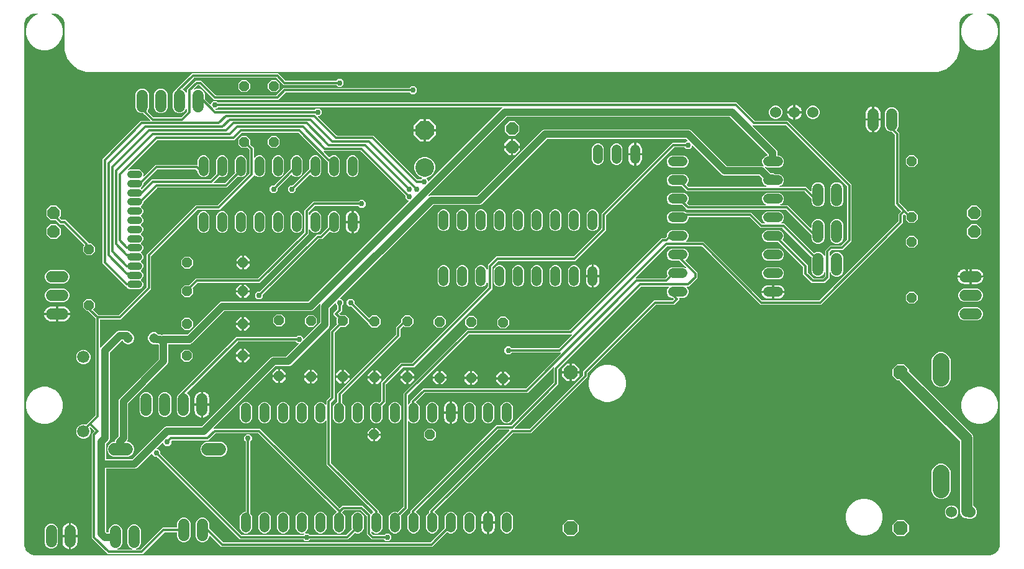
<source format=gbr>
G04 EAGLE Gerber RS-274X export*
G75*
%MOMM*%
%FSLAX34Y34*%
%LPD*%
%INBottom Copper*%
%IPPOS*%
%AMOC8*
5,1,8,0,0,1.08239X$1,22.5*%
G01*
%ADD10C,1.524000*%
%ADD11C,1.524000*%
%ADD12C,1.320800*%
%ADD13C,2.540000*%
%ADD14P,2.749271X8X112.500000*%
%ADD15C,1.308000*%
%ADD16P,1.429621X8X112.500000*%
%ADD17P,1.429621X8X202.500000*%
%ADD18C,1.008000*%
%ADD19P,1.814519X8X292.500000*%
%ADD20P,1.429621X8X292.500000*%
%ADD21P,2.089446X8X202.500000*%
%ADD22C,1.676400*%
%ADD23C,1.676400*%
%ADD24C,2.247900*%
%ADD25C,0.300000*%
%ADD26C,0.756400*%
%ADD27C,1.000000*%
%ADD28C,1.500000*%

G36*
X1325022Y10164D02*
X1325022Y10164D01*
X1325060Y10163D01*
X1327262Y10336D01*
X1327268Y10338D01*
X1327273Y10337D01*
X1327438Y10371D01*
X1331627Y11732D01*
X1331658Y11749D01*
X1331693Y11757D01*
X1331839Y11841D01*
X1335402Y14429D01*
X1335427Y14455D01*
X1335458Y14474D01*
X1335571Y14598D01*
X1338159Y18161D01*
X1338176Y18193D01*
X1338199Y18221D01*
X1338268Y18373D01*
X1339629Y22562D01*
X1339630Y22568D01*
X1339632Y22573D01*
X1339664Y22738D01*
X1339837Y24940D01*
X1339835Y24962D01*
X1339839Y25000D01*
X1339839Y735000D01*
X1339836Y735022D01*
X1339837Y735060D01*
X1339664Y737262D01*
X1339662Y737268D01*
X1339663Y737273D01*
X1339629Y737438D01*
X1338268Y741627D01*
X1338251Y741658D01*
X1338243Y741693D01*
X1338159Y741839D01*
X1335571Y745402D01*
X1335545Y745427D01*
X1335526Y745458D01*
X1335402Y745571D01*
X1331839Y748159D01*
X1331807Y748176D01*
X1331779Y748199D01*
X1331627Y748268D01*
X1327438Y749629D01*
X1327432Y749630D01*
X1327427Y749632D01*
X1327262Y749664D01*
X1325060Y749837D01*
X1325038Y749835D01*
X1325000Y749839D01*
X1322740Y749839D01*
X1322692Y749832D01*
X1322644Y749833D01*
X1322572Y749812D01*
X1322497Y749800D01*
X1322454Y749777D01*
X1322408Y749763D01*
X1322346Y749720D01*
X1322279Y749684D01*
X1322246Y749650D01*
X1322207Y749622D01*
X1322162Y749561D01*
X1322110Y749506D01*
X1322090Y749463D01*
X1322061Y749424D01*
X1322038Y749352D01*
X1322006Y749283D01*
X1322001Y749235D01*
X1321987Y749190D01*
X1321988Y749114D01*
X1321979Y749039D01*
X1321990Y748992D01*
X1321990Y748944D01*
X1322015Y748872D01*
X1322032Y748798D01*
X1322056Y748757D01*
X1322072Y748712D01*
X1322119Y748652D01*
X1322158Y748587D01*
X1322194Y748556D01*
X1322224Y748518D01*
X1322328Y748442D01*
X1322345Y748427D01*
X1322351Y748425D01*
X1322359Y748419D01*
X1328049Y745134D01*
X1332734Y740449D01*
X1336046Y734712D01*
X1337761Y728312D01*
X1337761Y721688D01*
X1336046Y715288D01*
X1332734Y709551D01*
X1328049Y704866D01*
X1322312Y701554D01*
X1315912Y699839D01*
X1309288Y699839D01*
X1302888Y701554D01*
X1297151Y704866D01*
X1292466Y709551D01*
X1289154Y715288D01*
X1287439Y721688D01*
X1287439Y728312D01*
X1289154Y734712D01*
X1292466Y740449D01*
X1297151Y745134D01*
X1302841Y748419D01*
X1302878Y748449D01*
X1302921Y748472D01*
X1302973Y748527D01*
X1303031Y748575D01*
X1303057Y748615D01*
X1303090Y748650D01*
X1303122Y748719D01*
X1303162Y748783D01*
X1303173Y748830D01*
X1303194Y748873D01*
X1303202Y748948D01*
X1303220Y749022D01*
X1303215Y749070D01*
X1303221Y749117D01*
X1303205Y749192D01*
X1303198Y749267D01*
X1303179Y749311D01*
X1303168Y749358D01*
X1303130Y749423D01*
X1303099Y749492D01*
X1303067Y749528D01*
X1303042Y749569D01*
X1302985Y749618D01*
X1302934Y749674D01*
X1302892Y749698D01*
X1302855Y749729D01*
X1302785Y749757D01*
X1302719Y749794D01*
X1302672Y749803D01*
X1302627Y749821D01*
X1302499Y749835D01*
X1302477Y749839D01*
X1302470Y749838D01*
X1302460Y749839D01*
X1300000Y749839D01*
X1299978Y749836D01*
X1299940Y749837D01*
X1297738Y749664D01*
X1297732Y749662D01*
X1297727Y749663D01*
X1297562Y749629D01*
X1293373Y748268D01*
X1293342Y748251D01*
X1293307Y748243D01*
X1293161Y748159D01*
X1289598Y745571D01*
X1289573Y745545D01*
X1289542Y745526D01*
X1289429Y745402D01*
X1286841Y741839D01*
X1286824Y741807D01*
X1286801Y741779D01*
X1286732Y741627D01*
X1285371Y737438D01*
X1285370Y737432D01*
X1285368Y737427D01*
X1285336Y737262D01*
X1285163Y735060D01*
X1285165Y735038D01*
X1285161Y735000D01*
X1285161Y699431D01*
X1281719Y688838D01*
X1275172Y679828D01*
X1266162Y673281D01*
X1255569Y669839D01*
X94431Y669839D01*
X83838Y673281D01*
X74828Y679828D01*
X68281Y688838D01*
X64839Y699431D01*
X64839Y735000D01*
X64836Y735022D01*
X64837Y735060D01*
X64664Y737262D01*
X64662Y737268D01*
X64663Y737273D01*
X64629Y737438D01*
X63268Y741627D01*
X63251Y741658D01*
X63243Y741693D01*
X63159Y741839D01*
X60571Y745402D01*
X60545Y745427D01*
X60526Y745458D01*
X60402Y745571D01*
X56839Y748159D01*
X56807Y748176D01*
X56779Y748199D01*
X56627Y748268D01*
X52438Y749629D01*
X52432Y749630D01*
X52427Y749632D01*
X52262Y749664D01*
X50060Y749837D01*
X50038Y749835D01*
X50000Y749839D01*
X47740Y749839D01*
X47692Y749832D01*
X47644Y749833D01*
X47572Y749812D01*
X47497Y749800D01*
X47454Y749777D01*
X47408Y749763D01*
X47346Y749720D01*
X47279Y749684D01*
X47246Y749650D01*
X47207Y749622D01*
X47162Y749561D01*
X47110Y749506D01*
X47090Y749463D01*
X47061Y749424D01*
X47038Y749352D01*
X47006Y749283D01*
X47001Y749235D01*
X46987Y749190D01*
X46988Y749114D01*
X46979Y749039D01*
X46990Y748992D01*
X46990Y748944D01*
X47015Y748872D01*
X47032Y748798D01*
X47056Y748757D01*
X47072Y748712D01*
X47119Y748652D01*
X47158Y748587D01*
X47194Y748556D01*
X47224Y748518D01*
X47328Y748442D01*
X47345Y748427D01*
X47351Y748425D01*
X47359Y748419D01*
X53049Y745134D01*
X57734Y740449D01*
X61046Y734712D01*
X62761Y728312D01*
X62761Y721688D01*
X61046Y715288D01*
X57734Y709551D01*
X53049Y704866D01*
X47312Y701554D01*
X40912Y699839D01*
X34288Y699839D01*
X27888Y701554D01*
X22151Y704866D01*
X17466Y709551D01*
X14154Y715288D01*
X12439Y721688D01*
X12439Y728312D01*
X14154Y734712D01*
X17466Y740449D01*
X22151Y745134D01*
X27841Y748419D01*
X27878Y748449D01*
X27921Y748472D01*
X27973Y748527D01*
X28031Y748575D01*
X28057Y748615D01*
X28090Y748650D01*
X28122Y748719D01*
X28162Y748783D01*
X28173Y748830D01*
X28194Y748873D01*
X28202Y748948D01*
X28220Y749022D01*
X28215Y749070D01*
X28221Y749117D01*
X28205Y749192D01*
X28198Y749267D01*
X28179Y749311D01*
X28168Y749358D01*
X28130Y749423D01*
X28099Y749492D01*
X28067Y749528D01*
X28042Y749569D01*
X27985Y749618D01*
X27934Y749674D01*
X27892Y749698D01*
X27855Y749729D01*
X27785Y749757D01*
X27719Y749794D01*
X27672Y749803D01*
X27627Y749821D01*
X27499Y749835D01*
X27477Y749839D01*
X27470Y749838D01*
X27460Y749839D01*
X25000Y749839D01*
X24978Y749836D01*
X24940Y749837D01*
X22738Y749664D01*
X22732Y749662D01*
X22727Y749663D01*
X22562Y749629D01*
X18373Y748268D01*
X18342Y748251D01*
X18307Y748243D01*
X18161Y748159D01*
X14598Y745571D01*
X14573Y745545D01*
X14542Y745526D01*
X14429Y745402D01*
X11841Y741839D01*
X11824Y741807D01*
X11801Y741779D01*
X11732Y741627D01*
X10371Y737438D01*
X10370Y737432D01*
X10368Y737427D01*
X10336Y737262D01*
X10163Y735060D01*
X10165Y735038D01*
X10161Y735000D01*
X10161Y25000D01*
X10164Y24978D01*
X10163Y24940D01*
X10336Y22738D01*
X10338Y22732D01*
X10337Y22727D01*
X10371Y22562D01*
X11732Y18373D01*
X11749Y18342D01*
X11757Y18307D01*
X11841Y18161D01*
X14429Y14598D01*
X14455Y14573D01*
X14474Y14542D01*
X14598Y14429D01*
X18161Y11841D01*
X18193Y11824D01*
X18221Y11801D01*
X18373Y11732D01*
X22562Y10371D01*
X22568Y10370D01*
X22573Y10368D01*
X22738Y10336D01*
X24940Y10163D01*
X24962Y10165D01*
X25000Y10161D01*
X1325000Y10161D01*
X1325022Y10164D01*
G37*
%LPC*%
G36*
X123747Y11975D02*
X123747Y11975D01*
X101975Y33747D01*
X101975Y176253D01*
X105184Y179462D01*
X105196Y179478D01*
X105211Y179490D01*
X105267Y179578D01*
X105328Y179661D01*
X105333Y179680D01*
X105344Y179697D01*
X105370Y179798D01*
X105400Y179897D01*
X105399Y179916D01*
X105404Y179936D01*
X105396Y180039D01*
X105394Y180142D01*
X105387Y180161D01*
X105385Y180181D01*
X105345Y180276D01*
X105309Y180373D01*
X105297Y180389D01*
X105289Y180407D01*
X105184Y180538D01*
X100538Y185184D01*
X100522Y185196D01*
X100510Y185211D01*
X100422Y185267D01*
X100339Y185328D01*
X100320Y185333D01*
X100303Y185344D01*
X100202Y185370D01*
X100103Y185400D01*
X100084Y185399D01*
X100064Y185404D01*
X99961Y185396D01*
X99858Y185394D01*
X99839Y185387D01*
X99819Y185385D01*
X99724Y185345D01*
X99627Y185309D01*
X99611Y185297D01*
X99593Y185289D01*
X99462Y185184D01*
X99396Y185119D01*
X99329Y185024D01*
X99259Y184930D01*
X99257Y184924D01*
X99253Y184919D01*
X99219Y184808D01*
X99182Y184696D01*
X99182Y184690D01*
X99181Y184684D01*
X99184Y184567D01*
X99185Y184450D01*
X99187Y184443D01*
X99187Y184438D01*
X99193Y184421D01*
X99231Y184289D01*
X100507Y181211D01*
X100507Y177269D01*
X98999Y173628D01*
X96212Y170841D01*
X92571Y169333D01*
X88629Y169333D01*
X84988Y170841D01*
X82201Y173628D01*
X80693Y177269D01*
X80693Y181211D01*
X82201Y184852D01*
X84988Y187639D01*
X88629Y189147D01*
X92571Y189147D01*
X93726Y188668D01*
X93840Y188642D01*
X93953Y188613D01*
X93959Y188613D01*
X93965Y188612D01*
X94082Y188623D01*
X94198Y188632D01*
X94204Y188634D01*
X94210Y188635D01*
X94318Y188683D01*
X94425Y188728D01*
X94430Y188733D01*
X94435Y188735D01*
X94449Y188748D01*
X94556Y188833D01*
X96752Y191030D01*
X98970Y193248D01*
X106752Y201030D01*
X106805Y201104D01*
X106865Y201173D01*
X106877Y201203D01*
X106896Y201230D01*
X106923Y201317D01*
X106957Y201401D01*
X106961Y201442D01*
X106968Y201465D01*
X106967Y201497D01*
X106975Y201568D01*
X106975Y333432D01*
X106961Y333522D01*
X106953Y333613D01*
X106941Y333643D01*
X106936Y333675D01*
X106893Y333755D01*
X106857Y333839D01*
X106831Y333871D01*
X106820Y333892D01*
X106797Y333914D01*
X106752Y333970D01*
X97174Y343548D01*
X97100Y343601D01*
X97031Y343661D01*
X97001Y343673D01*
X96974Y343692D01*
X96887Y343719D01*
X96803Y343753D01*
X96762Y343757D01*
X96739Y343764D01*
X96707Y343763D01*
X96636Y343771D01*
X94833Y343771D01*
X90071Y348533D01*
X90071Y355267D01*
X94833Y360029D01*
X101567Y360029D01*
X106329Y355267D01*
X106329Y348533D01*
X104075Y346279D01*
X104063Y346263D01*
X104048Y346251D01*
X103992Y346163D01*
X103931Y346079D01*
X103926Y346060D01*
X103915Y346044D01*
X103889Y345943D01*
X103859Y345844D01*
X103860Y345824D01*
X103855Y345805D01*
X103863Y345702D01*
X103865Y345599D01*
X103872Y345580D01*
X103874Y345560D01*
X103914Y345465D01*
X103950Y345367D01*
X103962Y345352D01*
X103970Y345334D01*
X104075Y345203D01*
X111030Y338248D01*
X111104Y338195D01*
X111173Y338135D01*
X111203Y338123D01*
X111230Y338104D01*
X111317Y338077D01*
X111401Y338043D01*
X111442Y338039D01*
X111465Y338032D01*
X111497Y338033D01*
X111568Y338025D01*
X138432Y338025D01*
X138522Y338039D01*
X138613Y338047D01*
X138643Y338059D01*
X138675Y338064D01*
X138755Y338107D01*
X138839Y338143D01*
X138871Y338169D01*
X138892Y338180D01*
X138914Y338203D01*
X138970Y338248D01*
X176752Y376030D01*
X176805Y376104D01*
X176865Y376173D01*
X176877Y376203D01*
X176896Y376230D01*
X176923Y376317D01*
X176957Y376401D01*
X176961Y376442D01*
X176968Y376465D01*
X176967Y376497D01*
X176975Y376568D01*
X176975Y421253D01*
X243747Y488025D01*
X273432Y488025D01*
X273522Y488039D01*
X273613Y488047D01*
X273643Y488059D01*
X273675Y488064D01*
X273755Y488107D01*
X273839Y488143D01*
X273871Y488169D01*
X273892Y488180D01*
X273914Y488203D01*
X273970Y488248D01*
X316752Y531030D01*
X316805Y531104D01*
X316865Y531173D01*
X316877Y531203D01*
X316896Y531230D01*
X316923Y531317D01*
X316957Y531401D01*
X316961Y531442D01*
X316968Y531465D01*
X316967Y531497D01*
X316975Y531568D01*
X316975Y563432D01*
X316961Y563522D01*
X316953Y563613D01*
X316941Y563643D01*
X316936Y563675D01*
X316893Y563755D01*
X316857Y563839D01*
X316831Y563871D01*
X316820Y563892D01*
X316797Y563914D01*
X316752Y563970D01*
X314447Y566275D01*
X314431Y566287D01*
X314419Y566302D01*
X314332Y566358D01*
X314248Y566419D01*
X314229Y566424D01*
X314212Y566435D01*
X314112Y566460D01*
X314013Y566491D01*
X313993Y566490D01*
X313973Y566495D01*
X313870Y566487D01*
X313767Y566485D01*
X313748Y566478D01*
X313728Y566476D01*
X313633Y566436D01*
X313536Y566400D01*
X313520Y566388D01*
X313502Y566380D01*
X313371Y566275D01*
X313367Y566271D01*
X306633Y566271D01*
X301871Y571033D01*
X301871Y577767D01*
X306633Y582529D01*
X313367Y582529D01*
X318129Y577767D01*
X318129Y571464D01*
X318143Y571374D01*
X318151Y571283D01*
X318163Y571253D01*
X318168Y571221D01*
X318211Y571141D01*
X318247Y571057D01*
X318273Y571025D01*
X318284Y571004D01*
X318307Y570982D01*
X318352Y570926D01*
X321030Y568248D01*
X323025Y566253D01*
X323025Y553662D01*
X323026Y553655D01*
X323026Y553654D01*
X323027Y553647D01*
X323036Y553592D01*
X323038Y553520D01*
X323056Y553471D01*
X323064Y553420D01*
X323098Y553356D01*
X323123Y553289D01*
X323155Y553248D01*
X323180Y553202D01*
X323232Y553153D01*
X323276Y553097D01*
X323320Y553069D01*
X323358Y553033D01*
X323423Y553003D01*
X323483Y552964D01*
X323534Y552951D01*
X323581Y552929D01*
X323652Y552921D01*
X323722Y552904D01*
X323774Y552908D01*
X323825Y552902D01*
X323896Y552917D01*
X323967Y552923D01*
X324015Y552943D01*
X324066Y552954D01*
X324127Y552991D01*
X324193Y553019D01*
X324249Y553064D01*
X324277Y553081D01*
X324292Y553098D01*
X324324Y553124D01*
X325995Y554795D01*
X328983Y556033D01*
X332217Y556033D01*
X335205Y554795D01*
X337491Y552509D01*
X338729Y549521D01*
X338729Y533079D01*
X337491Y530091D01*
X335205Y527805D01*
X332217Y526567D01*
X328983Y526567D01*
X325995Y527805D01*
X324324Y529476D01*
X324266Y529518D01*
X324214Y529567D01*
X324167Y529589D01*
X324125Y529620D01*
X324056Y529641D01*
X323991Y529671D01*
X323939Y529677D01*
X323889Y529692D01*
X323818Y529690D01*
X323747Y529698D01*
X323696Y529687D01*
X323644Y529686D01*
X323576Y529661D01*
X323506Y529646D01*
X323461Y529619D01*
X323413Y529601D01*
X323357Y529556D01*
X323295Y529519D01*
X323261Y529480D01*
X323221Y529447D01*
X323182Y529387D01*
X323135Y529333D01*
X323116Y529284D01*
X323088Y529240D01*
X323070Y529171D01*
X323043Y529104D01*
X323035Y529033D01*
X323027Y529002D01*
X323029Y528979D01*
X323025Y528938D01*
X323025Y528747D01*
X276253Y481975D01*
X246568Y481975D01*
X246478Y481961D01*
X246387Y481953D01*
X246357Y481941D01*
X246325Y481936D01*
X246245Y481893D01*
X246161Y481857D01*
X246129Y481831D01*
X246108Y481820D01*
X246086Y481797D01*
X246030Y481752D01*
X183248Y418970D01*
X183195Y418896D01*
X183135Y418827D01*
X183123Y418797D01*
X183104Y418770D01*
X183077Y418683D01*
X183043Y418599D01*
X183039Y418558D01*
X183032Y418535D01*
X183033Y418503D01*
X183025Y418432D01*
X183025Y373747D01*
X141253Y331975D01*
X113786Y331975D01*
X113766Y331972D01*
X113747Y331974D01*
X113645Y331952D01*
X113543Y331936D01*
X113526Y331926D01*
X113506Y331922D01*
X113417Y331869D01*
X113326Y331820D01*
X113312Y331806D01*
X113295Y331796D01*
X113228Y331717D01*
X113156Y331642D01*
X113148Y331624D01*
X113135Y331609D01*
X113096Y331513D01*
X113053Y331419D01*
X113051Y331399D01*
X113043Y331381D01*
X113025Y331214D01*
X113025Y294037D01*
X113040Y293941D01*
X113050Y293844D01*
X113060Y293820D01*
X113064Y293794D01*
X113110Y293708D01*
X113150Y293619D01*
X113167Y293600D01*
X113180Y293577D01*
X113250Y293510D01*
X113316Y293438D01*
X113339Y293426D01*
X113358Y293408D01*
X113446Y293367D01*
X113532Y293320D01*
X113557Y293315D01*
X113581Y293304D01*
X113678Y293293D01*
X113774Y293276D01*
X113800Y293280D01*
X113825Y293277D01*
X113921Y293298D01*
X114017Y293312D01*
X114040Y293324D01*
X114066Y293329D01*
X114149Y293379D01*
X114236Y293423D01*
X114255Y293442D01*
X114277Y293455D01*
X114340Y293529D01*
X114409Y293599D01*
X114424Y293628D01*
X114437Y293642D01*
X114449Y293673D01*
X114454Y293681D01*
X136304Y315531D01*
X138702Y316525D01*
X149716Y316525D01*
X149737Y316528D01*
X149775Y316527D01*
X150785Y316606D01*
X150920Y316562D01*
X150956Y316557D01*
X150989Y316543D01*
X151156Y316525D01*
X151298Y316525D01*
X152234Y316137D01*
X152256Y316132D01*
X152290Y316116D01*
X153254Y315803D01*
X153361Y315710D01*
X153392Y315692D01*
X153418Y315667D01*
X153565Y315586D01*
X153696Y315531D01*
X154413Y314815D01*
X154430Y314802D01*
X154456Y314774D01*
X155226Y314116D01*
X155240Y314089D01*
X155277Y314039D01*
X155305Y313984D01*
X155349Y313940D01*
X155386Y313890D01*
X155436Y313855D01*
X155480Y313812D01*
X155560Y313768D01*
X155587Y313749D01*
X155603Y313744D01*
X155627Y313731D01*
X156288Y313457D01*
X158557Y311188D01*
X159785Y308224D01*
X159785Y305016D01*
X158557Y302052D01*
X156288Y299783D01*
X153324Y298555D01*
X150116Y298555D01*
X147152Y299783D01*
X144883Y302052D01*
X144488Y303005D01*
X144426Y303105D01*
X144367Y303205D01*
X144362Y303209D01*
X144358Y303214D01*
X144268Y303289D01*
X144180Y303365D01*
X144174Y303367D01*
X144169Y303371D01*
X144061Y303413D01*
X143951Y303457D01*
X143944Y303458D01*
X143939Y303459D01*
X143921Y303460D01*
X143785Y303475D01*
X143018Y303475D01*
X142928Y303461D01*
X142837Y303453D01*
X142807Y303441D01*
X142775Y303436D01*
X142695Y303393D01*
X142611Y303357D01*
X142579Y303331D01*
X142558Y303320D01*
X142536Y303297D01*
X142480Y303252D01*
X126748Y287520D01*
X126695Y287446D01*
X126635Y287377D01*
X126623Y287347D01*
X126604Y287321D01*
X126577Y287234D01*
X126543Y287149D01*
X126539Y287108D01*
X126532Y287086D01*
X126533Y287053D01*
X126525Y286982D01*
X126525Y168702D01*
X125531Y166304D01*
X121748Y162520D01*
X121695Y162446D01*
X121635Y162377D01*
X121623Y162347D01*
X121604Y162321D01*
X121577Y162234D01*
X121543Y162149D01*
X121539Y162108D01*
X121532Y162086D01*
X121533Y162053D01*
X121525Y161982D01*
X121525Y142286D01*
X121528Y142266D01*
X121526Y142247D01*
X121548Y142145D01*
X121564Y142043D01*
X121574Y142026D01*
X121578Y142006D01*
X121631Y141917D01*
X121680Y141826D01*
X121694Y141812D01*
X121704Y141795D01*
X121783Y141728D01*
X121858Y141656D01*
X121876Y141648D01*
X121891Y141635D01*
X121987Y141596D01*
X122081Y141553D01*
X122101Y141551D01*
X122119Y141543D01*
X122286Y141525D01*
X156982Y141525D01*
X157072Y141539D01*
X157163Y141547D01*
X157193Y141559D01*
X157225Y141564D01*
X157305Y141607D01*
X157389Y141643D01*
X157421Y141669D01*
X157442Y141680D01*
X157464Y141703D01*
X157520Y141748D01*
X201304Y185531D01*
X203702Y186525D01*
X251982Y186525D01*
X252072Y186539D01*
X252163Y186547D01*
X252193Y186559D01*
X252225Y186564D01*
X252305Y186607D01*
X252389Y186643D01*
X252421Y186669D01*
X252442Y186680D01*
X252464Y186703D01*
X252520Y186748D01*
X346304Y280531D01*
X348702Y281525D01*
X366982Y281525D01*
X367072Y281539D01*
X367163Y281547D01*
X367193Y281559D01*
X367225Y281564D01*
X367305Y281607D01*
X367389Y281643D01*
X367421Y281669D01*
X367442Y281680D01*
X367464Y281703D01*
X367520Y281748D01*
X384166Y298394D01*
X384208Y298452D01*
X384258Y298504D01*
X384280Y298551D01*
X384310Y298593D01*
X384331Y298662D01*
X384361Y298727D01*
X384367Y298779D01*
X384382Y298829D01*
X384380Y298900D01*
X384388Y298971D01*
X384377Y299022D01*
X384376Y299074D01*
X384351Y299142D01*
X384336Y299212D01*
X384309Y299257D01*
X384291Y299305D01*
X384247Y299361D01*
X384210Y299423D01*
X384170Y299457D01*
X384138Y299497D01*
X384077Y299536D01*
X384023Y299583D01*
X383975Y299602D01*
X383931Y299630D01*
X383861Y299648D01*
X383795Y299675D01*
X383723Y299683D01*
X383692Y299691D01*
X383669Y299689D01*
X383628Y299693D01*
X382802Y299693D01*
X380743Y301752D01*
X380669Y301805D01*
X380599Y301865D01*
X380569Y301877D01*
X380543Y301896D01*
X380456Y301923D01*
X380371Y301957D01*
X380330Y301961D01*
X380308Y301968D01*
X380276Y301967D01*
X380205Y301975D01*
X301568Y301975D01*
X301478Y301961D01*
X301387Y301953D01*
X301357Y301941D01*
X301325Y301936D01*
X301245Y301893D01*
X301161Y301857D01*
X301129Y301831D01*
X301108Y301820D01*
X301086Y301797D01*
X301030Y301752D01*
X231785Y232507D01*
X231758Y232470D01*
X231724Y232439D01*
X231687Y232371D01*
X231641Y232307D01*
X231628Y232264D01*
X231606Y232223D01*
X231592Y232147D01*
X231569Y232072D01*
X231570Y232027D01*
X231562Y231981D01*
X231573Y231904D01*
X231575Y231827D01*
X231591Y231783D01*
X231598Y231738D01*
X231633Y231669D01*
X231660Y231596D01*
X231688Y231560D01*
X231709Y231519D01*
X231765Y231464D01*
X231813Y231403D01*
X231852Y231379D01*
X231885Y231347D01*
X232005Y231281D01*
X232020Y231270D01*
X232025Y231269D01*
X232032Y231266D01*
X232160Y231213D01*
X234733Y228640D01*
X236125Y225279D01*
X236125Y206401D01*
X234733Y203040D01*
X232160Y200467D01*
X228799Y199075D01*
X225161Y199075D01*
X221800Y200467D01*
X219227Y203040D01*
X217835Y206401D01*
X217835Y225279D01*
X219227Y228640D01*
X221800Y231212D01*
X221890Y231250D01*
X221946Y231285D01*
X222006Y231310D01*
X222071Y231362D01*
X222099Y231380D01*
X222112Y231395D01*
X222137Y231415D01*
X298747Y308025D01*
X380205Y308025D01*
X380295Y308039D01*
X380386Y308047D01*
X380415Y308059D01*
X380447Y308064D01*
X380528Y308107D01*
X380612Y308143D01*
X380644Y308169D01*
X380665Y308180D01*
X380687Y308203D01*
X380743Y308248D01*
X382802Y310307D01*
X387198Y310307D01*
X390307Y307198D01*
X390307Y306372D01*
X390318Y306301D01*
X390320Y306229D01*
X390338Y306180D01*
X390346Y306129D01*
X390380Y306066D01*
X390405Y305998D01*
X390437Y305958D01*
X390462Y305912D01*
X390514Y305862D01*
X390558Y305806D01*
X390602Y305778D01*
X390640Y305742D01*
X390705Y305712D01*
X390765Y305673D01*
X390816Y305661D01*
X390863Y305639D01*
X390934Y305631D01*
X391004Y305613D01*
X391056Y305617D01*
X391107Y305612D01*
X391178Y305627D01*
X391249Y305632D01*
X391297Y305653D01*
X391348Y305664D01*
X391409Y305701D01*
X391475Y305729D01*
X391531Y305774D01*
X391559Y305790D01*
X391574Y305808D01*
X391606Y305834D01*
X413252Y327480D01*
X413305Y327554D01*
X413365Y327623D01*
X413377Y327653D01*
X413396Y327679D01*
X413423Y327766D01*
X413457Y327851D01*
X413461Y327892D01*
X413468Y327914D01*
X413467Y327947D01*
X413475Y328018D01*
X413475Y351298D01*
X414097Y352798D01*
X414119Y352893D01*
X414148Y352986D01*
X414147Y353012D01*
X414153Y353038D01*
X414144Y353134D01*
X414141Y353232D01*
X414132Y353257D01*
X414130Y353283D01*
X414090Y353372D01*
X414057Y353463D01*
X414040Y353483D01*
X414030Y353507D01*
X413964Y353579D01*
X413903Y353655D01*
X413881Y353669D01*
X413863Y353688D01*
X413778Y353735D01*
X413696Y353788D01*
X413671Y353794D01*
X413648Y353807D01*
X413552Y353824D01*
X413458Y353848D01*
X413432Y353846D01*
X413406Y353851D01*
X413309Y353836D01*
X413212Y353829D01*
X413188Y353819D01*
X413162Y353815D01*
X413075Y353771D01*
X412986Y353733D01*
X412961Y353712D01*
X412943Y353703D01*
X412920Y353680D01*
X412855Y353628D01*
X405638Y346411D01*
X403696Y344469D01*
X401298Y343475D01*
X283018Y343475D01*
X282928Y343461D01*
X282837Y343453D01*
X282807Y343441D01*
X282775Y343436D01*
X282695Y343393D01*
X282611Y343357D01*
X282579Y343331D01*
X282558Y343320D01*
X282536Y343297D01*
X282480Y343252D01*
X238696Y299469D01*
X236298Y298475D01*
X207286Y298475D01*
X207266Y298472D01*
X207247Y298474D01*
X207145Y298452D01*
X207043Y298436D01*
X207026Y298426D01*
X207006Y298422D01*
X206917Y298369D01*
X206826Y298320D01*
X206812Y298306D01*
X206795Y298296D01*
X206728Y298217D01*
X206656Y298142D01*
X206648Y298124D01*
X206635Y298109D01*
X206596Y298013D01*
X206553Y297919D01*
X206551Y297899D01*
X206543Y297881D01*
X206525Y297714D01*
X206525Y273702D01*
X205531Y271304D01*
X151748Y217520D01*
X151695Y217446D01*
X151635Y217377D01*
X151623Y217347D01*
X151604Y217321D01*
X151577Y217234D01*
X151543Y217149D01*
X151539Y217108D01*
X151532Y217086D01*
X151533Y217053D01*
X151525Y216982D01*
X151525Y168702D01*
X150531Y166304D01*
X150434Y166206D01*
X150392Y166148D01*
X150342Y166096D01*
X150320Y166049D01*
X150290Y166007D01*
X150269Y165938D01*
X150239Y165873D01*
X150233Y165821D01*
X150218Y165772D01*
X150220Y165700D01*
X150212Y165629D01*
X150223Y165578D01*
X150224Y165526D01*
X150249Y165458D01*
X150264Y165388D01*
X150291Y165343D01*
X150309Y165295D01*
X150353Y165239D01*
X150390Y165177D01*
X150430Y165143D01*
X150462Y165103D01*
X150522Y165064D01*
X150577Y165017D01*
X150625Y164998D01*
X150669Y164970D01*
X150739Y164952D01*
X150805Y164925D01*
X150876Y164917D01*
X150908Y164909D01*
X150931Y164911D01*
X150972Y164907D01*
X151853Y164907D01*
X155494Y163399D01*
X158281Y160612D01*
X159789Y156971D01*
X159789Y153029D01*
X158281Y149388D01*
X155494Y146601D01*
X151853Y145093D01*
X131147Y145093D01*
X127506Y146601D01*
X124719Y149388D01*
X123211Y153029D01*
X123211Y156971D01*
X124719Y160612D01*
X127506Y163399D01*
X131147Y164907D01*
X132714Y164907D01*
X132734Y164910D01*
X132753Y164908D01*
X132855Y164930D01*
X132957Y164946D01*
X132974Y164956D01*
X132994Y164960D01*
X133083Y165013D01*
X133174Y165062D01*
X133188Y165076D01*
X133205Y165086D01*
X133272Y165165D01*
X133344Y165240D01*
X133352Y165258D01*
X133365Y165273D01*
X133404Y165369D01*
X133447Y165463D01*
X133449Y165483D01*
X133457Y165501D01*
X133475Y165668D01*
X133475Y166298D01*
X134469Y168696D01*
X138252Y172480D01*
X138305Y172554D01*
X138365Y172623D01*
X138377Y172653D01*
X138396Y172679D01*
X138423Y172766D01*
X138457Y172851D01*
X138461Y172892D01*
X138468Y172914D01*
X138467Y172947D01*
X138475Y173018D01*
X138475Y221298D01*
X139469Y223696D01*
X193252Y277480D01*
X193305Y277554D01*
X193365Y277623D01*
X193377Y277653D01*
X193396Y277679D01*
X193423Y277766D01*
X193457Y277851D01*
X193461Y277892D01*
X193468Y277914D01*
X193467Y277947D01*
X193475Y278018D01*
X193475Y296982D01*
X193461Y297072D01*
X193453Y297163D01*
X193441Y297193D01*
X193436Y297225D01*
X193393Y297305D01*
X193357Y297389D01*
X193331Y297421D01*
X193320Y297442D01*
X193297Y297464D01*
X193252Y297520D01*
X192520Y298252D01*
X192446Y298305D01*
X192377Y298365D01*
X192347Y298377D01*
X192321Y298396D01*
X192234Y298423D01*
X192149Y298457D01*
X192108Y298461D01*
X192086Y298468D01*
X192053Y298467D01*
X191982Y298475D01*
X191201Y298475D01*
X191161Y298469D01*
X191120Y298471D01*
X190961Y298436D01*
X190958Y298436D01*
X190957Y298435D01*
X190956Y298435D01*
X190864Y298404D01*
X189810Y298474D01*
X189791Y298472D01*
X189759Y298475D01*
X188702Y298475D01*
X188649Y298497D01*
X188585Y298512D01*
X188524Y298537D01*
X188441Y298546D01*
X188409Y298553D01*
X188390Y298552D01*
X188358Y298555D01*
X185116Y298555D01*
X182152Y299783D01*
X179883Y302052D01*
X178655Y305016D01*
X178655Y308224D01*
X179883Y311188D01*
X182152Y313457D01*
X185116Y314685D01*
X188324Y314685D01*
X191288Y313457D01*
X192998Y311748D01*
X193072Y311695D01*
X193141Y311635D01*
X193171Y311623D01*
X193197Y311604D01*
X193284Y311577D01*
X193369Y311543D01*
X193410Y311539D01*
X193432Y311532D01*
X193465Y311533D01*
X193536Y311525D01*
X196298Y311525D01*
X197209Y311147D01*
X197297Y311127D01*
X197384Y311098D01*
X197417Y311099D01*
X197448Y311091D01*
X197539Y311100D01*
X197630Y311101D01*
X197670Y311112D01*
X197693Y311114D01*
X197722Y311127D01*
X197791Y311147D01*
X198702Y311525D01*
X231982Y311525D01*
X232072Y311539D01*
X232163Y311547D01*
X232193Y311559D01*
X232225Y311564D01*
X232305Y311607D01*
X232389Y311643D01*
X232421Y311669D01*
X232442Y311680D01*
X232464Y311703D01*
X232520Y311748D01*
X276304Y355531D01*
X278702Y356525D01*
X396982Y356525D01*
X397072Y356539D01*
X397163Y356547D01*
X397193Y356559D01*
X397225Y356564D01*
X397305Y356607D01*
X397389Y356643D01*
X397421Y356669D01*
X397442Y356680D01*
X397446Y356684D01*
X397447Y356684D01*
X397465Y356704D01*
X397520Y356748D01*
X534166Y493394D01*
X534208Y493452D01*
X534258Y493504D01*
X534280Y493551D01*
X534310Y493593D01*
X534331Y493662D01*
X534361Y493727D01*
X534367Y493779D01*
X534382Y493829D01*
X534380Y493900D01*
X534388Y493971D01*
X534377Y494022D01*
X534376Y494074D01*
X534351Y494142D01*
X534336Y494212D01*
X534309Y494256D01*
X534291Y494305D01*
X534247Y494361D01*
X534210Y494423D01*
X534170Y494457D01*
X534138Y494497D01*
X534077Y494536D01*
X534023Y494583D01*
X533975Y494602D01*
X533931Y494630D01*
X533861Y494648D01*
X533795Y494675D01*
X533723Y494683D01*
X533692Y494691D01*
X533669Y494689D01*
X533628Y494693D01*
X532802Y494693D01*
X529693Y497802D01*
X529693Y500714D01*
X529679Y500804D01*
X529671Y500895D01*
X529659Y500925D01*
X529654Y500957D01*
X529611Y501037D01*
X529575Y501121D01*
X529549Y501153D01*
X529538Y501174D01*
X529515Y501196D01*
X529470Y501252D01*
X468970Y561752D01*
X468896Y561805D01*
X468827Y561865D01*
X468797Y561877D01*
X468770Y561896D01*
X468683Y561923D01*
X468599Y561957D01*
X468558Y561961D01*
X468535Y561968D01*
X468503Y561967D01*
X468432Y561975D01*
X419140Y561975D01*
X419069Y561964D01*
X418998Y561962D01*
X418949Y561944D01*
X418897Y561936D01*
X418834Y561902D01*
X418767Y561877D01*
X418726Y561845D01*
X418680Y561820D01*
X418631Y561769D01*
X418575Y561724D01*
X418546Y561680D01*
X418511Y561642D01*
X418480Y561577D01*
X418442Y561517D01*
X418429Y561466D01*
X418407Y561419D01*
X418399Y561348D01*
X418382Y561278D01*
X418386Y561226D01*
X418380Y561175D01*
X418395Y561104D01*
X418401Y561033D01*
X418421Y560985D01*
X418432Y560934D01*
X418469Y560873D01*
X418497Y560807D01*
X418542Y560751D01*
X418558Y560723D01*
X418576Y560708D01*
X418602Y560676D01*
X425501Y553777D01*
X425517Y553765D01*
X425529Y553750D01*
X425617Y553694D01*
X425700Y553633D01*
X425719Y553628D01*
X425736Y553617D01*
X425837Y553591D01*
X425935Y553561D01*
X425955Y553562D01*
X425975Y553557D01*
X426078Y553565D01*
X426181Y553567D01*
X426200Y553574D01*
X426220Y553576D01*
X426315Y553616D01*
X426412Y553652D01*
X426428Y553664D01*
X426446Y553672D01*
X426577Y553777D01*
X427595Y554795D01*
X430583Y556033D01*
X433817Y556033D01*
X436805Y554795D01*
X439091Y552509D01*
X440329Y549521D01*
X440329Y533079D01*
X439091Y530091D01*
X436805Y527805D01*
X433817Y526567D01*
X430583Y526567D01*
X427595Y527805D01*
X425309Y530091D01*
X424071Y533079D01*
X424071Y546336D01*
X424057Y546426D01*
X424049Y546517D01*
X424037Y546547D01*
X424032Y546579D01*
X423989Y546659D01*
X423953Y546743D01*
X423927Y546775D01*
X423916Y546796D01*
X423893Y546818D01*
X423848Y546874D01*
X383970Y586752D01*
X383896Y586805D01*
X383827Y586865D01*
X383797Y586877D01*
X383770Y586896D01*
X383683Y586923D01*
X383599Y586957D01*
X383558Y586961D01*
X383535Y586968D01*
X383503Y586967D01*
X383432Y586975D01*
X306568Y586975D01*
X306478Y586961D01*
X306387Y586953D01*
X306357Y586941D01*
X306325Y586936D01*
X306245Y586893D01*
X306161Y586857D01*
X306129Y586831D01*
X306108Y586820D01*
X306086Y586797D01*
X306030Y586752D01*
X296253Y576975D01*
X191568Y576975D01*
X191478Y576961D01*
X191387Y576953D01*
X191357Y576941D01*
X191325Y576936D01*
X191245Y576893D01*
X191161Y576857D01*
X191129Y576831D01*
X191108Y576820D01*
X191086Y576797D01*
X191030Y576752D01*
X151207Y536929D01*
X151150Y536850D01*
X151088Y536775D01*
X151078Y536750D01*
X151063Y536729D01*
X151034Y536636D01*
X151000Y536545D01*
X150998Y536519D01*
X150991Y536494D01*
X150993Y536397D01*
X150989Y536300D01*
X150996Y536274D01*
X150997Y536248D01*
X151031Y536157D01*
X151058Y536063D01*
X151073Y536042D01*
X151082Y536017D01*
X151142Y535941D01*
X151198Y535861D01*
X151219Y535846D01*
X151235Y535825D01*
X151317Y535773D01*
X151395Y535715D01*
X151420Y535706D01*
X151442Y535692D01*
X151537Y535669D01*
X151629Y535638D01*
X151655Y535639D01*
X151681Y535632D01*
X151778Y535640D01*
X151875Y535641D01*
X151907Y535650D01*
X151926Y535651D01*
X151956Y535664D01*
X152036Y535687D01*
X154154Y536565D01*
X166846Y536565D01*
X169259Y535565D01*
X171105Y533719D01*
X172105Y531306D01*
X172105Y528694D01*
X171935Y528283D01*
X171912Y528189D01*
X171884Y528095D01*
X171884Y528069D01*
X171878Y528044D01*
X171887Y527947D01*
X171890Y527850D01*
X171899Y527825D01*
X171901Y527799D01*
X171941Y527710D01*
X171974Y527619D01*
X171991Y527598D01*
X172001Y527574D01*
X172067Y527503D01*
X172128Y527427D01*
X172150Y527412D01*
X172168Y527393D01*
X172253Y527346D01*
X172335Y527294D01*
X172360Y527287D01*
X172383Y527275D01*
X172479Y527257D01*
X172574Y527233D01*
X172600Y527236D01*
X172625Y527231D01*
X172722Y527245D01*
X172819Y527253D01*
X172843Y527263D01*
X172869Y527267D01*
X172956Y527311D01*
X173045Y527349D01*
X173071Y527369D01*
X173088Y527378D01*
X173111Y527402D01*
X173176Y527454D01*
X188747Y543025D01*
X245510Y543025D01*
X245530Y543028D01*
X245549Y543026D01*
X245651Y543048D01*
X245753Y543064D01*
X245770Y543074D01*
X245790Y543078D01*
X245879Y543131D01*
X245970Y543180D01*
X245984Y543194D01*
X246001Y543204D01*
X246068Y543283D01*
X246140Y543358D01*
X246148Y543376D01*
X246161Y543391D01*
X246200Y543487D01*
X246243Y543581D01*
X246245Y543601D01*
X246253Y543619D01*
X246271Y543786D01*
X246271Y549521D01*
X247509Y552509D01*
X249795Y554795D01*
X252783Y556033D01*
X256017Y556033D01*
X259005Y554795D01*
X261291Y552509D01*
X262529Y549521D01*
X262529Y533079D01*
X261291Y530091D01*
X259005Y527805D01*
X256017Y526567D01*
X252783Y526567D01*
X249795Y527805D01*
X247509Y530091D01*
X246271Y533079D01*
X246271Y534136D01*
X246257Y534226D01*
X246249Y534317D01*
X246237Y534347D01*
X246232Y534379D01*
X246189Y534459D01*
X246153Y534543D01*
X246127Y534575D01*
X246116Y534596D01*
X246093Y534618D01*
X246048Y534674D01*
X243970Y536752D01*
X243896Y536805D01*
X243827Y536865D01*
X243797Y536877D01*
X243770Y536896D01*
X243683Y536923D01*
X243599Y536957D01*
X243558Y536961D01*
X243535Y536968D01*
X243503Y536967D01*
X243432Y536975D01*
X191568Y536975D01*
X191478Y536961D01*
X191387Y536953D01*
X191357Y536941D01*
X191325Y536936D01*
X191245Y536893D01*
X191161Y536857D01*
X191129Y536831D01*
X191108Y536820D01*
X191086Y536797D01*
X191030Y536752D01*
X172328Y518050D01*
X172275Y517976D01*
X172215Y517907D01*
X172203Y517877D01*
X172184Y517850D01*
X172157Y517763D01*
X172123Y517679D01*
X172119Y517638D01*
X172112Y517615D01*
X172113Y517583D01*
X172105Y517512D01*
X172105Y516194D01*
X171105Y513781D01*
X169237Y511913D01*
X169177Y511886D01*
X169139Y511851D01*
X169095Y511824D01*
X169049Y511768D01*
X168996Y511720D01*
X168971Y511674D01*
X168938Y511634D01*
X168912Y511567D01*
X168877Y511504D01*
X168868Y511453D01*
X168849Y511405D01*
X168846Y511333D01*
X168834Y511262D01*
X168841Y511211D01*
X168839Y511159D01*
X168859Y511090D01*
X168869Y511019D01*
X168893Y510973D01*
X168907Y510923D01*
X168948Y510864D01*
X168981Y510800D01*
X169018Y510763D01*
X169048Y510721D01*
X169105Y510678D01*
X169157Y510628D01*
X169219Y510593D01*
X169245Y510574D01*
X169252Y510572D01*
X169735Y510089D01*
X169751Y510077D01*
X169763Y510062D01*
X169851Y510006D01*
X169935Y509946D01*
X169954Y509940D01*
X169970Y509929D01*
X170071Y509904D01*
X170170Y509873D01*
X170190Y509874D01*
X170209Y509869D01*
X170312Y509877D01*
X170416Y509880D01*
X170434Y509886D01*
X170454Y509888D01*
X170549Y509928D01*
X170647Y509964D01*
X170662Y509976D01*
X170680Y509984D01*
X170811Y510089D01*
X183747Y523025D01*
X263432Y523025D01*
X263522Y523039D01*
X263613Y523047D01*
X263643Y523059D01*
X263675Y523064D01*
X263755Y523107D01*
X263839Y523143D01*
X263871Y523169D01*
X263892Y523180D01*
X263914Y523203D01*
X263970Y523248D01*
X271752Y531030D01*
X271805Y531104D01*
X271865Y531173D01*
X271877Y531203D01*
X271896Y531230D01*
X271923Y531317D01*
X271957Y531401D01*
X271961Y531442D01*
X271968Y531465D01*
X271967Y531497D01*
X271975Y531568D01*
X271975Y532194D01*
X271965Y532258D01*
X271964Y532324D01*
X271941Y532404D01*
X271936Y532437D01*
X271926Y532454D01*
X271917Y532485D01*
X271671Y533079D01*
X271671Y549521D01*
X272909Y552509D01*
X275195Y554795D01*
X278183Y556033D01*
X281417Y556033D01*
X284405Y554795D01*
X286691Y552509D01*
X287929Y549521D01*
X287929Y533079D01*
X286691Y530091D01*
X284405Y527805D01*
X281417Y526567D01*
X278183Y526567D01*
X277000Y527057D01*
X276886Y527084D01*
X276772Y527113D01*
X276766Y527112D01*
X276760Y527114D01*
X276644Y527103D01*
X276527Y527094D01*
X276521Y527091D01*
X276515Y527091D01*
X276409Y527043D01*
X276301Y526997D01*
X276295Y526993D01*
X276291Y526991D01*
X276277Y526978D01*
X276170Y526892D01*
X276030Y526752D01*
X268602Y519324D01*
X268560Y519266D01*
X268511Y519214D01*
X268489Y519167D01*
X268458Y519125D01*
X268437Y519056D01*
X268407Y518991D01*
X268401Y518939D01*
X268386Y518889D01*
X268388Y518818D01*
X268380Y518747D01*
X268391Y518696D01*
X268392Y518644D01*
X268417Y518576D01*
X268432Y518506D01*
X268459Y518461D01*
X268477Y518413D01*
X268522Y518357D01*
X268558Y518295D01*
X268598Y518261D01*
X268630Y518221D01*
X268691Y518182D01*
X268745Y518135D01*
X268794Y518116D01*
X268837Y518088D01*
X268907Y518070D01*
X268973Y518043D01*
X269045Y518035D01*
X269076Y518027D01*
X269099Y518029D01*
X269140Y518025D01*
X283432Y518025D01*
X283522Y518039D01*
X283613Y518047D01*
X283643Y518059D01*
X283675Y518064D01*
X283755Y518107D01*
X283839Y518143D01*
X283871Y518169D01*
X283892Y518180D01*
X283914Y518203D01*
X283970Y518248D01*
X297218Y531496D01*
X297286Y531590D01*
X297356Y531685D01*
X297358Y531691D01*
X297362Y531696D01*
X297396Y531807D01*
X297432Y531919D01*
X297432Y531925D01*
X297434Y531931D01*
X297431Y532048D01*
X297430Y532164D01*
X297428Y532172D01*
X297428Y532177D01*
X297421Y532194D01*
X297383Y532326D01*
X297071Y533079D01*
X297071Y549521D01*
X298309Y552509D01*
X300595Y554795D01*
X303583Y556033D01*
X306817Y556033D01*
X309805Y554795D01*
X312091Y552509D01*
X313329Y549521D01*
X313329Y533079D01*
X312091Y530091D01*
X309805Y527805D01*
X306817Y526567D01*
X303583Y526567D01*
X302117Y527175D01*
X302003Y527201D01*
X301890Y527230D01*
X301883Y527229D01*
X301877Y527231D01*
X301761Y527220D01*
X301644Y527211D01*
X301639Y527208D01*
X301632Y527208D01*
X301525Y527160D01*
X301418Y527114D01*
X301412Y527110D01*
X301408Y527108D01*
X301394Y527095D01*
X301287Y527010D01*
X286253Y511975D01*
X191568Y511975D01*
X191478Y511961D01*
X191387Y511953D01*
X191357Y511941D01*
X191325Y511936D01*
X191245Y511893D01*
X191161Y511857D01*
X191129Y511831D01*
X191108Y511820D01*
X191086Y511797D01*
X191030Y511752D01*
X172328Y493050D01*
X172275Y492976D01*
X172215Y492907D01*
X172203Y492877D01*
X172184Y492850D01*
X172157Y492763D01*
X172123Y492679D01*
X172119Y492638D01*
X172112Y492615D01*
X172113Y492583D01*
X172105Y492512D01*
X172105Y491194D01*
X171105Y488781D01*
X169237Y486913D01*
X169177Y486886D01*
X169139Y486851D01*
X169095Y486824D01*
X169049Y486768D01*
X168996Y486720D01*
X168971Y486674D01*
X168938Y486634D01*
X168912Y486567D01*
X168877Y486504D01*
X168868Y486453D01*
X168849Y486405D01*
X168846Y486333D01*
X168834Y486262D01*
X168841Y486211D01*
X168839Y486159D01*
X168859Y486090D01*
X168869Y486019D01*
X168893Y485973D01*
X168907Y485923D01*
X168948Y485864D01*
X168981Y485800D01*
X169018Y485763D01*
X169048Y485721D01*
X169105Y485678D01*
X169157Y485628D01*
X169219Y485593D01*
X169245Y485574D01*
X169252Y485571D01*
X171105Y483719D01*
X172105Y481306D01*
X172105Y478694D01*
X171105Y476281D01*
X169237Y474413D01*
X169177Y474386D01*
X169139Y474351D01*
X169095Y474324D01*
X169049Y474268D01*
X168996Y474220D01*
X168971Y474174D01*
X168938Y474134D01*
X168912Y474067D01*
X168877Y474004D01*
X168868Y473953D01*
X168849Y473905D01*
X168846Y473833D01*
X168834Y473762D01*
X168841Y473711D01*
X168839Y473659D01*
X168859Y473590D01*
X168869Y473519D01*
X168893Y473473D01*
X168907Y473423D01*
X168948Y473364D01*
X168981Y473300D01*
X169018Y473263D01*
X169048Y473221D01*
X169105Y473178D01*
X169157Y473128D01*
X169219Y473093D01*
X169245Y473074D01*
X169252Y473071D01*
X171105Y471219D01*
X172105Y468806D01*
X172105Y466194D01*
X171105Y463781D01*
X169237Y461913D01*
X169177Y461886D01*
X169139Y461851D01*
X169095Y461824D01*
X169049Y461768D01*
X168996Y461720D01*
X168971Y461674D01*
X168938Y461634D01*
X168912Y461567D01*
X168877Y461504D01*
X168868Y461453D01*
X168849Y461405D01*
X168846Y461333D01*
X168834Y461262D01*
X168841Y461211D01*
X168839Y461159D01*
X168859Y461090D01*
X168869Y461019D01*
X168893Y460973D01*
X168907Y460923D01*
X168948Y460864D01*
X168981Y460800D01*
X169018Y460763D01*
X169048Y460721D01*
X169105Y460678D01*
X169157Y460628D01*
X169219Y460593D01*
X169245Y460574D01*
X169252Y460571D01*
X171105Y458719D01*
X172105Y456306D01*
X172105Y453694D01*
X171105Y451281D01*
X169237Y449413D01*
X169177Y449386D01*
X169139Y449351D01*
X169095Y449324D01*
X169049Y449268D01*
X168996Y449220D01*
X168971Y449174D01*
X168938Y449134D01*
X168912Y449067D01*
X168877Y449004D01*
X168868Y448953D01*
X168849Y448905D01*
X168846Y448833D01*
X168834Y448762D01*
X168841Y448711D01*
X168839Y448659D01*
X168859Y448590D01*
X168869Y448519D01*
X168893Y448473D01*
X168907Y448423D01*
X168948Y448364D01*
X168981Y448300D01*
X169018Y448263D01*
X169048Y448221D01*
X169105Y448178D01*
X169157Y448128D01*
X169219Y448093D01*
X169245Y448074D01*
X169252Y448071D01*
X171105Y446219D01*
X172105Y443806D01*
X172105Y441194D01*
X171105Y438781D01*
X169237Y436913D01*
X169177Y436886D01*
X169139Y436851D01*
X169095Y436824D01*
X169049Y436768D01*
X168996Y436720D01*
X168971Y436674D01*
X168938Y436634D01*
X168912Y436567D01*
X168877Y436504D01*
X168868Y436453D01*
X168849Y436405D01*
X168846Y436333D01*
X168834Y436262D01*
X168841Y436211D01*
X168839Y436159D01*
X168859Y436090D01*
X168869Y436019D01*
X168893Y435973D01*
X168907Y435923D01*
X168948Y435864D01*
X168981Y435800D01*
X169018Y435763D01*
X169048Y435721D01*
X169105Y435678D01*
X169157Y435628D01*
X169219Y435593D01*
X169245Y435574D01*
X169252Y435571D01*
X171105Y433719D01*
X172105Y431306D01*
X172105Y428694D01*
X171105Y426281D01*
X169237Y424413D01*
X169177Y424386D01*
X169139Y424351D01*
X169095Y424324D01*
X169049Y424268D01*
X168996Y424220D01*
X168971Y424174D01*
X168938Y424134D01*
X168912Y424067D01*
X168877Y424004D01*
X168868Y423953D01*
X168849Y423905D01*
X168846Y423833D01*
X168834Y423762D01*
X168841Y423711D01*
X168839Y423659D01*
X168859Y423590D01*
X168869Y423519D01*
X168893Y423473D01*
X168907Y423423D01*
X168948Y423364D01*
X168981Y423300D01*
X169018Y423263D01*
X169048Y423221D01*
X169105Y423178D01*
X169157Y423128D01*
X169219Y423093D01*
X169245Y423074D01*
X169252Y423071D01*
X171105Y421219D01*
X172105Y418806D01*
X172105Y416194D01*
X171105Y413781D01*
X169237Y411913D01*
X169177Y411886D01*
X169139Y411851D01*
X169095Y411824D01*
X169049Y411768D01*
X168996Y411720D01*
X168971Y411674D01*
X168938Y411634D01*
X168912Y411567D01*
X168877Y411504D01*
X168868Y411453D01*
X168849Y411405D01*
X168846Y411333D01*
X168834Y411262D01*
X168841Y411211D01*
X168839Y411159D01*
X168859Y411090D01*
X168869Y411019D01*
X168893Y410973D01*
X168907Y410923D01*
X168948Y410864D01*
X168981Y410800D01*
X169018Y410763D01*
X169048Y410721D01*
X169105Y410678D01*
X169157Y410628D01*
X169219Y410593D01*
X169245Y410574D01*
X169252Y410571D01*
X171105Y408719D01*
X172105Y406306D01*
X172105Y403694D01*
X171105Y401281D01*
X169237Y399413D01*
X169177Y399386D01*
X169139Y399351D01*
X169095Y399324D01*
X169049Y399268D01*
X168996Y399220D01*
X168971Y399174D01*
X168938Y399134D01*
X168912Y399067D01*
X168877Y399004D01*
X168868Y398953D01*
X168849Y398905D01*
X168846Y398833D01*
X168834Y398762D01*
X168841Y398711D01*
X168839Y398659D01*
X168859Y398590D01*
X168869Y398519D01*
X168893Y398473D01*
X168907Y398423D01*
X168948Y398364D01*
X168981Y398300D01*
X169018Y398263D01*
X169048Y398221D01*
X169105Y398178D01*
X169157Y398128D01*
X169219Y398093D01*
X169245Y398074D01*
X169252Y398071D01*
X171105Y396219D01*
X172105Y393806D01*
X172105Y391194D01*
X171105Y388781D01*
X169237Y386913D01*
X169177Y386886D01*
X169139Y386851D01*
X169095Y386824D01*
X169049Y386768D01*
X168996Y386720D01*
X168971Y386674D01*
X168938Y386634D01*
X168912Y386567D01*
X168877Y386504D01*
X168868Y386453D01*
X168849Y386405D01*
X168846Y386333D01*
X168834Y386262D01*
X168841Y386211D01*
X168839Y386159D01*
X168859Y386090D01*
X168869Y386019D01*
X168893Y385973D01*
X168907Y385923D01*
X168948Y385864D01*
X168981Y385800D01*
X169018Y385763D01*
X169048Y385721D01*
X169105Y385678D01*
X169157Y385628D01*
X169219Y385593D01*
X169245Y385574D01*
X169252Y385571D01*
X171105Y383719D01*
X172105Y381306D01*
X172105Y378694D01*
X171105Y376281D01*
X169259Y374435D01*
X166846Y373435D01*
X154154Y373435D01*
X151741Y374435D01*
X149895Y376281D01*
X149802Y376505D01*
X149741Y376604D01*
X149680Y376705D01*
X149676Y376709D01*
X149672Y376714D01*
X149582Y376789D01*
X149494Y376865D01*
X149488Y376867D01*
X149483Y376871D01*
X149375Y376913D01*
X149265Y376957D01*
X149258Y376958D01*
X149253Y376959D01*
X149235Y376960D01*
X149099Y376975D01*
X148747Y376975D01*
X116975Y408747D01*
X116975Y551253D01*
X168747Y603025D01*
X180860Y603025D01*
X180931Y603036D01*
X181002Y603038D01*
X181051Y603056D01*
X181103Y603064D01*
X181166Y603098D01*
X181233Y603123D01*
X181274Y603155D01*
X181320Y603180D01*
X181369Y603232D01*
X181425Y603276D01*
X181454Y603320D01*
X181489Y603358D01*
X181520Y603423D01*
X181558Y603483D01*
X181571Y603534D01*
X181593Y603581D01*
X181601Y603652D01*
X181618Y603722D01*
X181614Y603774D01*
X181620Y603825D01*
X181605Y603896D01*
X181599Y603967D01*
X181579Y604015D01*
X181568Y604066D01*
X181531Y604127D01*
X181503Y604193D01*
X181458Y604249D01*
X181442Y604277D01*
X181424Y604292D01*
X181398Y604324D01*
X173970Y611752D01*
X172310Y613412D01*
X172236Y613465D01*
X172167Y613525D01*
X172137Y613537D01*
X172110Y613556D01*
X172023Y613583D01*
X171939Y613617D01*
X171898Y613621D01*
X171875Y613628D01*
X171843Y613627D01*
X171772Y613635D01*
X169081Y613635D01*
X165720Y615027D01*
X163147Y617600D01*
X161755Y620961D01*
X161755Y639839D01*
X163147Y643200D01*
X165720Y645773D01*
X169081Y647165D01*
X172719Y647165D01*
X176080Y645773D01*
X178653Y643200D01*
X180045Y639839D01*
X180045Y620961D01*
X178653Y617600D01*
X178248Y617195D01*
X178195Y617121D01*
X178135Y617052D01*
X178123Y617022D01*
X178104Y616995D01*
X178077Y616908D01*
X178043Y616824D01*
X178039Y616783D01*
X178032Y616760D01*
X178033Y616728D01*
X178025Y616657D01*
X178025Y616568D01*
X178039Y616478D01*
X178047Y616387D01*
X178059Y616357D01*
X178064Y616325D01*
X178107Y616245D01*
X178143Y616161D01*
X178169Y616129D01*
X178180Y616108D01*
X178203Y616086D01*
X178248Y616030D01*
X186030Y608248D01*
X186104Y608195D01*
X186173Y608135D01*
X186203Y608123D01*
X186230Y608104D01*
X186317Y608077D01*
X186401Y608043D01*
X186442Y608039D01*
X186465Y608032D01*
X186497Y608033D01*
X186568Y608025D01*
X223432Y608025D01*
X223522Y608039D01*
X223613Y608047D01*
X223643Y608059D01*
X223675Y608064D01*
X223755Y608107D01*
X223839Y608143D01*
X223871Y608169D01*
X223892Y608180D01*
X223914Y608203D01*
X223970Y608248D01*
X231752Y616030D01*
X231805Y616104D01*
X231865Y616173D01*
X231877Y616203D01*
X231896Y616230D01*
X231923Y616317D01*
X231957Y616401D01*
X231961Y616442D01*
X231968Y616465D01*
X231967Y616497D01*
X231975Y616568D01*
X231975Y619863D01*
X231960Y619959D01*
X231950Y620056D01*
X231940Y620080D01*
X231936Y620106D01*
X231890Y620192D01*
X231850Y620281D01*
X231833Y620300D01*
X231820Y620323D01*
X231750Y620391D01*
X231684Y620462D01*
X231661Y620475D01*
X231642Y620493D01*
X231554Y620534D01*
X231468Y620581D01*
X231443Y620585D01*
X231419Y620596D01*
X231322Y620607D01*
X231226Y620624D01*
X231200Y620621D01*
X231175Y620624D01*
X231079Y620603D01*
X230983Y620589D01*
X230960Y620577D01*
X230934Y620571D01*
X230851Y620521D01*
X230764Y620477D01*
X230745Y620458D01*
X230723Y620445D01*
X230660Y620371D01*
X230592Y620302D01*
X230576Y620273D01*
X230563Y620258D01*
X230551Y620228D01*
X230511Y620155D01*
X229453Y617600D01*
X226880Y615027D01*
X223519Y613635D01*
X219881Y613635D01*
X216520Y615027D01*
X213947Y617600D01*
X212555Y620961D01*
X212555Y639839D01*
X213947Y643200D01*
X216528Y645780D01*
X216605Y645828D01*
X216705Y645888D01*
X216709Y645893D01*
X216714Y645896D01*
X216789Y645986D01*
X216865Y646075D01*
X216867Y646081D01*
X216871Y646086D01*
X216911Y646188D01*
X238747Y668025D01*
X356253Y668025D01*
X366030Y658248D01*
X366104Y658195D01*
X366173Y658135D01*
X366203Y658123D01*
X366230Y658104D01*
X366317Y658077D01*
X366401Y658043D01*
X366442Y658039D01*
X366465Y658032D01*
X366497Y658033D01*
X366568Y658025D01*
X435205Y658025D01*
X435295Y658039D01*
X435386Y658047D01*
X435415Y658059D01*
X435447Y658064D01*
X435528Y658107D01*
X435612Y658143D01*
X435644Y658169D01*
X435665Y658180D01*
X435687Y658203D01*
X435743Y658248D01*
X437802Y660307D01*
X442198Y660307D01*
X445307Y657198D01*
X445307Y652802D01*
X442198Y649693D01*
X437802Y649693D01*
X435743Y651752D01*
X435669Y651805D01*
X435599Y651865D01*
X435569Y651877D01*
X435543Y651896D01*
X435456Y651923D01*
X435371Y651957D01*
X435330Y651961D01*
X435308Y651968D01*
X435276Y651967D01*
X435205Y651975D01*
X363747Y651975D01*
X353970Y661752D01*
X353896Y661805D01*
X353827Y661865D01*
X353797Y661877D01*
X353770Y661896D01*
X353683Y661923D01*
X353599Y661957D01*
X353558Y661961D01*
X353535Y661968D01*
X353503Y661967D01*
X353432Y661975D01*
X241568Y661975D01*
X241478Y661961D01*
X241387Y661953D01*
X241357Y661941D01*
X241325Y661936D01*
X241245Y661893D01*
X241161Y661857D01*
X241129Y661831D01*
X241108Y661820D01*
X241086Y661797D01*
X241030Y661752D01*
X226392Y647114D01*
X226365Y647077D01*
X226331Y647046D01*
X226294Y646977D01*
X226248Y646914D01*
X226235Y646871D01*
X226213Y646830D01*
X226199Y646754D01*
X226176Y646679D01*
X226177Y646633D01*
X226169Y646588D01*
X226180Y646511D01*
X226182Y646433D01*
X226198Y646390D01*
X226205Y646345D01*
X226240Y646275D01*
X226267Y646202D01*
X226295Y646167D01*
X226316Y646126D01*
X226372Y646071D01*
X226420Y646010D01*
X226459Y645986D01*
X226492Y645953D01*
X226556Y645918D01*
X226559Y645915D01*
X226568Y645912D01*
X226612Y645887D01*
X226627Y645877D01*
X226632Y645876D01*
X226639Y645873D01*
X226880Y645773D01*
X229453Y643200D01*
X230511Y640645D01*
X230562Y640562D01*
X230608Y640477D01*
X230626Y640459D01*
X230640Y640436D01*
X230716Y640374D01*
X230786Y640307D01*
X230810Y640296D01*
X230830Y640279D01*
X230921Y640245D01*
X231009Y640204D01*
X231035Y640201D01*
X231059Y640191D01*
X231157Y640187D01*
X231253Y640176D01*
X231279Y640182D01*
X231305Y640181D01*
X231399Y640208D01*
X231494Y640229D01*
X231516Y640242D01*
X231541Y640249D01*
X231621Y640305D01*
X231705Y640355D01*
X231722Y640375D01*
X231743Y640390D01*
X231802Y640468D01*
X231865Y640542D01*
X231875Y640566D01*
X231890Y640587D01*
X231920Y640680D01*
X231957Y640770D01*
X231960Y640802D01*
X231966Y640821D01*
X231966Y640854D01*
X231975Y640937D01*
X231975Y646253D01*
X243747Y658025D01*
X251253Y658025D01*
X271030Y638248D01*
X271104Y638195D01*
X271173Y638135D01*
X271203Y638123D01*
X271230Y638104D01*
X271317Y638077D01*
X271401Y638043D01*
X271442Y638039D01*
X271465Y638032D01*
X271497Y638033D01*
X271568Y638025D01*
X353432Y638025D01*
X353522Y638039D01*
X353613Y638047D01*
X353643Y638059D01*
X353675Y638064D01*
X353755Y638107D01*
X353839Y638143D01*
X353871Y638169D01*
X353892Y638180D01*
X353914Y638203D01*
X353970Y638248D01*
X363747Y648025D01*
X535205Y648025D01*
X535295Y648039D01*
X535386Y648047D01*
X535415Y648059D01*
X535447Y648064D01*
X535528Y648107D01*
X535612Y648143D01*
X535644Y648169D01*
X535665Y648180D01*
X535687Y648203D01*
X535743Y648248D01*
X537802Y650307D01*
X542198Y650307D01*
X545307Y647198D01*
X545307Y642802D01*
X542198Y639693D01*
X537802Y639693D01*
X535743Y641752D01*
X535669Y641805D01*
X535599Y641865D01*
X535569Y641877D01*
X535543Y641896D01*
X535456Y641923D01*
X535371Y641957D01*
X535330Y641961D01*
X535308Y641968D01*
X535276Y641967D01*
X535205Y641975D01*
X366568Y641975D01*
X366478Y641961D01*
X366387Y641953D01*
X366357Y641941D01*
X366325Y641936D01*
X366245Y641893D01*
X366161Y641857D01*
X366129Y641831D01*
X366108Y641820D01*
X366086Y641797D01*
X366030Y641752D01*
X356253Y631975D01*
X268747Y631975D01*
X248970Y651752D01*
X248896Y651805D01*
X248827Y651865D01*
X248797Y651877D01*
X248770Y651896D01*
X248683Y651923D01*
X248599Y651957D01*
X248558Y651961D01*
X248535Y651968D01*
X248503Y651967D01*
X248432Y651975D01*
X246568Y651975D01*
X246478Y651961D01*
X246387Y651953D01*
X246357Y651941D01*
X246325Y651936D01*
X246245Y651893D01*
X246161Y651857D01*
X246129Y651831D01*
X246108Y651820D01*
X246086Y651797D01*
X246030Y651752D01*
X241434Y647157D01*
X241377Y647077D01*
X241315Y647002D01*
X241306Y646978D01*
X241291Y646957D01*
X241262Y646864D01*
X241227Y646773D01*
X241226Y646747D01*
X241218Y646722D01*
X241221Y646624D01*
X241217Y646527D01*
X241224Y646502D01*
X241225Y646476D01*
X241258Y646384D01*
X241285Y646291D01*
X241300Y646269D01*
X241309Y646245D01*
X241370Y646169D01*
X241425Y646089D01*
X241446Y646073D01*
X241463Y646053D01*
X241545Y646000D01*
X241623Y645942D01*
X241648Y645934D01*
X241670Y645920D01*
X241764Y645896D01*
X241857Y645866D01*
X241883Y645866D01*
X241908Y645860D01*
X242005Y645867D01*
X242103Y645868D01*
X242134Y645877D01*
X242153Y645879D01*
X242184Y645892D01*
X242264Y645915D01*
X245281Y647165D01*
X248919Y647165D01*
X252280Y645773D01*
X254853Y643200D01*
X256245Y639839D01*
X256245Y633348D01*
X256259Y633258D01*
X256267Y633167D01*
X256279Y633137D01*
X256284Y633105D01*
X256327Y633025D01*
X256363Y632941D01*
X256389Y632909D01*
X256400Y632888D01*
X256423Y632866D01*
X256468Y632810D01*
X263394Y625884D01*
X263452Y625842D01*
X263504Y625793D01*
X263551Y625771D01*
X263593Y625740D01*
X263662Y625719D01*
X263727Y625689D01*
X263779Y625683D01*
X263829Y625668D01*
X263900Y625670D01*
X263971Y625662D01*
X264022Y625673D01*
X264074Y625674D01*
X264142Y625699D01*
X264212Y625714D01*
X264257Y625741D01*
X264305Y625759D01*
X264361Y625804D01*
X264423Y625840D01*
X264457Y625880D01*
X264497Y625912D01*
X264536Y625973D01*
X264583Y626027D01*
X264602Y626076D01*
X264630Y626119D01*
X264648Y626189D01*
X264675Y626255D01*
X264683Y626327D01*
X264691Y626358D01*
X264689Y626381D01*
X264693Y626422D01*
X264693Y627198D01*
X267802Y630307D01*
X272198Y630307D01*
X274257Y628248D01*
X274331Y628195D01*
X274401Y628135D01*
X274431Y628123D01*
X274457Y628104D01*
X274544Y628077D01*
X274629Y628043D01*
X274670Y628039D01*
X274692Y628032D01*
X274724Y628033D01*
X274795Y628025D01*
X981253Y628025D01*
X1006030Y603248D01*
X1006104Y603195D01*
X1006173Y603135D01*
X1006203Y603123D01*
X1006230Y603104D01*
X1006317Y603077D01*
X1006401Y603043D01*
X1006442Y603039D01*
X1006465Y603032D01*
X1006497Y603033D01*
X1006568Y603025D01*
X1051253Y603025D01*
X1138025Y516253D01*
X1138025Y438747D01*
X1126253Y426975D01*
X1111568Y426975D01*
X1111478Y426961D01*
X1111387Y426953D01*
X1111357Y426941D01*
X1111325Y426936D01*
X1111245Y426893D01*
X1111161Y426857D01*
X1111129Y426831D01*
X1111108Y426820D01*
X1111086Y426797D01*
X1111030Y426752D01*
X1108248Y423970D01*
X1108195Y423896D01*
X1108135Y423827D01*
X1108123Y423797D01*
X1108104Y423770D01*
X1108077Y423683D01*
X1108043Y423599D01*
X1108039Y423558D01*
X1108032Y423535D01*
X1108033Y423503D01*
X1108025Y423432D01*
X1108025Y419485D01*
X1108040Y419389D01*
X1108050Y419292D01*
X1108060Y419268D01*
X1108064Y419242D01*
X1108110Y419157D01*
X1108150Y419067D01*
X1108167Y419048D01*
X1108180Y419025D01*
X1108250Y418958D01*
X1108316Y418886D01*
X1108339Y418874D01*
X1108358Y418856D01*
X1108446Y418815D01*
X1108532Y418768D01*
X1108557Y418763D01*
X1108581Y418752D01*
X1108678Y418741D01*
X1108774Y418724D01*
X1108800Y418728D01*
X1108825Y418725D01*
X1108920Y418746D01*
X1109017Y418760D01*
X1109040Y418772D01*
X1109066Y418777D01*
X1109150Y418827D01*
X1109236Y418871D01*
X1109254Y418890D01*
X1109277Y418903D01*
X1109340Y418978D01*
X1109408Y419047D01*
X1109424Y419075D01*
X1109437Y419090D01*
X1109449Y419121D01*
X1109489Y419194D01*
X1109947Y420300D01*
X1112520Y422873D01*
X1115881Y424265D01*
X1119519Y424265D01*
X1122880Y422873D01*
X1125453Y420300D01*
X1126845Y416939D01*
X1126845Y398061D01*
X1125453Y394700D01*
X1122880Y392127D01*
X1119519Y390735D01*
X1115881Y390735D01*
X1112520Y392127D01*
X1109947Y394700D01*
X1109489Y395806D01*
X1109438Y395889D01*
X1109392Y395975D01*
X1109373Y395993D01*
X1109360Y396015D01*
X1109285Y396077D01*
X1109214Y396144D01*
X1109190Y396155D01*
X1109170Y396172D01*
X1109079Y396207D01*
X1108991Y396248D01*
X1108965Y396251D01*
X1108941Y396260D01*
X1108843Y396264D01*
X1108747Y396275D01*
X1108721Y396270D01*
X1108695Y396271D01*
X1108601Y396244D01*
X1108506Y396223D01*
X1108484Y396209D01*
X1108459Y396202D01*
X1108379Y396147D01*
X1108295Y396097D01*
X1108278Y396077D01*
X1108257Y396062D01*
X1108198Y395984D01*
X1108135Y395910D01*
X1108125Y395885D01*
X1108110Y395864D01*
X1108080Y395772D01*
X1108043Y395682D01*
X1108040Y395649D01*
X1108034Y395631D01*
X1108034Y395598D01*
X1108025Y395515D01*
X1108025Y388747D01*
X1101253Y381975D01*
X1083747Y381975D01*
X1071975Y393747D01*
X1071975Y403432D01*
X1071961Y403522D01*
X1071953Y403613D01*
X1071941Y403643D01*
X1071936Y403675D01*
X1071893Y403755D01*
X1071857Y403839D01*
X1071831Y403871D01*
X1071820Y403892D01*
X1071797Y403914D01*
X1071752Y403970D01*
X1038074Y437648D01*
X1038000Y437701D01*
X1037931Y437761D01*
X1037901Y437773D01*
X1037874Y437792D01*
X1037787Y437819D01*
X1037703Y437853D01*
X1037662Y437857D01*
X1037639Y437864D01*
X1037607Y437863D01*
X1037536Y437871D01*
X1022679Y437871D01*
X1019691Y439109D01*
X1017405Y441395D01*
X1016167Y444383D01*
X1016167Y447617D01*
X1017405Y450605D01*
X1019691Y452891D01*
X1022679Y454129D01*
X1039121Y454129D01*
X1042109Y452891D01*
X1044395Y450605D01*
X1045633Y447617D01*
X1045633Y444383D01*
X1044395Y441395D01*
X1044177Y441177D01*
X1044165Y441161D01*
X1044150Y441149D01*
X1044094Y441061D01*
X1044033Y440978D01*
X1044028Y440958D01*
X1044017Y440942D01*
X1043992Y440841D01*
X1043961Y440742D01*
X1043962Y440722D01*
X1043957Y440703D01*
X1043965Y440600D01*
X1043967Y440497D01*
X1043974Y440478D01*
X1043976Y440458D01*
X1044016Y440363D01*
X1044052Y440266D01*
X1044064Y440250D01*
X1044072Y440232D01*
X1044177Y440101D01*
X1076030Y408248D01*
X1078025Y406253D01*
X1078025Y396568D01*
X1078039Y396478D01*
X1078047Y396387D01*
X1078059Y396357D01*
X1078064Y396325D01*
X1078107Y396245D01*
X1078143Y396161D01*
X1078169Y396129D01*
X1078180Y396108D01*
X1078203Y396086D01*
X1078248Y396030D01*
X1086030Y388248D01*
X1086104Y388195D01*
X1086173Y388135D01*
X1086203Y388123D01*
X1086230Y388104D01*
X1086317Y388077D01*
X1086401Y388043D01*
X1086442Y388039D01*
X1086465Y388032D01*
X1086497Y388033D01*
X1086568Y388025D01*
X1098432Y388025D01*
X1098522Y388039D01*
X1098613Y388047D01*
X1098643Y388059D01*
X1098675Y388064D01*
X1098755Y388107D01*
X1098839Y388143D01*
X1098871Y388169D01*
X1098892Y388180D01*
X1098914Y388203D01*
X1098970Y388248D01*
X1101752Y391030D01*
X1101797Y391093D01*
X1101822Y391119D01*
X1101827Y391129D01*
X1101865Y391173D01*
X1101877Y391203D01*
X1101896Y391230D01*
X1101923Y391317D01*
X1101957Y391401D01*
X1101961Y391442D01*
X1101968Y391465D01*
X1101967Y391497D01*
X1101975Y391568D01*
X1101975Y395515D01*
X1101960Y395611D01*
X1101950Y395708D01*
X1101940Y395732D01*
X1101936Y395758D01*
X1101890Y395843D01*
X1101850Y395933D01*
X1101833Y395952D01*
X1101820Y395975D01*
X1101750Y396042D01*
X1101684Y396114D01*
X1101661Y396126D01*
X1101642Y396144D01*
X1101554Y396185D01*
X1101468Y396232D01*
X1101443Y396237D01*
X1101419Y396248D01*
X1101322Y396259D01*
X1101226Y396276D01*
X1101200Y396272D01*
X1101175Y396275D01*
X1101080Y396254D01*
X1100983Y396240D01*
X1100960Y396228D01*
X1100934Y396223D01*
X1100850Y396173D01*
X1100764Y396129D01*
X1100746Y396110D01*
X1100723Y396097D01*
X1100660Y396022D01*
X1100592Y395953D01*
X1100576Y395925D01*
X1100563Y395910D01*
X1100551Y395879D01*
X1100511Y395806D01*
X1100053Y394700D01*
X1097480Y392127D01*
X1094119Y390735D01*
X1090481Y390735D01*
X1087120Y392127D01*
X1084547Y394700D01*
X1083155Y398061D01*
X1083155Y416959D01*
X1083171Y417027D01*
X1083200Y417140D01*
X1083199Y417147D01*
X1083201Y417153D01*
X1083190Y417269D01*
X1083181Y417386D01*
X1083178Y417391D01*
X1083178Y417398D01*
X1083130Y417505D01*
X1083084Y417612D01*
X1083080Y417618D01*
X1083078Y417622D01*
X1083065Y417636D01*
X1082980Y417743D01*
X1043970Y456752D01*
X1043896Y456805D01*
X1043827Y456865D01*
X1043797Y456877D01*
X1043770Y456896D01*
X1043683Y456923D01*
X1043599Y456957D01*
X1043558Y456961D01*
X1043535Y456968D01*
X1043503Y456967D01*
X1043432Y456975D01*
X1013747Y456975D01*
X998970Y471752D01*
X998896Y471805D01*
X998827Y471865D01*
X998797Y471877D01*
X998770Y471896D01*
X998683Y471923D01*
X998599Y471957D01*
X998558Y471961D01*
X998535Y471968D01*
X998503Y471967D01*
X998432Y471975D01*
X916394Y471975D01*
X916374Y471972D01*
X916355Y471974D01*
X916253Y471952D01*
X916151Y471936D01*
X916134Y471926D01*
X916114Y471922D01*
X916025Y471869D01*
X915934Y471820D01*
X915920Y471806D01*
X915903Y471796D01*
X915836Y471717D01*
X915764Y471642D01*
X915756Y471624D01*
X915743Y471609D01*
X915704Y471513D01*
X915661Y471419D01*
X915659Y471399D01*
X915651Y471381D01*
X915633Y471214D01*
X915633Y469783D01*
X914395Y466795D01*
X912109Y464509D01*
X909121Y463271D01*
X892679Y463271D01*
X889691Y464509D01*
X887405Y466795D01*
X886167Y469783D01*
X886167Y473017D01*
X887405Y476005D01*
X889691Y478291D01*
X892679Y479529D01*
X909121Y479529D01*
X912109Y478291D01*
X912152Y478248D01*
X912226Y478195D01*
X912295Y478135D01*
X912326Y478123D01*
X912352Y478104D01*
X912439Y478077D01*
X912524Y478043D01*
X912565Y478039D01*
X912587Y478032D01*
X912619Y478033D01*
X912690Y478025D01*
X1001253Y478025D01*
X1016030Y463248D01*
X1016104Y463195D01*
X1016173Y463135D01*
X1016203Y463123D01*
X1016230Y463104D01*
X1016317Y463077D01*
X1016401Y463043D01*
X1016442Y463039D01*
X1016465Y463032D01*
X1016497Y463033D01*
X1016568Y463025D01*
X1019447Y463025D01*
X1019543Y463040D01*
X1019640Y463050D01*
X1019664Y463060D01*
X1019690Y463064D01*
X1019776Y463110D01*
X1019865Y463150D01*
X1019884Y463167D01*
X1019907Y463180D01*
X1019974Y463250D01*
X1020046Y463316D01*
X1020059Y463339D01*
X1020077Y463358D01*
X1020118Y463446D01*
X1020165Y463532D01*
X1020169Y463557D01*
X1020180Y463581D01*
X1020191Y463678D01*
X1020208Y463774D01*
X1020205Y463800D01*
X1020207Y463825D01*
X1020187Y463921D01*
X1020173Y464017D01*
X1020161Y464040D01*
X1020155Y464066D01*
X1020105Y464150D01*
X1020061Y464236D01*
X1020042Y464255D01*
X1020029Y464277D01*
X1019955Y464340D01*
X1019885Y464408D01*
X1019857Y464424D01*
X1019842Y464437D01*
X1019811Y464449D01*
X1019738Y464489D01*
X1019691Y464509D01*
X1017405Y466795D01*
X1016167Y469783D01*
X1016167Y473017D01*
X1017405Y476005D01*
X1019691Y478291D01*
X1022679Y479529D01*
X1039121Y479529D01*
X1042109Y478291D01*
X1044395Y476005D01*
X1045633Y473017D01*
X1045633Y469783D01*
X1044395Y466795D01*
X1042109Y464509D01*
X1042062Y464489D01*
X1041979Y464438D01*
X1041893Y464392D01*
X1041875Y464374D01*
X1041852Y464360D01*
X1041790Y464285D01*
X1041723Y464214D01*
X1041712Y464190D01*
X1041696Y464170D01*
X1041661Y464079D01*
X1041620Y463991D01*
X1041617Y463965D01*
X1041607Y463941D01*
X1041603Y463843D01*
X1041593Y463747D01*
X1041598Y463721D01*
X1041597Y463695D01*
X1041624Y463601D01*
X1041645Y463506D01*
X1041658Y463484D01*
X1041665Y463459D01*
X1041721Y463379D01*
X1041771Y463295D01*
X1041791Y463278D01*
X1041806Y463257D01*
X1041884Y463199D01*
X1041958Y463135D01*
X1041982Y463125D01*
X1042003Y463110D01*
X1042096Y463080D01*
X1042186Y463043D01*
X1042219Y463040D01*
X1042237Y463034D01*
X1042270Y463034D01*
X1042353Y463025D01*
X1046253Y463025D01*
X1086255Y423023D01*
X1086349Y422955D01*
X1086443Y422885D01*
X1086449Y422883D01*
X1086455Y422879D01*
X1086565Y422845D01*
X1086677Y422809D01*
X1086684Y422809D01*
X1086690Y422807D01*
X1086806Y422810D01*
X1086923Y422811D01*
X1086930Y422813D01*
X1086935Y422813D01*
X1086953Y422820D01*
X1087084Y422858D01*
X1090481Y424265D01*
X1094119Y424265D01*
X1097480Y422873D01*
X1100053Y420300D01*
X1100511Y419194D01*
X1100562Y419111D01*
X1100608Y419025D01*
X1100627Y419007D01*
X1100640Y418985D01*
X1100715Y418923D01*
X1100786Y418856D01*
X1100810Y418845D01*
X1100830Y418828D01*
X1100921Y418793D01*
X1101009Y418752D01*
X1101035Y418749D01*
X1101059Y418740D01*
X1101157Y418736D01*
X1101253Y418725D01*
X1101279Y418730D01*
X1101305Y418729D01*
X1101399Y418756D01*
X1101494Y418777D01*
X1101516Y418791D01*
X1101541Y418798D01*
X1101621Y418853D01*
X1101705Y418903D01*
X1101722Y418923D01*
X1101743Y418938D01*
X1101802Y419016D01*
X1101865Y419090D01*
X1101875Y419115D01*
X1101890Y419136D01*
X1101920Y419228D01*
X1101957Y419318D01*
X1101960Y419351D01*
X1101966Y419369D01*
X1101966Y419402D01*
X1101975Y419485D01*
X1101975Y426253D01*
X1108747Y433025D01*
X1123432Y433025D01*
X1123522Y433039D01*
X1123613Y433047D01*
X1123643Y433059D01*
X1123675Y433064D01*
X1123755Y433107D01*
X1123839Y433143D01*
X1123871Y433169D01*
X1123892Y433180D01*
X1123914Y433203D01*
X1123970Y433248D01*
X1131752Y441030D01*
X1131805Y441104D01*
X1131865Y441173D01*
X1131877Y441203D01*
X1131896Y441230D01*
X1131923Y441317D01*
X1131957Y441401D01*
X1131961Y441442D01*
X1131968Y441465D01*
X1131967Y441497D01*
X1131975Y441568D01*
X1131975Y513432D01*
X1131961Y513522D01*
X1131953Y513613D01*
X1131941Y513643D01*
X1131936Y513675D01*
X1131893Y513755D01*
X1131857Y513839D01*
X1131831Y513871D01*
X1131820Y513892D01*
X1131797Y513914D01*
X1131752Y513970D01*
X1048970Y596752D01*
X1048896Y596805D01*
X1048827Y596865D01*
X1048797Y596877D01*
X1048770Y596896D01*
X1048683Y596923D01*
X1048599Y596957D01*
X1048558Y596961D01*
X1048535Y596968D01*
X1048503Y596967D01*
X1048432Y596975D01*
X1004090Y596975D01*
X1004019Y596964D01*
X1003947Y596962D01*
X1003898Y596944D01*
X1003847Y596936D01*
X1003784Y596902D01*
X1003716Y596877D01*
X1003676Y596845D01*
X1003630Y596820D01*
X1003580Y596768D01*
X1003524Y596724D01*
X1003496Y596680D01*
X1003460Y596642D01*
X1003430Y596577D01*
X1003391Y596517D01*
X1003379Y596466D01*
X1003357Y596419D01*
X1003349Y596348D01*
X1003331Y596278D01*
X1003335Y596226D01*
X1003330Y596175D01*
X1003345Y596104D01*
X1003350Y596033D01*
X1003371Y595985D01*
X1003382Y595934D01*
X1003419Y595873D01*
X1003447Y595807D01*
X1003492Y595751D01*
X1003508Y595723D01*
X1003526Y595708D01*
X1003552Y595676D01*
X1035531Y563696D01*
X1036525Y561298D01*
X1036525Y556490D01*
X1036528Y556470D01*
X1036526Y556451D01*
X1036548Y556349D01*
X1036564Y556247D01*
X1036574Y556230D01*
X1036578Y556210D01*
X1036631Y556121D01*
X1036680Y556030D01*
X1036694Y556016D01*
X1036704Y555999D01*
X1036783Y555932D01*
X1036858Y555860D01*
X1036876Y555852D01*
X1036891Y555839D01*
X1036987Y555800D01*
X1037081Y555757D01*
X1037101Y555755D01*
X1037119Y555747D01*
X1037286Y555729D01*
X1039121Y555729D01*
X1042109Y554491D01*
X1044395Y552205D01*
X1045633Y549217D01*
X1045633Y545983D01*
X1044395Y542995D01*
X1042109Y540709D01*
X1039121Y539471D01*
X1022679Y539471D01*
X1021225Y540074D01*
X1021130Y540096D01*
X1021037Y540124D01*
X1021011Y540124D01*
X1020985Y540130D01*
X1020889Y540121D01*
X1020791Y540118D01*
X1020767Y540109D01*
X1020741Y540107D01*
X1020652Y540067D01*
X1020560Y540034D01*
X1020540Y540017D01*
X1020516Y540007D01*
X1020444Y539941D01*
X1020368Y539880D01*
X1020354Y539858D01*
X1020335Y539840D01*
X1020288Y539755D01*
X1020235Y539673D01*
X1020229Y539648D01*
X1020216Y539625D01*
X1020199Y539529D01*
X1020175Y539434D01*
X1020177Y539408D01*
X1020172Y539383D01*
X1020187Y539286D01*
X1020194Y539189D01*
X1020204Y539165D01*
X1020208Y539139D01*
X1020252Y539053D01*
X1020291Y538963D01*
X1020311Y538937D01*
X1020320Y538920D01*
X1020343Y538897D01*
X1020395Y538832D01*
X1020639Y538589D01*
X1027480Y531748D01*
X1027554Y531695D01*
X1027623Y531635D01*
X1027653Y531623D01*
X1027679Y531604D01*
X1027766Y531577D01*
X1027851Y531543D01*
X1027892Y531539D01*
X1027914Y531532D01*
X1027947Y531533D01*
X1028018Y531525D01*
X1028858Y531525D01*
X1028892Y531530D01*
X1028926Y531528D01*
X1029091Y531561D01*
X1029239Y531609D01*
X1030235Y531527D01*
X1030258Y531529D01*
X1030298Y531525D01*
X1031298Y531525D01*
X1031442Y531465D01*
X1031475Y531457D01*
X1031506Y531442D01*
X1031671Y531410D01*
X1031826Y531397D01*
X1032715Y530940D01*
X1032737Y530933D01*
X1032772Y530914D01*
X1033715Y530524D01*
X1033750Y530499D01*
X1033819Y530439D01*
X1033849Y530427D01*
X1033875Y530408D01*
X1033962Y530381D01*
X1034047Y530347D01*
X1034088Y530343D01*
X1034110Y530336D01*
X1034142Y530337D01*
X1034214Y530329D01*
X1039121Y530329D01*
X1042109Y529091D01*
X1044395Y526805D01*
X1045633Y523817D01*
X1045633Y520583D01*
X1044395Y517595D01*
X1042109Y515309D01*
X1040130Y514489D01*
X1040047Y514438D01*
X1039961Y514392D01*
X1039943Y514374D01*
X1039921Y514360D01*
X1039859Y514284D01*
X1039792Y514214D01*
X1039781Y514190D01*
X1039764Y514170D01*
X1039729Y514079D01*
X1039688Y513991D01*
X1039685Y513965D01*
X1039676Y513941D01*
X1039672Y513843D01*
X1039661Y513747D01*
X1039667Y513721D01*
X1039666Y513695D01*
X1039693Y513601D01*
X1039713Y513506D01*
X1039727Y513484D01*
X1039734Y513459D01*
X1039790Y513379D01*
X1039840Y513295D01*
X1039859Y513278D01*
X1039874Y513257D01*
X1039953Y513198D01*
X1040026Y513135D01*
X1040051Y513125D01*
X1040072Y513110D01*
X1040164Y513080D01*
X1040255Y513043D01*
X1040287Y513040D01*
X1040306Y513034D01*
X1040339Y513034D01*
X1040421Y513025D01*
X1076253Y513025D01*
X1081856Y507422D01*
X1081914Y507380D01*
X1081966Y507331D01*
X1082013Y507309D01*
X1082055Y507278D01*
X1082124Y507257D01*
X1082189Y507227D01*
X1082241Y507221D01*
X1082291Y507206D01*
X1082362Y507208D01*
X1082433Y507200D01*
X1082484Y507211D01*
X1082536Y507212D01*
X1082604Y507237D01*
X1082674Y507252D01*
X1082719Y507279D01*
X1082767Y507297D01*
X1082823Y507342D01*
X1082885Y507378D01*
X1082919Y507418D01*
X1082959Y507450D01*
X1082998Y507511D01*
X1083045Y507565D01*
X1083064Y507614D01*
X1083092Y507657D01*
X1083110Y507727D01*
X1083137Y507793D01*
X1083145Y507865D01*
X1083153Y507896D01*
X1083151Y507919D01*
X1083155Y507960D01*
X1083155Y511939D01*
X1084547Y515300D01*
X1087120Y517873D01*
X1090481Y519265D01*
X1094119Y519265D01*
X1097480Y517873D01*
X1100053Y515300D01*
X1101445Y511939D01*
X1101445Y493061D01*
X1100053Y489700D01*
X1097480Y487127D01*
X1094119Y485735D01*
X1090481Y485735D01*
X1087120Y487127D01*
X1084547Y489700D01*
X1083155Y493061D01*
X1083155Y497252D01*
X1083141Y497342D01*
X1083133Y497433D01*
X1083121Y497463D01*
X1083116Y497495D01*
X1083073Y497575D01*
X1083037Y497659D01*
X1083011Y497691D01*
X1083000Y497712D01*
X1082977Y497734D01*
X1082932Y497790D01*
X1073970Y506752D01*
X1073896Y506805D01*
X1073827Y506865D01*
X1073797Y506877D01*
X1073770Y506896D01*
X1073683Y506923D01*
X1073599Y506957D01*
X1073558Y506961D01*
X1073535Y506968D01*
X1073503Y506967D01*
X1073432Y506975D01*
X913747Y506975D01*
X911752Y508970D01*
X906874Y513848D01*
X906800Y513901D01*
X906731Y513961D01*
X906701Y513973D01*
X906674Y513992D01*
X906587Y514019D01*
X906503Y514053D01*
X906462Y514057D01*
X906439Y514064D01*
X906407Y514063D01*
X906336Y514071D01*
X892679Y514071D01*
X889691Y515309D01*
X887405Y517595D01*
X886167Y520583D01*
X886167Y523817D01*
X887405Y526805D01*
X889691Y529091D01*
X892679Y530329D01*
X909121Y530329D01*
X912109Y529091D01*
X914395Y526805D01*
X915633Y523817D01*
X915633Y520583D01*
X914395Y517595D01*
X913577Y516777D01*
X913565Y516761D01*
X913550Y516749D01*
X913494Y516661D01*
X913433Y516577D01*
X913428Y516558D01*
X913417Y516542D01*
X913391Y516441D01*
X913361Y516342D01*
X913362Y516322D01*
X913357Y516303D01*
X913365Y516200D01*
X913367Y516097D01*
X913374Y516078D01*
X913376Y516058D01*
X913416Y515963D01*
X913452Y515865D01*
X913464Y515850D01*
X913472Y515832D01*
X913577Y515701D01*
X916030Y513248D01*
X916104Y513195D01*
X916173Y513135D01*
X916203Y513123D01*
X916230Y513104D01*
X916317Y513077D01*
X916401Y513043D01*
X916442Y513039D01*
X916465Y513032D01*
X916497Y513033D01*
X916568Y513025D01*
X1021379Y513025D01*
X1021475Y513040D01*
X1021572Y513050D01*
X1021596Y513060D01*
X1021621Y513064D01*
X1021707Y513110D01*
X1021796Y513150D01*
X1021816Y513167D01*
X1021839Y513180D01*
X1021906Y513250D01*
X1021978Y513316D01*
X1021990Y513339D01*
X1022008Y513358D01*
X1022049Y513446D01*
X1022096Y513532D01*
X1022101Y513557D01*
X1022112Y513581D01*
X1022122Y513678D01*
X1022140Y513774D01*
X1022136Y513800D01*
X1022139Y513825D01*
X1022118Y513921D01*
X1022104Y514017D01*
X1022092Y514040D01*
X1022087Y514066D01*
X1022037Y514149D01*
X1021993Y514236D01*
X1021974Y514255D01*
X1021960Y514277D01*
X1021887Y514340D01*
X1021817Y514408D01*
X1021788Y514424D01*
X1021774Y514437D01*
X1021743Y514449D01*
X1021670Y514489D01*
X1019691Y515309D01*
X1017405Y517595D01*
X1016167Y520583D01*
X1016167Y523817D01*
X1016204Y523904D01*
X1016230Y524018D01*
X1016259Y524132D01*
X1016258Y524138D01*
X1016260Y524144D01*
X1016249Y524260D01*
X1016240Y524377D01*
X1016237Y524383D01*
X1016237Y524389D01*
X1016189Y524495D01*
X1016143Y524603D01*
X1016139Y524609D01*
X1016137Y524614D01*
X1016124Y524627D01*
X1016039Y524734D01*
X1012520Y528252D01*
X1012446Y528305D01*
X1012377Y528365D01*
X1012347Y528377D01*
X1012321Y528396D01*
X1012233Y528423D01*
X1012149Y528457D01*
X1012108Y528461D01*
X1012086Y528468D01*
X1012053Y528467D01*
X1011982Y528475D01*
X963702Y528475D01*
X961304Y529469D01*
X921606Y569166D01*
X921548Y569208D01*
X921496Y569258D01*
X921449Y569280D01*
X921407Y569310D01*
X921338Y569331D01*
X921273Y569361D01*
X921221Y569367D01*
X921171Y569382D01*
X921100Y569380D01*
X921029Y569388D01*
X920978Y569377D01*
X920926Y569376D01*
X920858Y569351D01*
X920788Y569336D01*
X920743Y569309D01*
X920695Y569291D01*
X920639Y569247D01*
X920577Y569210D01*
X920543Y569170D01*
X920503Y569138D01*
X920464Y569077D01*
X920417Y569023D01*
X920398Y568975D01*
X920370Y568931D01*
X920352Y568861D01*
X920325Y568795D01*
X920317Y568723D01*
X920309Y568692D01*
X920311Y568669D01*
X920307Y568628D01*
X920307Y567802D01*
X917198Y564693D01*
X912802Y564693D01*
X910743Y566752D01*
X910669Y566805D01*
X910599Y566865D01*
X910569Y566877D01*
X910543Y566896D01*
X910456Y566923D01*
X910371Y566957D01*
X910330Y566961D01*
X910308Y566968D01*
X910276Y566967D01*
X910205Y566975D01*
X896568Y566975D01*
X896478Y566961D01*
X896387Y566953D01*
X896357Y566941D01*
X896325Y566936D01*
X896245Y566893D01*
X896161Y566857D01*
X896129Y566831D01*
X896108Y566820D01*
X896086Y566797D01*
X896030Y566752D01*
X803248Y473970D01*
X803195Y473896D01*
X803135Y473827D01*
X803123Y473797D01*
X803104Y473770D01*
X803077Y473683D01*
X803043Y473599D01*
X803039Y473558D01*
X803032Y473535D01*
X803033Y473503D01*
X803025Y473432D01*
X803025Y453747D01*
X761253Y411975D01*
X656568Y411975D01*
X656478Y411961D01*
X656387Y411953D01*
X656357Y411941D01*
X656325Y411936D01*
X656245Y411893D01*
X656161Y411857D01*
X656129Y411831D01*
X656108Y411820D01*
X656086Y411797D01*
X656030Y411752D01*
X648248Y403970D01*
X648195Y403896D01*
X648135Y403827D01*
X648123Y403797D01*
X648104Y403770D01*
X648077Y403683D01*
X648043Y403599D01*
X648039Y403558D01*
X648032Y403535D01*
X648033Y403503D01*
X648025Y403432D01*
X648025Y373747D01*
X541253Y266975D01*
X526568Y266975D01*
X526478Y266961D01*
X526387Y266953D01*
X526357Y266941D01*
X526325Y266936D01*
X526245Y266893D01*
X526161Y266857D01*
X526129Y266831D01*
X526108Y266820D01*
X526086Y266797D01*
X526030Y266752D01*
X503248Y243970D01*
X503195Y243896D01*
X503135Y243827D01*
X503123Y243797D01*
X503104Y243770D01*
X503077Y243683D01*
X503043Y243599D01*
X503039Y243558D01*
X503032Y243535D01*
X503033Y243503D01*
X503025Y243432D01*
X503025Y218747D01*
X498304Y214026D01*
X498236Y213931D01*
X498166Y213837D01*
X498164Y213831D01*
X498160Y213826D01*
X498126Y213714D01*
X498090Y213604D01*
X498090Y213597D01*
X498088Y213591D01*
X498091Y213474D01*
X498092Y213358D01*
X498094Y213350D01*
X498094Y213346D01*
X498101Y213328D01*
X498129Y213231D01*
X498129Y196779D01*
X496891Y193791D01*
X494605Y191505D01*
X491617Y190267D01*
X488383Y190267D01*
X485395Y191505D01*
X483109Y193791D01*
X481871Y196779D01*
X481871Y213221D01*
X483109Y216209D01*
X485395Y218495D01*
X488383Y219733D01*
X491617Y219733D01*
X493861Y218803D01*
X493975Y218777D01*
X494088Y218748D01*
X494094Y218748D01*
X494100Y218747D01*
X494217Y218758D01*
X494333Y218767D01*
X494339Y218770D01*
X494345Y218770D01*
X494453Y218818D01*
X494560Y218863D01*
X494566Y218868D01*
X494570Y218870D01*
X494584Y218883D01*
X494691Y218968D01*
X496752Y221030D01*
X496805Y221104D01*
X496865Y221173D01*
X496877Y221203D01*
X496896Y221230D01*
X496923Y221317D01*
X496957Y221401D01*
X496961Y221442D01*
X496968Y221465D01*
X496967Y221497D01*
X496975Y221568D01*
X496975Y246253D01*
X523747Y273025D01*
X538432Y273025D01*
X538522Y273039D01*
X538613Y273047D01*
X538643Y273059D01*
X538675Y273064D01*
X538755Y273107D01*
X538839Y273143D01*
X538871Y273169D01*
X538892Y273180D01*
X538914Y273203D01*
X538970Y273248D01*
X641752Y376030D01*
X641805Y376104D01*
X641865Y376173D01*
X641877Y376203D01*
X641896Y376230D01*
X641923Y376317D01*
X641957Y376401D01*
X641961Y376442D01*
X641968Y376465D01*
X641967Y376497D01*
X641975Y376568D01*
X641975Y382361D01*
X641960Y382458D01*
X641950Y382555D01*
X641940Y382578D01*
X641936Y382604D01*
X641890Y382690D01*
X641850Y382779D01*
X641833Y382799D01*
X641820Y382822D01*
X641750Y382889D01*
X641684Y382960D01*
X641661Y382973D01*
X641642Y382991D01*
X641554Y383032D01*
X641468Y383079D01*
X641443Y383084D01*
X641419Y383095D01*
X641322Y383105D01*
X641226Y383123D01*
X641200Y383119D01*
X641175Y383122D01*
X641079Y383101D01*
X640983Y383087D01*
X640960Y383075D01*
X640934Y383069D01*
X640851Y383020D01*
X640764Y382975D01*
X640745Y382957D01*
X640723Y382943D01*
X640660Y382869D01*
X640592Y382800D01*
X640576Y382771D01*
X640563Y382756D01*
X640551Y382726D01*
X640511Y382653D01*
X639491Y380191D01*
X637205Y377905D01*
X634217Y376667D01*
X630983Y376667D01*
X627995Y377905D01*
X625709Y380191D01*
X624471Y383179D01*
X624471Y399621D01*
X625709Y402609D01*
X627995Y404895D01*
X630983Y406133D01*
X634217Y406133D01*
X637205Y404895D01*
X639491Y402609D01*
X640511Y400147D01*
X640562Y400064D01*
X640608Y399978D01*
X640626Y399960D01*
X640640Y399938D01*
X640716Y399876D01*
X640786Y399809D01*
X640810Y399798D01*
X640830Y399781D01*
X640921Y399746D01*
X641009Y399705D01*
X641035Y399703D01*
X641059Y399693D01*
X641157Y399689D01*
X641253Y399678D01*
X641279Y399684D01*
X641305Y399683D01*
X641399Y399710D01*
X641494Y399731D01*
X641516Y399744D01*
X641541Y399751D01*
X641621Y399807D01*
X641705Y399857D01*
X641722Y399877D01*
X641743Y399892D01*
X641802Y399970D01*
X641865Y400044D01*
X641875Y400068D01*
X641890Y400089D01*
X641920Y400181D01*
X641957Y400272D01*
X641960Y400304D01*
X641966Y400323D01*
X641966Y400356D01*
X641975Y400439D01*
X641975Y406253D01*
X653747Y418025D01*
X758432Y418025D01*
X758522Y418039D01*
X758613Y418047D01*
X758643Y418059D01*
X758675Y418064D01*
X758755Y418107D01*
X758839Y418143D01*
X758871Y418169D01*
X758892Y418180D01*
X758914Y418203D01*
X758970Y418248D01*
X796752Y456030D01*
X796805Y456104D01*
X796865Y456173D01*
X796877Y456203D01*
X796896Y456230D01*
X796923Y456317D01*
X796957Y456401D01*
X796961Y456442D01*
X796968Y456465D01*
X796967Y456497D01*
X796975Y456568D01*
X796975Y476253D01*
X893747Y573025D01*
X910205Y573025D01*
X910295Y573039D01*
X910386Y573047D01*
X910415Y573059D01*
X910447Y573064D01*
X910528Y573107D01*
X910612Y573143D01*
X910644Y573169D01*
X910665Y573180D01*
X910687Y573203D01*
X910743Y573248D01*
X912802Y575307D01*
X913628Y575307D01*
X913699Y575318D01*
X913771Y575320D01*
X913820Y575338D01*
X913871Y575346D01*
X913934Y575380D01*
X914002Y575405D01*
X914042Y575437D01*
X914088Y575462D01*
X914138Y575514D01*
X914194Y575558D01*
X914222Y575602D01*
X914258Y575640D01*
X914288Y575705D01*
X914327Y575765D01*
X914339Y575816D01*
X914361Y575863D01*
X914369Y575934D01*
X914387Y576004D01*
X914383Y576056D01*
X914388Y576107D01*
X914373Y576178D01*
X914368Y576249D01*
X914347Y576297D01*
X914336Y576348D01*
X914299Y576409D01*
X914271Y576475D01*
X914226Y576531D01*
X914210Y576559D01*
X914192Y576574D01*
X914166Y576606D01*
X912520Y578252D01*
X912446Y578305D01*
X912377Y578365D01*
X912347Y578377D01*
X912321Y578396D01*
X912233Y578423D01*
X912149Y578457D01*
X912108Y578461D01*
X912086Y578468D01*
X912053Y578467D01*
X911982Y578475D01*
X723018Y578475D01*
X722928Y578461D01*
X722837Y578453D01*
X722807Y578441D01*
X722775Y578436D01*
X722695Y578393D01*
X722611Y578357D01*
X722579Y578331D01*
X722558Y578320D01*
X722536Y578297D01*
X722480Y578252D01*
X633696Y489469D01*
X631298Y488475D01*
X568018Y488475D01*
X567928Y488461D01*
X567837Y488453D01*
X567807Y488441D01*
X567775Y488436D01*
X567695Y488393D01*
X567611Y488357D01*
X567579Y488331D01*
X567558Y488320D01*
X567536Y488297D01*
X567480Y488252D01*
X440834Y361606D01*
X440792Y361548D01*
X440742Y361496D01*
X440720Y361449D01*
X440690Y361407D01*
X440669Y361338D01*
X440639Y361273D01*
X440633Y361221D01*
X440618Y361171D01*
X440620Y361100D01*
X440612Y361029D01*
X440623Y360978D01*
X440624Y360926D01*
X440649Y360858D01*
X440664Y360788D01*
X440691Y360744D01*
X440709Y360695D01*
X440753Y360639D01*
X440790Y360577D01*
X440830Y360543D01*
X440862Y360503D01*
X440923Y360464D01*
X440977Y360417D01*
X441025Y360398D01*
X441069Y360370D01*
X441139Y360352D01*
X441205Y360325D01*
X441277Y360317D01*
X441308Y360309D01*
X441331Y360311D01*
X441372Y360307D01*
X442198Y360307D01*
X445307Y357198D01*
X445307Y352802D01*
X443248Y350743D01*
X443195Y350669D01*
X443135Y350599D01*
X443123Y350569D01*
X443104Y350543D01*
X443077Y350456D01*
X443043Y350371D01*
X443039Y350330D01*
X443032Y350308D01*
X443033Y350276D01*
X443025Y350205D01*
X443025Y343747D01*
X439816Y340538D01*
X439804Y340522D01*
X439789Y340510D01*
X439733Y340422D01*
X439672Y340339D01*
X439667Y340320D01*
X439656Y340303D01*
X439630Y340202D01*
X439600Y340103D01*
X439601Y340084D01*
X439596Y340064D01*
X439604Y339961D01*
X439606Y339858D01*
X439613Y339839D01*
X439615Y339819D01*
X439655Y339724D01*
X439691Y339627D01*
X439703Y339611D01*
X439711Y339593D01*
X439816Y339462D01*
X440846Y338432D01*
X440920Y338379D01*
X440989Y338319D01*
X441019Y338307D01*
X441046Y338288D01*
X441133Y338261D01*
X441217Y338227D01*
X441258Y338223D01*
X441281Y338216D01*
X441313Y338217D01*
X441384Y338209D01*
X447567Y338209D01*
X452329Y333447D01*
X452329Y326713D01*
X447567Y321951D01*
X441544Y321951D01*
X441454Y321937D01*
X441363Y321929D01*
X441333Y321917D01*
X441301Y321912D01*
X441221Y321869D01*
X441137Y321833D01*
X441105Y321807D01*
X441084Y321796D01*
X441062Y321773D01*
X441006Y321728D01*
X433248Y313970D01*
X433195Y313896D01*
X433135Y313827D01*
X433123Y313797D01*
X433104Y313770D01*
X433077Y313683D01*
X433043Y313599D01*
X433039Y313558D01*
X433032Y313535D01*
X433033Y313503D01*
X433025Y313432D01*
X433025Y223747D01*
X428248Y218970D01*
X428195Y218896D01*
X428135Y218827D01*
X428123Y218797D01*
X428104Y218770D01*
X428077Y218683D01*
X428043Y218599D01*
X428039Y218558D01*
X428032Y218535D01*
X428033Y218503D01*
X428025Y218432D01*
X428025Y136568D01*
X428039Y136478D01*
X428047Y136387D01*
X428059Y136357D01*
X428064Y136325D01*
X428107Y136245D01*
X428143Y136161D01*
X428169Y136129D01*
X428180Y136108D01*
X428203Y136086D01*
X428248Y136030D01*
X493025Y71253D01*
X493025Y69658D01*
X493044Y69543D01*
X493061Y69427D01*
X493063Y69422D01*
X493064Y69415D01*
X493119Y69312D01*
X493172Y69208D01*
X493177Y69204D01*
X493180Y69198D01*
X493264Y69118D01*
X493348Y69036D01*
X493354Y69032D01*
X493358Y69029D01*
X493375Y69021D01*
X493495Y68955D01*
X494605Y68495D01*
X496891Y66209D01*
X498129Y63221D01*
X498129Y46779D01*
X496891Y43791D01*
X494605Y41505D01*
X491617Y40267D01*
X488383Y40267D01*
X485395Y41505D01*
X484324Y42576D01*
X484266Y42618D01*
X484214Y42667D01*
X484167Y42689D01*
X484125Y42720D01*
X484056Y42741D01*
X483991Y42771D01*
X483939Y42777D01*
X483889Y42792D01*
X483818Y42790D01*
X483747Y42798D01*
X483696Y42787D01*
X483644Y42786D01*
X483576Y42761D01*
X483506Y42746D01*
X483461Y42719D01*
X483413Y42701D01*
X483357Y42656D01*
X483295Y42619D01*
X483261Y42580D01*
X483221Y42547D01*
X483182Y42487D01*
X483135Y42433D01*
X483116Y42384D01*
X483088Y42340D01*
X483070Y42271D01*
X483043Y42204D01*
X483035Y42133D01*
X483027Y42102D01*
X483029Y42079D01*
X483025Y42038D01*
X483025Y41568D01*
X483039Y41478D01*
X483047Y41387D01*
X483059Y41357D01*
X483064Y41325D01*
X483107Y41245D01*
X483143Y41161D01*
X483169Y41129D01*
X483180Y41108D01*
X483203Y41086D01*
X483248Y41030D01*
X486030Y38248D01*
X486104Y38195D01*
X486173Y38135D01*
X486203Y38123D01*
X486230Y38104D01*
X486317Y38077D01*
X486401Y38043D01*
X486442Y38039D01*
X486465Y38032D01*
X486497Y38033D01*
X486568Y38025D01*
X500205Y38025D01*
X500295Y38039D01*
X500386Y38047D01*
X500415Y38059D01*
X500447Y38064D01*
X500528Y38107D01*
X500612Y38143D01*
X500644Y38169D01*
X500665Y38180D01*
X500687Y38203D01*
X500743Y38248D01*
X502802Y40307D01*
X507198Y40307D01*
X510307Y37198D01*
X510307Y32802D01*
X507198Y29693D01*
X502802Y29693D01*
X500743Y31752D01*
X500669Y31805D01*
X500599Y31865D01*
X500569Y31877D01*
X500543Y31896D01*
X500456Y31923D01*
X500371Y31957D01*
X500330Y31961D01*
X500308Y31968D01*
X500276Y31967D01*
X500205Y31975D01*
X483747Y31975D01*
X476975Y38747D01*
X476975Y63432D01*
X476961Y63522D01*
X476953Y63613D01*
X476941Y63643D01*
X476936Y63675D01*
X476893Y63755D01*
X476857Y63839D01*
X476831Y63871D01*
X476820Y63892D01*
X476797Y63914D01*
X476786Y63928D01*
X476779Y63939D01*
X476772Y63945D01*
X476752Y63970D01*
X468970Y71752D01*
X468896Y71805D01*
X468827Y71865D01*
X468797Y71877D01*
X468770Y71896D01*
X468683Y71923D01*
X468599Y71957D01*
X468558Y71961D01*
X468535Y71968D01*
X468503Y71967D01*
X468432Y71975D01*
X446568Y71975D01*
X446478Y71961D01*
X446387Y71953D01*
X446357Y71941D01*
X446325Y71936D01*
X446245Y71893D01*
X446161Y71857D01*
X446129Y71831D01*
X446108Y71820D01*
X446086Y71797D01*
X446030Y71752D01*
X443827Y69549D01*
X443815Y69533D01*
X443800Y69521D01*
X443744Y69434D01*
X443683Y69350D01*
X443678Y69331D01*
X443667Y69314D01*
X443641Y69213D01*
X443611Y69115D01*
X443612Y69095D01*
X443607Y69075D01*
X443615Y68972D01*
X443617Y68869D01*
X443624Y68850D01*
X443626Y68830D01*
X443666Y68735D01*
X443702Y68638D01*
X443714Y68622D01*
X443722Y68604D01*
X443827Y68473D01*
X446091Y66209D01*
X447329Y63221D01*
X447329Y46779D01*
X446091Y43791D01*
X443805Y41505D01*
X440817Y40267D01*
X437583Y40267D01*
X434595Y41505D01*
X432309Y43791D01*
X431071Y46779D01*
X431071Y63221D01*
X432309Y66209D01*
X434595Y68495D01*
X435404Y68830D01*
X435443Y68854D01*
X435486Y68870D01*
X435547Y68919D01*
X435613Y68960D01*
X435642Y68995D01*
X435678Y69024D01*
X435720Y69089D01*
X435770Y69149D01*
X435786Y69192D01*
X435811Y69231D01*
X435830Y69306D01*
X435839Y69329D01*
X435841Y69333D01*
X435841Y69334D01*
X435858Y69379D01*
X435860Y69425D01*
X435871Y69469D01*
X435865Y69547D01*
X435865Y69556D01*
X435868Y69578D01*
X435867Y69584D01*
X435868Y69625D01*
X435855Y69669D01*
X435852Y69714D01*
X435824Y69781D01*
X435816Y69818D01*
X435809Y69829D01*
X435800Y69861D01*
X435774Y69898D01*
X435756Y69941D01*
X435703Y70006D01*
X435689Y70029D01*
X435675Y70042D01*
X435670Y70047D01*
X435659Y70063D01*
X435655Y70066D01*
X435651Y70072D01*
X328970Y176752D01*
X328896Y176805D01*
X328827Y176865D01*
X328797Y176877D01*
X328770Y176896D01*
X328683Y176923D01*
X328599Y176957D01*
X328558Y176961D01*
X328535Y176968D01*
X328503Y176967D01*
X328432Y176975D01*
X271568Y176975D01*
X271478Y176961D01*
X271387Y176953D01*
X271357Y176941D01*
X271325Y176936D01*
X271245Y176893D01*
X271161Y176857D01*
X271129Y176831D01*
X271108Y176820D01*
X271086Y176797D01*
X271030Y176752D01*
X261253Y166975D01*
X211568Y166975D01*
X211478Y166961D01*
X211387Y166953D01*
X211357Y166941D01*
X211325Y166936D01*
X211245Y166893D01*
X211161Y166857D01*
X211129Y166831D01*
X211108Y166820D01*
X211086Y166797D01*
X211030Y166752D01*
X210530Y166252D01*
X210476Y166178D01*
X210417Y166109D01*
X210405Y166079D01*
X210386Y166052D01*
X210359Y165965D01*
X210325Y165881D01*
X210321Y165840D01*
X210314Y165817D01*
X210315Y165785D01*
X210307Y165714D01*
X210307Y162802D01*
X207198Y159693D01*
X202802Y159693D01*
X199693Y162802D01*
X199693Y163628D01*
X199682Y163699D01*
X199680Y163771D01*
X199662Y163820D01*
X199654Y163871D01*
X199620Y163934D01*
X199595Y164002D01*
X199563Y164042D01*
X199538Y164088D01*
X199487Y164138D01*
X199442Y164194D01*
X199398Y164222D01*
X199360Y164258D01*
X199295Y164288D01*
X199235Y164327D01*
X199184Y164339D01*
X199137Y164361D01*
X199066Y164369D01*
X198996Y164387D01*
X198944Y164383D01*
X198893Y164388D01*
X198822Y164373D01*
X198751Y164368D01*
X198703Y164347D01*
X198652Y164336D01*
X198591Y164299D01*
X198525Y164271D01*
X198469Y164226D01*
X198441Y164210D01*
X198426Y164192D01*
X198394Y164166D01*
X190834Y156606D01*
X190792Y156548D01*
X190742Y156496D01*
X190720Y156449D01*
X190690Y156407D01*
X190669Y156338D01*
X190639Y156273D01*
X190633Y156221D01*
X190618Y156171D01*
X190620Y156100D01*
X190612Y156029D01*
X190623Y155978D01*
X190624Y155926D01*
X190649Y155858D01*
X190664Y155788D01*
X190691Y155744D01*
X190709Y155695D01*
X190753Y155639D01*
X190790Y155577D01*
X190830Y155543D01*
X190862Y155503D01*
X190923Y155464D01*
X190977Y155417D01*
X191025Y155398D01*
X191069Y155370D01*
X191139Y155352D01*
X191205Y155325D01*
X191277Y155317D01*
X191308Y155309D01*
X191331Y155311D01*
X191372Y155307D01*
X192198Y155307D01*
X195307Y152198D01*
X195307Y149286D01*
X195321Y149196D01*
X195329Y149105D01*
X195341Y149075D01*
X195346Y149043D01*
X195389Y148963D01*
X195425Y148879D01*
X195451Y148847D01*
X195462Y148826D01*
X195485Y148804D01*
X195530Y148748D01*
X306030Y38248D01*
X306104Y38195D01*
X306173Y38135D01*
X306203Y38123D01*
X306230Y38104D01*
X306317Y38077D01*
X306401Y38043D01*
X306442Y38039D01*
X306465Y38032D01*
X306497Y38033D01*
X306568Y38025D01*
X390205Y38025D01*
X390295Y38039D01*
X390386Y38047D01*
X390415Y38059D01*
X390447Y38064D01*
X390528Y38107D01*
X390612Y38143D01*
X390644Y38169D01*
X390665Y38180D01*
X390687Y38203D01*
X390743Y38248D01*
X391998Y39503D01*
X392054Y39582D01*
X392117Y39657D01*
X392126Y39681D01*
X392141Y39702D01*
X392170Y39795D01*
X392205Y39886D01*
X392206Y39912D01*
X392214Y39937D01*
X392211Y40035D01*
X392215Y40132D01*
X392208Y40157D01*
X392207Y40183D01*
X392174Y40275D01*
X392147Y40368D01*
X392132Y40390D01*
X392123Y40414D01*
X392062Y40490D01*
X392006Y40570D01*
X391985Y40586D01*
X391969Y40606D01*
X391887Y40659D01*
X391809Y40717D01*
X391784Y40725D01*
X391762Y40739D01*
X391668Y40763D01*
X391575Y40793D01*
X391549Y40793D01*
X391524Y40799D01*
X391427Y40792D01*
X391329Y40791D01*
X391298Y40782D01*
X391278Y40780D01*
X391248Y40767D01*
X391168Y40744D01*
X390017Y40267D01*
X386783Y40267D01*
X383795Y41505D01*
X381509Y43791D01*
X380271Y46779D01*
X380271Y63221D01*
X381509Y66209D01*
X383795Y68495D01*
X386783Y69733D01*
X390017Y69733D01*
X393005Y68495D01*
X395291Y66209D01*
X396529Y63221D01*
X396529Y46779D01*
X395291Y43791D01*
X393106Y41606D01*
X393064Y41548D01*
X393015Y41496D01*
X392993Y41449D01*
X392962Y41407D01*
X392941Y41338D01*
X392911Y41273D01*
X392905Y41221D01*
X392890Y41171D01*
X392892Y41100D01*
X392884Y41029D01*
X392895Y40978D01*
X392896Y40926D01*
X392921Y40858D01*
X392936Y40788D01*
X392963Y40743D01*
X392981Y40695D01*
X393026Y40639D01*
X393063Y40577D01*
X393102Y40543D01*
X393135Y40503D01*
X393195Y40464D01*
X393249Y40417D01*
X393298Y40398D01*
X393342Y40370D01*
X393411Y40352D01*
X393478Y40325D01*
X393549Y40317D01*
X393580Y40309D01*
X393603Y40311D01*
X393644Y40307D01*
X397198Y40307D01*
X399257Y38248D01*
X399331Y38195D01*
X399401Y38135D01*
X399431Y38123D01*
X399457Y38104D01*
X399544Y38077D01*
X399629Y38043D01*
X399670Y38039D01*
X399692Y38032D01*
X399724Y38033D01*
X399795Y38025D01*
X448432Y38025D01*
X448522Y38039D01*
X448613Y38047D01*
X448643Y38059D01*
X448675Y38064D01*
X448755Y38107D01*
X448839Y38143D01*
X448871Y38169D01*
X448892Y38180D01*
X448914Y38203D01*
X448970Y38248D01*
X456413Y45691D01*
X456481Y45785D01*
X456551Y45880D01*
X456553Y45886D01*
X456557Y45891D01*
X456591Y46001D01*
X456627Y46114D01*
X456627Y46120D01*
X456629Y46126D01*
X456626Y46243D01*
X456625Y46359D01*
X456623Y46367D01*
X456623Y46372D01*
X456617Y46389D01*
X456578Y46521D01*
X456471Y46779D01*
X456471Y63221D01*
X457709Y66209D01*
X459995Y68495D01*
X462983Y69733D01*
X466217Y69733D01*
X469205Y68495D01*
X471491Y66209D01*
X472729Y63221D01*
X472729Y46779D01*
X471491Y43791D01*
X469205Y41505D01*
X466217Y40267D01*
X462983Y40267D01*
X461022Y41080D01*
X460908Y41106D01*
X460795Y41135D01*
X460788Y41134D01*
X460782Y41136D01*
X460666Y41125D01*
X460550Y41116D01*
X460544Y41113D01*
X460537Y41113D01*
X460430Y41065D01*
X460323Y41019D01*
X460317Y41015D01*
X460313Y41013D01*
X460299Y41000D01*
X460192Y40915D01*
X453248Y33970D01*
X451253Y31975D01*
X399795Y31975D01*
X399705Y31961D01*
X399614Y31953D01*
X399585Y31941D01*
X399553Y31936D01*
X399472Y31893D01*
X399388Y31857D01*
X399356Y31831D01*
X399335Y31820D01*
X399313Y31797D01*
X399257Y31752D01*
X397198Y29693D01*
X392802Y29693D01*
X390743Y31752D01*
X390669Y31805D01*
X390599Y31865D01*
X390569Y31877D01*
X390543Y31896D01*
X390456Y31923D01*
X390371Y31957D01*
X390330Y31961D01*
X390308Y31968D01*
X390276Y31967D01*
X390205Y31975D01*
X303747Y31975D01*
X191252Y144470D01*
X191178Y144523D01*
X191109Y144583D01*
X191079Y144595D01*
X191052Y144614D01*
X190965Y144641D01*
X190881Y144675D01*
X190840Y144679D01*
X190817Y144686D01*
X190785Y144685D01*
X190714Y144693D01*
X187802Y144693D01*
X184693Y147802D01*
X184693Y148628D01*
X184682Y148699D01*
X184680Y148771D01*
X184662Y148820D01*
X184654Y148871D01*
X184620Y148934D01*
X184595Y149002D01*
X184563Y149042D01*
X184538Y149088D01*
X184486Y149138D01*
X184442Y149194D01*
X184398Y149222D01*
X184360Y149258D01*
X184295Y149288D01*
X184235Y149327D01*
X184184Y149339D01*
X184137Y149361D01*
X184066Y149369D01*
X183996Y149387D01*
X183944Y149383D01*
X183893Y149388D01*
X183822Y149373D01*
X183751Y149368D01*
X183703Y149347D01*
X183652Y149336D01*
X183591Y149299D01*
X183525Y149271D01*
X183469Y149226D01*
X183441Y149210D01*
X183426Y149192D01*
X183394Y149166D01*
X165638Y131411D01*
X163696Y129469D01*
X161298Y128475D01*
X122286Y128475D01*
X122266Y128472D01*
X122247Y128474D01*
X122145Y128452D01*
X122043Y128436D01*
X122026Y128426D01*
X122006Y128422D01*
X121917Y128369D01*
X121826Y128320D01*
X121812Y128306D01*
X121795Y128296D01*
X121728Y128217D01*
X121656Y128142D01*
X121648Y128124D01*
X121635Y128109D01*
X121596Y128013D01*
X121553Y127919D01*
X121551Y127899D01*
X121543Y127881D01*
X121525Y127714D01*
X121525Y43018D01*
X121539Y42928D01*
X121547Y42837D01*
X121559Y42807D01*
X121564Y42775D01*
X121607Y42695D01*
X121643Y42611D01*
X121669Y42579D01*
X121680Y42558D01*
X121703Y42536D01*
X121748Y42480D01*
X122480Y41748D01*
X122554Y41695D01*
X122623Y41635D01*
X122653Y41623D01*
X122679Y41604D01*
X122766Y41577D01*
X122851Y41543D01*
X122892Y41539D01*
X122914Y41532D01*
X122947Y41533D01*
X123018Y41525D01*
X124394Y41525D01*
X124414Y41528D01*
X124433Y41526D01*
X124535Y41548D01*
X124637Y41564D01*
X124654Y41574D01*
X124674Y41578D01*
X124763Y41631D01*
X124854Y41680D01*
X124868Y41694D01*
X124885Y41704D01*
X124952Y41783D01*
X125024Y41858D01*
X125032Y41876D01*
X125045Y41891D01*
X125084Y41987D01*
X125127Y42081D01*
X125129Y42101D01*
X125137Y42119D01*
X125155Y42286D01*
X125155Y45139D01*
X126547Y48500D01*
X129120Y51073D01*
X132481Y52465D01*
X136119Y52465D01*
X139480Y51073D01*
X142053Y48500D01*
X143445Y45139D01*
X143445Y26261D01*
X142053Y22900D01*
X139480Y20327D01*
X137456Y19489D01*
X137373Y19438D01*
X137288Y19392D01*
X137270Y19374D01*
X137247Y19360D01*
X137185Y19284D01*
X137118Y19214D01*
X137107Y19190D01*
X137091Y19170D01*
X137056Y19079D01*
X137015Y18991D01*
X137012Y18965D01*
X137002Y18941D01*
X136998Y18843D01*
X136988Y18747D01*
X136993Y18721D01*
X136992Y18695D01*
X137019Y18601D01*
X137040Y18506D01*
X137053Y18484D01*
X137061Y18459D01*
X137116Y18379D01*
X137166Y18295D01*
X137186Y18278D01*
X137201Y18257D01*
X137279Y18198D01*
X137353Y18135D01*
X137377Y18125D01*
X137398Y18110D01*
X137491Y18080D01*
X137581Y18043D01*
X137614Y18040D01*
X137632Y18034D01*
X137665Y18034D01*
X137748Y18025D01*
X156252Y18025D01*
X156348Y18040D01*
X156445Y18050D01*
X156469Y18060D01*
X156495Y18064D01*
X156581Y18110D01*
X156670Y18150D01*
X156689Y18167D01*
X156712Y18180D01*
X156779Y18250D01*
X156851Y18316D01*
X156864Y18339D01*
X156882Y18358D01*
X156923Y18446D01*
X156970Y18532D01*
X156974Y18557D01*
X156985Y18581D01*
X156996Y18678D01*
X157013Y18774D01*
X157010Y18800D01*
X157012Y18825D01*
X156992Y18921D01*
X156978Y19017D01*
X156966Y19040D01*
X156960Y19066D01*
X156910Y19149D01*
X156866Y19236D01*
X156847Y19255D01*
X156834Y19277D01*
X156760Y19340D01*
X156690Y19408D01*
X156662Y19424D01*
X156647Y19437D01*
X156616Y19449D01*
X156544Y19489D01*
X154520Y20327D01*
X151947Y22900D01*
X150555Y26261D01*
X150555Y45139D01*
X151947Y48500D01*
X154520Y51073D01*
X157881Y52465D01*
X161519Y52465D01*
X164880Y51073D01*
X167453Y48500D01*
X168845Y45139D01*
X168845Y26261D01*
X167453Y22900D01*
X164880Y20327D01*
X162856Y19489D01*
X162773Y19438D01*
X162688Y19392D01*
X162670Y19374D01*
X162647Y19360D01*
X162585Y19284D01*
X162518Y19214D01*
X162507Y19190D01*
X162491Y19170D01*
X162456Y19079D01*
X162415Y18991D01*
X162412Y18965D01*
X162402Y18941D01*
X162398Y18843D01*
X162388Y18747D01*
X162393Y18721D01*
X162392Y18695D01*
X162419Y18601D01*
X162440Y18506D01*
X162453Y18484D01*
X162461Y18459D01*
X162516Y18379D01*
X162566Y18295D01*
X162586Y18278D01*
X162601Y18257D01*
X162679Y18198D01*
X162753Y18135D01*
X162777Y18125D01*
X162798Y18110D01*
X162891Y18080D01*
X162981Y18043D01*
X163014Y18040D01*
X163032Y18034D01*
X163065Y18034D01*
X163148Y18025D01*
X168432Y18025D01*
X168522Y18039D01*
X168613Y18047D01*
X168643Y18059D01*
X168675Y18064D01*
X168755Y18107D01*
X168839Y18143D01*
X168871Y18169D01*
X168892Y18180D01*
X168914Y18203D01*
X168970Y18248D01*
X198747Y48025D01*
X217394Y48025D01*
X217414Y48028D01*
X217433Y48026D01*
X217535Y48048D01*
X217637Y48064D01*
X217654Y48074D01*
X217674Y48078D01*
X217763Y48131D01*
X217854Y48180D01*
X217868Y48194D01*
X217885Y48204D01*
X217952Y48283D01*
X218024Y48358D01*
X218032Y48376D01*
X218045Y48391D01*
X218084Y48487D01*
X218127Y48581D01*
X218129Y48601D01*
X218137Y48619D01*
X218155Y48786D01*
X218155Y54439D01*
X219547Y57800D01*
X222120Y60373D01*
X225481Y61765D01*
X229119Y61765D01*
X232480Y60373D01*
X235053Y57800D01*
X236445Y54439D01*
X236445Y35561D01*
X235053Y32200D01*
X232480Y29627D01*
X229119Y28235D01*
X225481Y28235D01*
X222120Y29627D01*
X219547Y32200D01*
X218155Y35561D01*
X218155Y41214D01*
X218152Y41234D01*
X218154Y41253D01*
X218132Y41355D01*
X218116Y41457D01*
X218106Y41474D01*
X218102Y41494D01*
X218049Y41583D01*
X218000Y41674D01*
X217986Y41688D01*
X217976Y41705D01*
X217897Y41772D01*
X217822Y41844D01*
X217804Y41852D01*
X217789Y41865D01*
X217693Y41904D01*
X217599Y41947D01*
X217579Y41949D01*
X217561Y41957D01*
X217394Y41975D01*
X201568Y41975D01*
X201478Y41961D01*
X201387Y41953D01*
X201357Y41941D01*
X201325Y41936D01*
X201245Y41893D01*
X201161Y41857D01*
X201129Y41831D01*
X201108Y41820D01*
X201086Y41797D01*
X201030Y41752D01*
X171253Y11975D01*
X123747Y11975D01*
G37*
%LPD*%
%LPC*%
G36*
X513783Y40267D02*
X513783Y40267D01*
X510795Y41505D01*
X508509Y43791D01*
X507271Y46779D01*
X507271Y63221D01*
X508509Y66209D01*
X510795Y68495D01*
X513783Y69733D01*
X517017Y69733D01*
X518978Y68920D01*
X519092Y68894D01*
X519205Y68865D01*
X519212Y68866D01*
X519218Y68864D01*
X519334Y68875D01*
X519450Y68884D01*
X519456Y68887D01*
X519463Y68887D01*
X519570Y68935D01*
X519677Y68981D01*
X519683Y68985D01*
X519687Y68987D01*
X519701Y69000D01*
X519808Y69085D01*
X526752Y76030D01*
X526805Y76104D01*
X526865Y76173D01*
X526877Y76203D01*
X526896Y76230D01*
X526923Y76317D01*
X526957Y76401D01*
X526961Y76442D01*
X526968Y76465D01*
X526967Y76497D01*
X526975Y76568D01*
X526975Y231253D01*
X613747Y318025D01*
X753432Y318025D01*
X753522Y318039D01*
X753613Y318047D01*
X753643Y318059D01*
X753675Y318064D01*
X753755Y318107D01*
X753839Y318143D01*
X753871Y318169D01*
X753892Y318180D01*
X753914Y318203D01*
X753970Y318248D01*
X878747Y443025D01*
X883432Y443025D01*
X883522Y443039D01*
X883613Y443047D01*
X883643Y443059D01*
X883675Y443064D01*
X883755Y443107D01*
X883839Y443143D01*
X883871Y443169D01*
X883892Y443180D01*
X883914Y443203D01*
X883970Y443248D01*
X885944Y445222D01*
X885997Y445296D01*
X886057Y445365D01*
X886069Y445395D01*
X886088Y445422D01*
X886115Y445509D01*
X886149Y445593D01*
X886153Y445634D01*
X886160Y445657D01*
X886159Y445689D01*
X886167Y445760D01*
X886167Y447617D01*
X887405Y450605D01*
X889691Y452891D01*
X892679Y454129D01*
X909121Y454129D01*
X912109Y452891D01*
X914395Y450605D01*
X915633Y447617D01*
X915633Y444383D01*
X914395Y441395D01*
X912324Y439324D01*
X912282Y439266D01*
X912233Y439214D01*
X912211Y439167D01*
X912180Y439125D01*
X912159Y439056D01*
X912129Y438991D01*
X912123Y438939D01*
X912108Y438889D01*
X912110Y438818D01*
X912102Y438747D01*
X912113Y438696D01*
X912114Y438644D01*
X912139Y438576D01*
X912154Y438506D01*
X912181Y438461D01*
X912199Y438413D01*
X912244Y438357D01*
X912281Y438295D01*
X912320Y438261D01*
X912353Y438221D01*
X912413Y438182D01*
X912467Y438135D01*
X912516Y438116D01*
X912560Y438088D01*
X912629Y438070D01*
X912696Y438043D01*
X912767Y438035D01*
X912798Y438027D01*
X912821Y438029D01*
X912862Y438025D01*
X936253Y438025D01*
X1016030Y358248D01*
X1016104Y358195D01*
X1016173Y358135D01*
X1016203Y358123D01*
X1016230Y358104D01*
X1016317Y358077D01*
X1016401Y358043D01*
X1016442Y358039D01*
X1016465Y358032D01*
X1016497Y358033D01*
X1016568Y358025D01*
X1093432Y358025D01*
X1093522Y358039D01*
X1093613Y358047D01*
X1093643Y358059D01*
X1093675Y358064D01*
X1093755Y358107D01*
X1093839Y358143D01*
X1093871Y358169D01*
X1093892Y358180D01*
X1093914Y358203D01*
X1093919Y358206D01*
X1093919Y358207D01*
X1093920Y358207D01*
X1093970Y358248D01*
X1201752Y466030D01*
X1201805Y466104D01*
X1201865Y466173D01*
X1201877Y466203D01*
X1201896Y466230D01*
X1201923Y466317D01*
X1201957Y466401D01*
X1201961Y466442D01*
X1201968Y466465D01*
X1201967Y466497D01*
X1201975Y466568D01*
X1201975Y476253D01*
X1205184Y479462D01*
X1205196Y479478D01*
X1205211Y479490D01*
X1205267Y479578D01*
X1205328Y479661D01*
X1205333Y479680D01*
X1205344Y479697D01*
X1205370Y479798D01*
X1205400Y479897D01*
X1205399Y479916D01*
X1205404Y479936D01*
X1205396Y480039D01*
X1205394Y480142D01*
X1205387Y480161D01*
X1205385Y480181D01*
X1205345Y480276D01*
X1205309Y480373D01*
X1205297Y480389D01*
X1205289Y480407D01*
X1205184Y480538D01*
X1198970Y486752D01*
X1196975Y488747D01*
X1196975Y583432D01*
X1196961Y583522D01*
X1196953Y583613D01*
X1196941Y583643D01*
X1196936Y583675D01*
X1196893Y583755D01*
X1196857Y583839D01*
X1196831Y583871D01*
X1196820Y583892D01*
X1196797Y583914D01*
X1196752Y583970D01*
X1192710Y588012D01*
X1192636Y588065D01*
X1192567Y588125D01*
X1192537Y588137D01*
X1192510Y588156D01*
X1192423Y588183D01*
X1192339Y588217D01*
X1192298Y588221D01*
X1192275Y588228D01*
X1192243Y588227D01*
X1192172Y588235D01*
X1190881Y588235D01*
X1187520Y589627D01*
X1184947Y592200D01*
X1183555Y595561D01*
X1183555Y614439D01*
X1184947Y617800D01*
X1187520Y620373D01*
X1190881Y621765D01*
X1194519Y621765D01*
X1197880Y620373D01*
X1200453Y617800D01*
X1201845Y614439D01*
X1201845Y595561D01*
X1200453Y592200D01*
X1199303Y591051D01*
X1199292Y591035D01*
X1199276Y591022D01*
X1199220Y590935D01*
X1199160Y590851D01*
X1199154Y590832D01*
X1199143Y590815D01*
X1199118Y590715D01*
X1199087Y590616D01*
X1199088Y590596D01*
X1199083Y590577D01*
X1199091Y590474D01*
X1199094Y590370D01*
X1199101Y590351D01*
X1199102Y590332D01*
X1199143Y590237D01*
X1199178Y590139D01*
X1199191Y590123D01*
X1199199Y590105D01*
X1199303Y589974D01*
X1203025Y586253D01*
X1203025Y491568D01*
X1203039Y491478D01*
X1203047Y491387D01*
X1203059Y491357D01*
X1203064Y491325D01*
X1203107Y491245D01*
X1203143Y491161D01*
X1203169Y491129D01*
X1203180Y491108D01*
X1203203Y491086D01*
X1203248Y491030D01*
X1211030Y483248D01*
X1213248Y481030D01*
X1214903Y479375D01*
X1214919Y479363D01*
X1214931Y479348D01*
X1215019Y479292D01*
X1215102Y479231D01*
X1215121Y479226D01*
X1215138Y479215D01*
X1215239Y479189D01*
X1215337Y479159D01*
X1215357Y479160D01*
X1215377Y479155D01*
X1215480Y479163D01*
X1215583Y479165D01*
X1215602Y479172D01*
X1215622Y479174D01*
X1215717Y479214D01*
X1215814Y479250D01*
X1215830Y479262D01*
X1215848Y479270D01*
X1215979Y479375D01*
X1216633Y480029D01*
X1223367Y480029D01*
X1228129Y475267D01*
X1228129Y468533D01*
X1223367Y463771D01*
X1216633Y463771D01*
X1211871Y468533D01*
X1211871Y473536D01*
X1211857Y473626D01*
X1211849Y473717D01*
X1211837Y473747D01*
X1211832Y473779D01*
X1211789Y473859D01*
X1211753Y473943D01*
X1211727Y473975D01*
X1211716Y473996D01*
X1211693Y474018D01*
X1211648Y474074D01*
X1210538Y475184D01*
X1210522Y475196D01*
X1210510Y475211D01*
X1210422Y475267D01*
X1210339Y475328D01*
X1210320Y475333D01*
X1210303Y475344D01*
X1210202Y475370D01*
X1210103Y475400D01*
X1210084Y475399D01*
X1210064Y475404D01*
X1209961Y475396D01*
X1209858Y475394D01*
X1209839Y475387D01*
X1209819Y475385D01*
X1209724Y475345D01*
X1209627Y475309D01*
X1209611Y475297D01*
X1209593Y475289D01*
X1209462Y475184D01*
X1208248Y473970D01*
X1208195Y473896D01*
X1208135Y473827D01*
X1208123Y473797D01*
X1208104Y473770D01*
X1208077Y473683D01*
X1208043Y473599D01*
X1208039Y473558D01*
X1208032Y473535D01*
X1208033Y473503D01*
X1208025Y473432D01*
X1208025Y463747D01*
X1096253Y351975D01*
X1013747Y351975D01*
X933970Y431752D01*
X933896Y431805D01*
X933827Y431865D01*
X933797Y431877D01*
X933770Y431896D01*
X933683Y431923D01*
X933599Y431957D01*
X933558Y431961D01*
X933535Y431968D01*
X933503Y431967D01*
X933432Y431975D01*
X886568Y431975D01*
X886478Y431961D01*
X886387Y431953D01*
X886357Y431941D01*
X886325Y431936D01*
X886245Y431893D01*
X886161Y431857D01*
X886129Y431831D01*
X886108Y431820D01*
X886086Y431797D01*
X886030Y431752D01*
X843602Y389324D01*
X843560Y389266D01*
X843511Y389214D01*
X843489Y389167D01*
X843458Y389125D01*
X843437Y389056D01*
X843407Y388991D01*
X843401Y388939D01*
X843386Y388889D01*
X843388Y388818D01*
X843380Y388747D01*
X843391Y388696D01*
X843392Y388644D01*
X843417Y388576D01*
X843432Y388506D01*
X843459Y388461D01*
X843477Y388413D01*
X843522Y388357D01*
X843558Y388295D01*
X843598Y388261D01*
X843630Y388221D01*
X843691Y388182D01*
X843745Y388135D01*
X843794Y388116D01*
X843837Y388088D01*
X843907Y388070D01*
X843973Y388043D01*
X844045Y388035D01*
X844076Y388027D01*
X844099Y388029D01*
X844140Y388025D01*
X883432Y388025D01*
X883522Y388039D01*
X883613Y388047D01*
X883643Y388059D01*
X883675Y388064D01*
X883755Y388107D01*
X883839Y388143D01*
X883871Y388169D01*
X883892Y388180D01*
X883914Y388203D01*
X883970Y388248D01*
X886727Y391004D01*
X886787Y391088D01*
X886816Y391119D01*
X886827Y391142D01*
X886865Y391193D01*
X886867Y391199D01*
X886870Y391204D01*
X886899Y391297D01*
X886920Y391342D01*
X886923Y391373D01*
X886941Y391427D01*
X886941Y391433D01*
X886943Y391439D01*
X886940Y391528D01*
X886947Y391586D01*
X886939Y391623D01*
X886939Y391673D01*
X886936Y391680D01*
X886936Y391685D01*
X886930Y391702D01*
X886897Y391816D01*
X886895Y391827D01*
X886893Y391829D01*
X886892Y391834D01*
X886167Y393583D01*
X886167Y396817D01*
X887405Y399805D01*
X889691Y402091D01*
X892679Y403329D01*
X909121Y403329D01*
X911172Y402479D01*
X911267Y402457D01*
X911360Y402428D01*
X911386Y402429D01*
X911412Y402423D01*
X911508Y402432D01*
X911606Y402435D01*
X911630Y402444D01*
X911656Y402446D01*
X911746Y402486D01*
X911837Y402519D01*
X911857Y402535D01*
X911881Y402546D01*
X911953Y402612D01*
X912029Y402673D01*
X912043Y402695D01*
X912062Y402712D01*
X912109Y402798D01*
X912162Y402880D01*
X912168Y402905D01*
X912181Y402928D01*
X912198Y403024D01*
X912222Y403118D01*
X912220Y403144D01*
X912225Y403170D01*
X912210Y403267D01*
X912203Y403363D01*
X912193Y403387D01*
X912189Y403413D01*
X912145Y403500D01*
X912107Y403590D01*
X912086Y403615D01*
X912077Y403633D01*
X912054Y403656D01*
X912002Y403721D01*
X903474Y412248D01*
X903400Y412301D01*
X903331Y412361D01*
X903301Y412373D01*
X903274Y412392D01*
X903187Y412419D01*
X903103Y412453D01*
X903062Y412457D01*
X903039Y412464D01*
X903007Y412463D01*
X902936Y412471D01*
X892679Y412471D01*
X889691Y413709D01*
X887405Y415995D01*
X886167Y418983D01*
X886167Y422217D01*
X887405Y425205D01*
X889691Y427491D01*
X892679Y428729D01*
X909121Y428729D01*
X912109Y427491D01*
X914395Y425205D01*
X915633Y422217D01*
X915633Y418983D01*
X914395Y415995D01*
X912109Y413709D01*
X912072Y413694D01*
X912033Y413670D01*
X911990Y413654D01*
X911930Y413605D01*
X911863Y413564D01*
X911834Y413529D01*
X911798Y413500D01*
X911756Y413435D01*
X911706Y413375D01*
X911690Y413332D01*
X911665Y413293D01*
X911646Y413218D01*
X911618Y413145D01*
X911616Y413099D01*
X911605Y413055D01*
X911611Y412977D01*
X911608Y412899D01*
X911621Y412855D01*
X911624Y412809D01*
X911655Y412738D01*
X911676Y412663D01*
X911703Y412625D01*
X911721Y412583D01*
X911806Y412477D01*
X911817Y412461D01*
X911821Y412458D01*
X911825Y412452D01*
X928025Y396253D01*
X928025Y388747D01*
X916253Y376975D01*
X913662Y376975D01*
X913592Y376964D01*
X913520Y376962D01*
X913471Y376944D01*
X913420Y376936D01*
X913356Y376902D01*
X913289Y376877D01*
X913248Y376845D01*
X913202Y376820D01*
X913153Y376768D01*
X913097Y376724D01*
X913069Y376680D01*
X913033Y376642D01*
X913003Y376577D01*
X912964Y376517D01*
X912951Y376466D01*
X912929Y376419D01*
X912921Y376348D01*
X912904Y376278D01*
X912908Y376226D01*
X912902Y376175D01*
X912917Y376104D01*
X912923Y376033D01*
X912943Y375985D01*
X912954Y375934D01*
X912991Y375873D01*
X913019Y375807D01*
X913064Y375751D01*
X913081Y375723D01*
X913098Y375708D01*
X913124Y375676D01*
X914395Y374405D01*
X915633Y371417D01*
X915633Y368183D01*
X914395Y365195D01*
X912109Y362909D01*
X909121Y361671D01*
X903786Y361671D01*
X903766Y361668D01*
X903747Y361670D01*
X903645Y361648D01*
X903543Y361632D01*
X903526Y361622D01*
X903506Y361618D01*
X903417Y361565D01*
X903326Y361516D01*
X903312Y361502D01*
X903295Y361492D01*
X903228Y361413D01*
X903156Y361338D01*
X903148Y361320D01*
X903135Y361305D01*
X903096Y361209D01*
X903053Y361115D01*
X903051Y361095D01*
X903043Y361077D01*
X903025Y360910D01*
X903025Y358747D01*
X896253Y351975D01*
X871568Y351975D01*
X871478Y351961D01*
X871387Y351953D01*
X871357Y351941D01*
X871325Y351936D01*
X871245Y351893D01*
X871161Y351857D01*
X871129Y351831D01*
X871108Y351820D01*
X871096Y351808D01*
X871095Y351807D01*
X871083Y351795D01*
X871030Y351752D01*
X778248Y258970D01*
X778195Y258896D01*
X778135Y258827D01*
X778123Y258797D01*
X778104Y258770D01*
X778077Y258683D01*
X778043Y258599D01*
X778039Y258558D01*
X778032Y258535D01*
X778033Y258503D01*
X778025Y258432D01*
X778025Y253747D01*
X701253Y176975D01*
X676568Y176975D01*
X676478Y176961D01*
X676387Y176953D01*
X676357Y176941D01*
X676325Y176936D01*
X676245Y176893D01*
X676161Y176857D01*
X676129Y176831D01*
X676108Y176820D01*
X676086Y176797D01*
X676030Y176752D01*
X569466Y70189D01*
X569440Y70152D01*
X569406Y70120D01*
X569368Y70052D01*
X569323Y69989D01*
X569309Y69945D01*
X569287Y69905D01*
X569273Y69828D01*
X569250Y69754D01*
X569252Y69708D01*
X569244Y69663D01*
X569255Y69586D01*
X569257Y69508D01*
X569273Y69465D01*
X569279Y69420D01*
X569315Y69350D01*
X569341Y69277D01*
X569370Y69241D01*
X569391Y69200D01*
X569446Y69146D01*
X569495Y69085D01*
X569534Y69060D01*
X569566Y69028D01*
X569686Y68962D01*
X569702Y68952D01*
X569707Y68951D01*
X569713Y68947D01*
X570805Y68495D01*
X573091Y66209D01*
X574329Y63221D01*
X574329Y46779D01*
X573091Y43791D01*
X570805Y41505D01*
X567817Y40267D01*
X564583Y40267D01*
X561595Y41505D01*
X559309Y43791D01*
X558071Y46779D01*
X558071Y63221D01*
X559309Y66209D01*
X561642Y68542D01*
X561705Y68579D01*
X561709Y68584D01*
X561714Y68588D01*
X561789Y68677D01*
X561865Y68766D01*
X561867Y68772D01*
X561871Y68777D01*
X561913Y68886D01*
X561957Y68994D01*
X561958Y69002D01*
X561959Y69007D01*
X561960Y69025D01*
X561975Y69161D01*
X561975Y71253D01*
X671398Y180676D01*
X671440Y180734D01*
X671489Y180786D01*
X671511Y180833D01*
X671542Y180875D01*
X671563Y180944D01*
X671593Y181009D01*
X671599Y181061D01*
X671614Y181111D01*
X671612Y181182D01*
X671620Y181253D01*
X671609Y181304D01*
X671608Y181356D01*
X671583Y181424D01*
X671568Y181494D01*
X671541Y181538D01*
X671523Y181587D01*
X671478Y181643D01*
X671442Y181705D01*
X671402Y181739D01*
X671370Y181779D01*
X671309Y181818D01*
X671255Y181865D01*
X671206Y181884D01*
X671163Y181912D01*
X671093Y181930D01*
X671027Y181957D01*
X670955Y181965D01*
X670924Y181973D01*
X670901Y181971D01*
X670860Y181975D01*
X656568Y181975D01*
X656478Y181961D01*
X656387Y181953D01*
X656357Y181941D01*
X656325Y181936D01*
X656245Y181893D01*
X656161Y181857D01*
X656129Y181831D01*
X656108Y181820D01*
X656086Y181797D01*
X656030Y181752D01*
X544349Y70072D01*
X544323Y70034D01*
X544289Y70003D01*
X544276Y69980D01*
X544263Y69966D01*
X544243Y69924D01*
X544206Y69872D01*
X544192Y69828D01*
X544170Y69788D01*
X544164Y69753D01*
X544159Y69743D01*
X544155Y69709D01*
X544133Y69637D01*
X544135Y69591D01*
X544126Y69546D01*
X544133Y69503D01*
X544132Y69499D01*
X544136Y69483D01*
X544138Y69469D01*
X544140Y69391D01*
X544155Y69348D01*
X544162Y69302D01*
X544184Y69259D01*
X544184Y69258D01*
X544185Y69257D01*
X544197Y69233D01*
X544224Y69160D01*
X544253Y69124D01*
X544274Y69083D01*
X544329Y69029D01*
X544378Y68968D01*
X544416Y68943D01*
X544449Y68911D01*
X544569Y68845D01*
X544585Y68835D01*
X544590Y68834D01*
X544596Y68830D01*
X545405Y68495D01*
X547691Y66209D01*
X548929Y63221D01*
X548929Y46779D01*
X547691Y43791D01*
X545405Y41505D01*
X542417Y40267D01*
X539183Y40267D01*
X536195Y41505D01*
X533909Y43791D01*
X532671Y46779D01*
X532671Y63221D01*
X533909Y66209D01*
X536195Y68495D01*
X536505Y68624D01*
X536604Y68685D01*
X536705Y68745D01*
X536709Y68750D01*
X536714Y68753D01*
X536788Y68843D01*
X536865Y68932D01*
X536867Y68938D01*
X536871Y68943D01*
X536912Y69049D01*
X536957Y69160D01*
X536958Y69168D01*
X536959Y69172D01*
X536960Y69191D01*
X536975Y69327D01*
X536975Y71253D01*
X653747Y188025D01*
X673432Y188025D01*
X673522Y188039D01*
X673613Y188047D01*
X673643Y188059D01*
X673675Y188064D01*
X673755Y188107D01*
X673839Y188143D01*
X673871Y188169D01*
X673892Y188180D01*
X673914Y188203D01*
X673970Y188248D01*
X731752Y246030D01*
X731805Y246104D01*
X731865Y246173D01*
X731877Y246203D01*
X731896Y246230D01*
X731923Y246317D01*
X731957Y246401D01*
X731961Y246442D01*
X731968Y246465D01*
X731967Y246497D01*
X731975Y246568D01*
X731975Y265860D01*
X731964Y265931D01*
X731962Y266002D01*
X731944Y266051D01*
X731936Y266103D01*
X731902Y266166D01*
X731877Y266233D01*
X731845Y266274D01*
X731820Y266320D01*
X731768Y266369D01*
X731724Y266425D01*
X731680Y266454D01*
X731642Y266489D01*
X731577Y266520D01*
X731517Y266558D01*
X731466Y266571D01*
X731419Y266593D01*
X731348Y266601D01*
X731278Y266618D01*
X731226Y266614D01*
X731175Y266620D01*
X731104Y266605D01*
X731033Y266599D01*
X730985Y266579D01*
X730934Y266568D01*
X730873Y266531D01*
X730807Y266503D01*
X730751Y266458D01*
X730723Y266442D01*
X730708Y266424D01*
X730676Y266398D01*
X696253Y231975D01*
X556568Y231975D01*
X556478Y231961D01*
X556387Y231953D01*
X556357Y231941D01*
X556325Y231936D01*
X556245Y231893D01*
X556161Y231857D01*
X556129Y231831D01*
X556108Y231820D01*
X556086Y231797D01*
X556030Y231752D01*
X544349Y220072D01*
X544322Y220034D01*
X544289Y220003D01*
X544251Y219935D01*
X544206Y219872D01*
X544192Y219828D01*
X544170Y219788D01*
X544156Y219711D01*
X544133Y219637D01*
X544135Y219591D01*
X544126Y219546D01*
X544138Y219469D01*
X544140Y219391D01*
X544155Y219348D01*
X544162Y219302D01*
X544197Y219233D01*
X544224Y219160D01*
X544253Y219124D01*
X544274Y219083D01*
X544329Y219029D01*
X544378Y218968D01*
X544417Y218943D01*
X544449Y218911D01*
X544569Y218845D01*
X544585Y218835D01*
X544590Y218834D01*
X544596Y218830D01*
X545405Y218495D01*
X547691Y216209D01*
X548929Y213221D01*
X548929Y196779D01*
X547691Y193791D01*
X545405Y191505D01*
X542417Y190267D01*
X539183Y190267D01*
X536195Y191505D01*
X534324Y193376D01*
X534266Y193418D01*
X534214Y193467D01*
X534167Y193489D01*
X534125Y193520D01*
X534056Y193541D01*
X533991Y193571D01*
X533939Y193577D01*
X533889Y193592D01*
X533818Y193590D01*
X533747Y193598D01*
X533696Y193587D01*
X533644Y193586D01*
X533576Y193561D01*
X533506Y193546D01*
X533461Y193519D01*
X533413Y193501D01*
X533357Y193456D01*
X533295Y193419D01*
X533261Y193380D01*
X533221Y193347D01*
X533182Y193287D01*
X533135Y193233D01*
X533116Y193184D01*
X533088Y193140D01*
X533070Y193071D01*
X533043Y193004D01*
X533035Y192933D01*
X533027Y192902D01*
X533029Y192879D01*
X533025Y192838D01*
X533025Y73747D01*
X531030Y71752D01*
X523587Y64309D01*
X523519Y64215D01*
X523449Y64120D01*
X523447Y64114D01*
X523443Y64109D01*
X523409Y63998D01*
X523373Y63886D01*
X523373Y63880D01*
X523371Y63874D01*
X523374Y63757D01*
X523375Y63641D01*
X523377Y63633D01*
X523377Y63628D01*
X523383Y63611D01*
X523422Y63479D01*
X523529Y63221D01*
X523529Y46779D01*
X522291Y43791D01*
X520005Y41505D01*
X517017Y40267D01*
X513783Y40267D01*
G37*
%LPD*%
G36*
X483128Y66515D02*
X483128Y66515D01*
X483231Y66517D01*
X483250Y66524D01*
X483270Y66526D01*
X483365Y66566D01*
X483462Y66602D01*
X483478Y66614D01*
X483496Y66622D01*
X483627Y66727D01*
X485395Y68495D01*
X485638Y68596D01*
X485677Y68620D01*
X485720Y68636D01*
X485781Y68684D01*
X485847Y68725D01*
X485876Y68761D01*
X485912Y68789D01*
X485954Y68855D01*
X486004Y68915D01*
X486020Y68958D01*
X486045Y68996D01*
X486064Y69072D01*
X486092Y69144D01*
X486094Y69190D01*
X486105Y69235D01*
X486099Y69312D01*
X486103Y69390D01*
X486090Y69434D01*
X486086Y69480D01*
X486056Y69551D01*
X486034Y69626D01*
X486008Y69664D01*
X485990Y69706D01*
X485905Y69813D01*
X485894Y69828D01*
X485890Y69831D01*
X485885Y69837D01*
X421975Y133747D01*
X421975Y193238D01*
X421964Y193308D01*
X421962Y193380D01*
X421944Y193429D01*
X421936Y193480D01*
X421902Y193544D01*
X421877Y193611D01*
X421845Y193652D01*
X421820Y193698D01*
X421768Y193747D01*
X421724Y193803D01*
X421680Y193831D01*
X421642Y193867D01*
X421577Y193897D01*
X421517Y193936D01*
X421466Y193949D01*
X421419Y193971D01*
X421348Y193979D01*
X421278Y193996D01*
X421226Y193992D01*
X421175Y193998D01*
X421104Y193983D01*
X421033Y193977D01*
X420985Y193957D01*
X420934Y193946D01*
X420873Y193909D01*
X420807Y193881D01*
X420751Y193836D01*
X420723Y193819D01*
X420708Y193802D01*
X420676Y193776D01*
X418405Y191505D01*
X415417Y190267D01*
X412183Y190267D01*
X409195Y191505D01*
X406909Y193791D01*
X405671Y196779D01*
X405671Y213221D01*
X406909Y216209D01*
X409195Y218495D01*
X412183Y219733D01*
X415417Y219733D01*
X418405Y218495D01*
X420676Y216224D01*
X420734Y216182D01*
X420786Y216133D01*
X420833Y216111D01*
X420875Y216080D01*
X420944Y216059D01*
X421009Y216029D01*
X421061Y216023D01*
X421111Y216008D01*
X421182Y216010D01*
X421253Y216002D01*
X421304Y216013D01*
X421356Y216014D01*
X421424Y216039D01*
X421494Y216054D01*
X421539Y216081D01*
X421587Y216099D01*
X421643Y216144D01*
X421705Y216181D01*
X421739Y216220D01*
X421779Y216253D01*
X421818Y216313D01*
X421865Y216367D01*
X421884Y216416D01*
X421912Y216460D01*
X421930Y216529D01*
X421957Y216596D01*
X421965Y216667D01*
X421973Y216698D01*
X421971Y216721D01*
X421975Y216762D01*
X421975Y221253D01*
X426752Y226030D01*
X426805Y226104D01*
X426865Y226173D01*
X426877Y226203D01*
X426896Y226230D01*
X426923Y226317D01*
X426957Y226401D01*
X426961Y226442D01*
X426968Y226465D01*
X426967Y226497D01*
X426975Y226568D01*
X426975Y316253D01*
X436215Y325493D01*
X436227Y325509D01*
X436242Y325521D01*
X436298Y325608D01*
X436359Y325692D01*
X436364Y325711D01*
X436375Y325728D01*
X436400Y325828D01*
X436431Y325927D01*
X436430Y325947D01*
X436435Y325967D01*
X436427Y326070D01*
X436425Y326173D01*
X436418Y326192D01*
X436416Y326212D01*
X436376Y326307D01*
X436340Y326404D01*
X436328Y326420D01*
X436320Y326438D01*
X436215Y326569D01*
X436071Y326713D01*
X436071Y333447D01*
X436135Y333511D01*
X436147Y333527D01*
X436162Y333539D01*
X436218Y333627D01*
X436279Y333710D01*
X436284Y333730D01*
X436295Y333746D01*
X436320Y333847D01*
X436351Y333946D01*
X436350Y333966D01*
X436355Y333985D01*
X436347Y334088D01*
X436345Y334191D01*
X436338Y334210D01*
X436336Y334230D01*
X436296Y334325D01*
X436260Y334422D01*
X436248Y334438D01*
X436240Y334456D01*
X436135Y334587D01*
X431975Y338747D01*
X431975Y341253D01*
X436752Y346030D01*
X436805Y346104D01*
X436865Y346173D01*
X436877Y346203D01*
X436896Y346230D01*
X436923Y346317D01*
X436957Y346401D01*
X436961Y346442D01*
X436968Y346465D01*
X436967Y346497D01*
X436975Y346568D01*
X436975Y350205D01*
X436961Y350295D01*
X436953Y350386D01*
X436941Y350415D01*
X436936Y350447D01*
X436893Y350528D01*
X436857Y350612D01*
X436831Y350644D01*
X436820Y350665D01*
X436797Y350687D01*
X436752Y350743D01*
X434693Y352802D01*
X434693Y353628D01*
X434682Y353699D01*
X434680Y353771D01*
X434662Y353820D01*
X434654Y353871D01*
X434620Y353934D01*
X434595Y354002D01*
X434563Y354042D01*
X434538Y354088D01*
X434486Y354138D01*
X434442Y354194D01*
X434398Y354222D01*
X434360Y354258D01*
X434295Y354288D01*
X434235Y354327D01*
X434184Y354339D01*
X434137Y354361D01*
X434066Y354369D01*
X433996Y354387D01*
X433944Y354383D01*
X433893Y354388D01*
X433822Y354373D01*
X433751Y354368D01*
X433703Y354347D01*
X433652Y354336D01*
X433591Y354299D01*
X433525Y354271D01*
X433469Y354226D01*
X433441Y354210D01*
X433426Y354192D01*
X433394Y354166D01*
X426748Y347520D01*
X426695Y347446D01*
X426635Y347377D01*
X426623Y347347D01*
X426604Y347321D01*
X426577Y347234D01*
X426543Y347149D01*
X426539Y347108D01*
X426532Y347086D01*
X426533Y347053D01*
X426525Y346982D01*
X426525Y323702D01*
X425531Y321304D01*
X373696Y269469D01*
X371298Y268475D01*
X353018Y268475D01*
X352928Y268461D01*
X352837Y268453D01*
X352807Y268441D01*
X352775Y268436D01*
X352695Y268393D01*
X352611Y268357D01*
X352579Y268331D01*
X352558Y268320D01*
X352536Y268297D01*
X352480Y268252D01*
X268552Y184324D01*
X268510Y184266D01*
X268460Y184214D01*
X268438Y184167D01*
X268408Y184125D01*
X268387Y184056D01*
X268357Y183991D01*
X268351Y183939D01*
X268336Y183889D01*
X268338Y183818D01*
X268330Y183747D01*
X268341Y183696D01*
X268342Y183644D01*
X268367Y183576D01*
X268382Y183506D01*
X268409Y183462D01*
X268427Y183413D01*
X268471Y183357D01*
X268508Y183295D01*
X268548Y183261D01*
X268580Y183221D01*
X268641Y183182D01*
X268695Y183135D01*
X268743Y183116D01*
X268787Y183088D01*
X268857Y183070D01*
X268923Y183043D01*
X268995Y183035D01*
X269026Y183027D01*
X269049Y183029D01*
X269090Y183025D01*
X331253Y183025D01*
X333248Y181030D01*
X439462Y74816D01*
X439478Y74804D01*
X439490Y74789D01*
X439578Y74733D01*
X439661Y74672D01*
X439680Y74667D01*
X439697Y74656D01*
X439798Y74630D01*
X439897Y74600D01*
X439916Y74601D01*
X439936Y74596D01*
X440039Y74604D01*
X440142Y74606D01*
X440161Y74613D01*
X440181Y74615D01*
X440276Y74655D01*
X440373Y74691D01*
X440389Y74703D01*
X440407Y74711D01*
X440538Y74816D01*
X443747Y78025D01*
X471253Y78025D01*
X473248Y76030D01*
X482551Y66727D01*
X482567Y66715D01*
X482579Y66700D01*
X482666Y66644D01*
X482750Y66583D01*
X482769Y66578D01*
X482786Y66567D01*
X482887Y66541D01*
X482985Y66511D01*
X483005Y66512D01*
X483025Y66507D01*
X483128Y66515D01*
G37*
G36*
X561943Y500856D02*
X561943Y500856D01*
X562041Y500857D01*
X562072Y500866D01*
X562091Y500867D01*
X562122Y500880D01*
X562202Y500903D01*
X563702Y501525D01*
X626982Y501525D01*
X627072Y501539D01*
X627163Y501547D01*
X627193Y501559D01*
X627225Y501564D01*
X627305Y501607D01*
X627389Y501643D01*
X627421Y501669D01*
X627442Y501680D01*
X627464Y501703D01*
X627520Y501748D01*
X716304Y590531D01*
X718702Y591525D01*
X916298Y591525D01*
X918696Y590531D01*
X967480Y541748D01*
X967554Y541695D01*
X967623Y541635D01*
X967653Y541623D01*
X967679Y541604D01*
X967766Y541577D01*
X967851Y541543D01*
X967892Y541539D01*
X967914Y541532D01*
X967947Y541533D01*
X968018Y541525D01*
X1016298Y541525D01*
X1017162Y541167D01*
X1017257Y541144D01*
X1017350Y541116D01*
X1017376Y541116D01*
X1017402Y541110D01*
X1017499Y541120D01*
X1017596Y541122D01*
X1017621Y541131D01*
X1017647Y541134D01*
X1017736Y541173D01*
X1017827Y541207D01*
X1017848Y541223D01*
X1017872Y541233D01*
X1017943Y541299D01*
X1018019Y541360D01*
X1018033Y541382D01*
X1018053Y541400D01*
X1018099Y541485D01*
X1018152Y541567D01*
X1018159Y541593D01*
X1018171Y541615D01*
X1018189Y541711D01*
X1018212Y541806D01*
X1018210Y541832D01*
X1018215Y541857D01*
X1018201Y541954D01*
X1018193Y542051D01*
X1018183Y542075D01*
X1018179Y542101D01*
X1018135Y542188D01*
X1018097Y542277D01*
X1018076Y542303D01*
X1018068Y542320D01*
X1018044Y542343D01*
X1017992Y542408D01*
X1017405Y542995D01*
X1016167Y545983D01*
X1016167Y549217D01*
X1017405Y552205D01*
X1019691Y554491D01*
X1022679Y555729D01*
X1022714Y555729D01*
X1022734Y555732D01*
X1022753Y555730D01*
X1022855Y555752D01*
X1022957Y555768D01*
X1022974Y555778D01*
X1022994Y555782D01*
X1023083Y555835D01*
X1023174Y555884D01*
X1023188Y555898D01*
X1023205Y555908D01*
X1023272Y555987D01*
X1023344Y556062D01*
X1023352Y556080D01*
X1023365Y556095D01*
X1023404Y556191D01*
X1023447Y556285D01*
X1023449Y556305D01*
X1023457Y556323D01*
X1023475Y556490D01*
X1023475Y556982D01*
X1023461Y557072D01*
X1023453Y557163D01*
X1023441Y557193D01*
X1023436Y557225D01*
X1023393Y557305D01*
X1023357Y557389D01*
X1023331Y557421D01*
X1023320Y557442D01*
X1023297Y557464D01*
X1023252Y557520D01*
X972520Y608252D01*
X972446Y608305D01*
X972377Y608365D01*
X972347Y608377D01*
X972321Y608396D01*
X972234Y608423D01*
X972149Y608457D01*
X972108Y608461D01*
X972086Y608468D01*
X972053Y608467D01*
X971982Y608475D01*
X668018Y608475D01*
X667928Y608461D01*
X667837Y608453D01*
X667807Y608441D01*
X667775Y608436D01*
X667695Y608393D01*
X667611Y608357D01*
X667579Y608331D01*
X667558Y608320D01*
X667536Y608297D01*
X667480Y608252D01*
X561372Y502145D01*
X561315Y502066D01*
X561253Y501991D01*
X561244Y501966D01*
X561229Y501945D01*
X561200Y501852D01*
X561165Y501761D01*
X561164Y501735D01*
X561156Y501710D01*
X561159Y501613D01*
X561155Y501515D01*
X561162Y501490D01*
X561163Y501464D01*
X561196Y501373D01*
X561223Y501279D01*
X561238Y501258D01*
X561247Y501233D01*
X561308Y501157D01*
X561363Y501077D01*
X561384Y501062D01*
X561401Y501041D01*
X561483Y500988D01*
X561561Y500930D01*
X561586Y500922D01*
X561608Y500908D01*
X561702Y500884D01*
X561795Y500854D01*
X561821Y500854D01*
X561846Y500848D01*
X561943Y500856D01*
G37*
G36*
X561178Y520627D02*
X561178Y520627D01*
X561249Y520632D01*
X561297Y520653D01*
X561348Y520664D01*
X561409Y520701D01*
X561475Y520729D01*
X561531Y520774D01*
X561559Y520790D01*
X561574Y520808D01*
X561606Y520834D01*
X661331Y620558D01*
X661337Y620562D01*
X661423Y620608D01*
X661441Y620626D01*
X661463Y620640D01*
X661525Y620715D01*
X661592Y620786D01*
X661603Y620810D01*
X661620Y620830D01*
X661655Y620920D01*
X661696Y621009D01*
X661699Y621035D01*
X661708Y621059D01*
X661712Y621157D01*
X661723Y621253D01*
X661718Y621279D01*
X661719Y621305D01*
X661691Y621399D01*
X661671Y621494D01*
X661657Y621516D01*
X661650Y621541D01*
X661595Y621621D01*
X661545Y621705D01*
X661525Y621722D01*
X661510Y621743D01*
X661432Y621801D01*
X661358Y621865D01*
X661334Y621875D01*
X661313Y621890D01*
X661220Y621920D01*
X661130Y621957D01*
X661097Y621960D01*
X661079Y621966D01*
X661046Y621966D01*
X660963Y621975D01*
X274795Y621975D01*
X274705Y621961D01*
X274614Y621953D01*
X274585Y621941D01*
X274553Y621936D01*
X274472Y621893D01*
X274388Y621857D01*
X274356Y621831D01*
X274335Y621820D01*
X274313Y621797D01*
X274257Y621752D01*
X272198Y619693D01*
X271422Y619693D01*
X271351Y619682D01*
X271280Y619680D01*
X271231Y619662D01*
X271179Y619654D01*
X271116Y619620D01*
X271049Y619595D01*
X271008Y619563D01*
X270962Y619538D01*
X270913Y619486D01*
X270857Y619442D01*
X270828Y619398D01*
X270793Y619360D01*
X270762Y619295D01*
X270724Y619235D01*
X270711Y619184D01*
X270689Y619137D01*
X270681Y619066D01*
X270664Y618996D01*
X270668Y618944D01*
X270662Y618893D01*
X270677Y618822D01*
X270683Y618751D01*
X270703Y618703D01*
X270714Y618652D01*
X270751Y618591D01*
X270779Y618525D01*
X270824Y618469D01*
X270840Y618441D01*
X270858Y618426D01*
X270884Y618394D01*
X271030Y618248D01*
X271104Y618194D01*
X271173Y618135D01*
X271203Y618123D01*
X271230Y618104D01*
X271317Y618077D01*
X271401Y618043D01*
X271443Y618039D01*
X271465Y618032D01*
X271497Y618033D01*
X271568Y618025D01*
X405205Y618025D01*
X405295Y618039D01*
X405386Y618047D01*
X405415Y618059D01*
X405447Y618064D01*
X405528Y618107D01*
X405612Y618143D01*
X405644Y618169D01*
X405665Y618180D01*
X405687Y618203D01*
X405743Y618248D01*
X407802Y620307D01*
X412198Y620307D01*
X415307Y617198D01*
X415307Y612802D01*
X412198Y609693D01*
X411422Y609693D01*
X411351Y609682D01*
X411280Y609680D01*
X411231Y609662D01*
X411179Y609654D01*
X411116Y609620D01*
X411049Y609595D01*
X411008Y609563D01*
X410962Y609538D01*
X410913Y609486D01*
X410857Y609442D01*
X410828Y609398D01*
X410793Y609360D01*
X410762Y609295D01*
X410724Y609235D01*
X410711Y609184D01*
X410689Y609137D01*
X410681Y609066D01*
X410664Y608996D01*
X410668Y608944D01*
X410662Y608893D01*
X410677Y608822D01*
X410683Y608751D01*
X410703Y608703D01*
X410714Y608652D01*
X410751Y608591D01*
X410779Y608525D01*
X410824Y608469D01*
X410840Y608441D01*
X410858Y608426D01*
X410884Y608394D01*
X436030Y583248D01*
X436104Y583195D01*
X436173Y583135D01*
X436203Y583123D01*
X436230Y583104D01*
X436317Y583077D01*
X436401Y583043D01*
X436442Y583039D01*
X436465Y583032D01*
X436497Y583033D01*
X436568Y583025D01*
X486253Y583025D01*
X546030Y523248D01*
X546104Y523195D01*
X546173Y523135D01*
X546203Y523123D01*
X546230Y523104D01*
X546317Y523077D01*
X546401Y523043D01*
X546442Y523039D01*
X546465Y523032D01*
X546497Y523033D01*
X546568Y523025D01*
X550205Y523025D01*
X550295Y523039D01*
X550386Y523047D01*
X550415Y523059D01*
X550447Y523064D01*
X550528Y523107D01*
X550612Y523143D01*
X550644Y523169D01*
X550665Y523180D01*
X550687Y523203D01*
X550743Y523248D01*
X552123Y524628D01*
X552150Y524666D01*
X552184Y524697D01*
X552222Y524765D01*
X552267Y524828D01*
X552280Y524872D01*
X552303Y524912D01*
X552316Y524989D01*
X552339Y525063D01*
X552338Y525109D01*
X552346Y525154D01*
X552335Y525231D01*
X552333Y525309D01*
X552317Y525352D01*
X552311Y525398D01*
X552275Y525467D01*
X552249Y525540D01*
X552220Y525576D01*
X552199Y525617D01*
X552143Y525671D01*
X552095Y525732D01*
X552056Y525757D01*
X552023Y525789D01*
X551904Y525855D01*
X551888Y525865D01*
X551883Y525866D01*
X551876Y525870D01*
X547842Y527541D01*
X543841Y531542D01*
X541675Y536771D01*
X541675Y542429D01*
X543841Y547658D01*
X547842Y551659D01*
X553071Y553825D01*
X558729Y553825D01*
X563958Y551659D01*
X567959Y547658D01*
X570125Y542429D01*
X570125Y536771D01*
X567959Y531542D01*
X563958Y527541D01*
X558651Y525343D01*
X558612Y525318D01*
X558569Y525303D01*
X558508Y525254D01*
X558442Y525213D01*
X558412Y525178D01*
X558377Y525149D01*
X558335Y525084D01*
X558285Y525024D01*
X558268Y524981D01*
X558244Y524942D01*
X558225Y524867D01*
X558197Y524794D01*
X558195Y524748D01*
X558184Y524704D01*
X558190Y524626D01*
X558186Y524548D01*
X558199Y524504D01*
X558203Y524458D01*
X558233Y524387D01*
X558255Y524312D01*
X558281Y524274D01*
X558299Y524232D01*
X558384Y524125D01*
X558395Y524110D01*
X558399Y524107D01*
X558404Y524101D01*
X560307Y522198D01*
X560307Y521372D01*
X560318Y521301D01*
X560320Y521229D01*
X560338Y521180D01*
X560346Y521129D01*
X560380Y521066D01*
X560405Y520998D01*
X560437Y520958D01*
X560462Y520912D01*
X560514Y520862D01*
X560558Y520806D01*
X560602Y520778D01*
X560640Y520742D01*
X560705Y520712D01*
X560765Y520673D01*
X560816Y520661D01*
X560863Y520639D01*
X560934Y520631D01*
X561004Y520613D01*
X561056Y520617D01*
X561107Y520612D01*
X561178Y520627D01*
G37*
G36*
X533896Y216417D02*
X533896Y216417D01*
X533967Y216423D01*
X534015Y216443D01*
X534066Y216454D01*
X534127Y216491D01*
X534193Y216519D01*
X534249Y216564D01*
X534277Y216581D01*
X534292Y216598D01*
X534324Y216624D01*
X536195Y218495D01*
X536505Y218624D01*
X536604Y218685D01*
X536705Y218745D01*
X536709Y218750D01*
X536714Y218753D01*
X536788Y218843D01*
X536865Y218932D01*
X536867Y218938D01*
X536871Y218943D01*
X536912Y219049D01*
X536957Y219160D01*
X536958Y219168D01*
X536959Y219172D01*
X536960Y219191D01*
X536975Y219327D01*
X536975Y221253D01*
X553747Y238025D01*
X693432Y238025D01*
X693522Y238039D01*
X693613Y238047D01*
X693643Y238059D01*
X693675Y238064D01*
X693755Y238107D01*
X693839Y238143D01*
X693871Y238169D01*
X693892Y238180D01*
X693914Y238203D01*
X693970Y238248D01*
X741398Y285676D01*
X741440Y285734D01*
X741489Y285786D01*
X741511Y285833D01*
X741542Y285875D01*
X741563Y285944D01*
X741593Y286009D01*
X741599Y286061D01*
X741614Y286111D01*
X741612Y286182D01*
X741620Y286253D01*
X741609Y286304D01*
X741608Y286356D01*
X741583Y286424D01*
X741568Y286494D01*
X741541Y286539D01*
X741523Y286587D01*
X741478Y286643D01*
X741442Y286705D01*
X741402Y286739D01*
X741370Y286779D01*
X741309Y286818D01*
X741255Y286865D01*
X741206Y286884D01*
X741163Y286912D01*
X741093Y286930D01*
X741027Y286957D01*
X740955Y286965D01*
X740924Y286973D01*
X740901Y286971D01*
X740860Y286975D01*
X674795Y286975D01*
X674705Y286961D01*
X674614Y286953D01*
X674585Y286941D01*
X674553Y286936D01*
X674472Y286893D01*
X674388Y286857D01*
X674356Y286831D01*
X674335Y286820D01*
X674313Y286797D01*
X674257Y286752D01*
X672198Y284693D01*
X667802Y284693D01*
X664693Y287802D01*
X664693Y292198D01*
X667802Y295307D01*
X672198Y295307D01*
X674257Y293248D01*
X674331Y293195D01*
X674401Y293135D01*
X674431Y293123D01*
X674457Y293104D01*
X674544Y293077D01*
X674629Y293043D01*
X674670Y293039D01*
X674692Y293032D01*
X674724Y293033D01*
X674795Y293025D01*
X738432Y293025D01*
X738522Y293039D01*
X738613Y293047D01*
X738643Y293059D01*
X738675Y293064D01*
X738755Y293107D01*
X738839Y293143D01*
X738871Y293169D01*
X738892Y293180D01*
X738914Y293203D01*
X738970Y293248D01*
X756398Y310676D01*
X756440Y310734D01*
X756489Y310786D01*
X756511Y310833D01*
X756542Y310875D01*
X756563Y310944D01*
X756593Y311009D01*
X756599Y311061D01*
X756614Y311111D01*
X756612Y311182D01*
X756620Y311253D01*
X756609Y311304D01*
X756608Y311356D01*
X756583Y311424D01*
X756568Y311494D01*
X756541Y311539D01*
X756523Y311587D01*
X756478Y311643D01*
X756442Y311705D01*
X756402Y311739D01*
X756370Y311779D01*
X756309Y311818D01*
X756255Y311865D01*
X756206Y311884D01*
X756163Y311912D01*
X756093Y311930D01*
X756027Y311957D01*
X755955Y311965D01*
X755924Y311973D01*
X755901Y311971D01*
X755860Y311975D01*
X616568Y311975D01*
X616478Y311961D01*
X616387Y311953D01*
X616357Y311941D01*
X616325Y311936D01*
X616245Y311893D01*
X616161Y311857D01*
X616129Y311831D01*
X616108Y311820D01*
X616086Y311797D01*
X616030Y311752D01*
X533248Y228970D01*
X533195Y228896D01*
X533135Y228827D01*
X533123Y228797D01*
X533104Y228770D01*
X533077Y228683D01*
X533043Y228599D01*
X533039Y228558D01*
X533032Y228535D01*
X533033Y228503D01*
X533025Y228432D01*
X533025Y217162D01*
X533036Y217092D01*
X533038Y217020D01*
X533056Y216971D01*
X533064Y216920D01*
X533098Y216856D01*
X533123Y216789D01*
X533155Y216748D01*
X533180Y216702D01*
X533232Y216653D01*
X533276Y216597D01*
X533320Y216569D01*
X533358Y216533D01*
X533423Y216503D01*
X533483Y216464D01*
X533534Y216451D01*
X533581Y216429D01*
X533652Y216421D01*
X533722Y216404D01*
X533774Y216408D01*
X533825Y216402D01*
X533896Y216417D01*
G37*
G36*
X698522Y183039D02*
X698522Y183039D01*
X698613Y183047D01*
X698643Y183059D01*
X698675Y183064D01*
X698755Y183107D01*
X698839Y183143D01*
X698871Y183169D01*
X698892Y183180D01*
X698914Y183203D01*
X698970Y183248D01*
X771752Y256030D01*
X771805Y256104D01*
X771865Y256173D01*
X771877Y256203D01*
X771896Y256230D01*
X771923Y256317D01*
X771957Y256401D01*
X771961Y256442D01*
X771968Y256465D01*
X771967Y256497D01*
X771975Y256568D01*
X771975Y261253D01*
X868747Y358025D01*
X893432Y358025D01*
X893522Y358039D01*
X893613Y358047D01*
X893643Y358059D01*
X893675Y358064D01*
X893755Y358107D01*
X893839Y358143D01*
X893871Y358169D01*
X893892Y358180D01*
X893914Y358203D01*
X893919Y358206D01*
X893919Y358207D01*
X893920Y358208D01*
X893970Y358248D01*
X895184Y359462D01*
X895196Y359478D01*
X895211Y359490D01*
X895267Y359578D01*
X895328Y359661D01*
X895333Y359680D01*
X895344Y359697D01*
X895370Y359798D01*
X895400Y359897D01*
X895399Y359916D01*
X895404Y359936D01*
X895396Y360039D01*
X895394Y360142D01*
X895387Y360161D01*
X895385Y360181D01*
X895345Y360276D01*
X895309Y360373D01*
X895297Y360389D01*
X895289Y360407D01*
X895184Y360538D01*
X894274Y361448D01*
X894200Y361501D01*
X894131Y361561D01*
X894101Y361573D01*
X894074Y361592D01*
X893987Y361619D01*
X893903Y361653D01*
X893862Y361657D01*
X893839Y361664D01*
X893807Y361663D01*
X893736Y361671D01*
X892679Y361671D01*
X889691Y362909D01*
X887405Y365195D01*
X886167Y368183D01*
X886167Y371417D01*
X887405Y374405D01*
X888676Y375676D01*
X888718Y375734D01*
X888767Y375786D01*
X888789Y375833D01*
X888820Y375875D01*
X888841Y375944D01*
X888871Y376009D01*
X888877Y376061D01*
X888892Y376111D01*
X888890Y376182D01*
X888898Y376253D01*
X888887Y376304D01*
X888886Y376356D01*
X888861Y376424D01*
X888846Y376494D01*
X888819Y376539D01*
X888801Y376587D01*
X888756Y376643D01*
X888719Y376705D01*
X888680Y376739D01*
X888647Y376779D01*
X888587Y376818D01*
X888533Y376865D01*
X888484Y376884D01*
X888440Y376912D01*
X888371Y376930D01*
X888304Y376957D01*
X888233Y376965D01*
X888202Y376973D01*
X888179Y376971D01*
X888138Y376975D01*
X851568Y376975D01*
X851478Y376961D01*
X851387Y376953D01*
X851357Y376941D01*
X851325Y376936D01*
X851245Y376893D01*
X851161Y376857D01*
X851129Y376831D01*
X851108Y376820D01*
X851086Y376797D01*
X851030Y376752D01*
X738248Y263970D01*
X738195Y263896D01*
X738135Y263827D01*
X738123Y263797D01*
X738104Y263770D01*
X738077Y263683D01*
X738043Y263599D01*
X738039Y263558D01*
X738032Y263535D01*
X738033Y263503D01*
X738025Y263432D01*
X738025Y243747D01*
X736030Y241752D01*
X678602Y184324D01*
X678560Y184266D01*
X678511Y184214D01*
X678489Y184167D01*
X678458Y184125D01*
X678437Y184056D01*
X678407Y183991D01*
X678401Y183939D01*
X678386Y183889D01*
X678388Y183818D01*
X678380Y183747D01*
X678391Y183696D01*
X678392Y183644D01*
X678417Y183576D01*
X678432Y183506D01*
X678459Y183461D01*
X678477Y183413D01*
X678522Y183357D01*
X678558Y183295D01*
X678598Y183261D01*
X678630Y183221D01*
X678691Y183182D01*
X678745Y183135D01*
X678794Y183116D01*
X678837Y183088D01*
X678907Y183070D01*
X678973Y183043D01*
X679045Y183035D01*
X679076Y183027D01*
X679099Y183029D01*
X679140Y183025D01*
X698432Y183025D01*
X698522Y183039D01*
G37*
%LPC*%
G36*
X1300023Y60147D02*
X1300023Y60147D01*
X1299990Y60147D01*
X1299913Y60155D01*
X1297981Y60155D01*
X1296989Y60566D01*
X1296979Y60569D01*
X1296970Y60574D01*
X1296807Y60616D01*
X1294400Y60967D01*
X1294367Y60967D01*
X1294290Y60975D01*
X1293205Y60975D01*
X1292673Y61196D01*
X1292663Y61198D01*
X1292654Y61203D01*
X1292491Y61246D01*
X1291921Y61329D01*
X1290989Y61884D01*
X1290959Y61896D01*
X1290891Y61934D01*
X1289888Y62349D01*
X1289481Y62757D01*
X1289472Y62763D01*
X1289466Y62771D01*
X1289332Y62872D01*
X1288837Y63167D01*
X1288189Y64037D01*
X1288165Y64060D01*
X1288117Y64120D01*
X1287349Y64888D01*
X1287129Y65420D01*
X1287123Y65429D01*
X1287121Y65439D01*
X1287036Y65584D01*
X1286692Y66045D01*
X1286425Y67098D01*
X1286412Y67128D01*
X1286391Y67202D01*
X1285975Y68205D01*
X1285975Y68781D01*
X1285974Y68791D01*
X1285975Y68801D01*
X1285974Y68811D01*
X1285974Y68816D01*
X1285971Y68833D01*
X1285952Y68968D01*
X1285811Y69526D01*
X1285967Y70600D01*
X1285967Y70633D01*
X1285975Y70710D01*
X1285975Y165946D01*
X1285961Y166037D01*
X1285953Y166127D01*
X1285941Y166157D01*
X1285936Y166189D01*
X1285893Y166270D01*
X1285857Y166354D01*
X1285831Y166386D01*
X1285820Y166407D01*
X1285797Y166429D01*
X1285752Y166485D01*
X1203637Y248600D01*
X1203563Y248653D01*
X1203493Y248713D01*
X1203463Y248725D01*
X1203437Y248744D01*
X1203350Y248771D01*
X1203265Y248805D01*
X1203224Y248809D01*
X1203202Y248816D01*
X1203170Y248815D01*
X1203098Y248823D01*
X1200370Y248823D01*
X1193823Y255370D01*
X1193823Y264630D01*
X1200370Y271177D01*
X1209630Y271177D01*
X1216177Y264630D01*
X1216177Y261902D01*
X1216191Y261811D01*
X1216199Y261721D01*
X1216211Y261691D01*
X1216216Y261659D01*
X1216259Y261578D01*
X1216295Y261494D01*
X1216321Y261462D01*
X1216332Y261441D01*
X1216355Y261419D01*
X1216400Y261363D01*
X1302651Y175112D01*
X1304025Y171795D01*
X1304025Y77957D01*
X1304044Y77842D01*
X1304061Y77726D01*
X1304063Y77720D01*
X1304064Y77714D01*
X1304119Y77612D01*
X1304172Y77507D01*
X1304177Y77502D01*
X1304180Y77497D01*
X1304264Y77417D01*
X1304348Y77334D01*
X1304354Y77331D01*
X1304358Y77327D01*
X1304375Y77320D01*
X1304495Y77254D01*
X1304980Y77053D01*
X1305739Y76293D01*
X1305748Y76287D01*
X1305754Y76279D01*
X1305888Y76178D01*
X1305963Y76133D01*
X1306114Y75930D01*
X1306129Y75915D01*
X1306139Y75899D01*
X1306156Y75884D01*
X1306186Y75846D01*
X1307553Y74480D01*
X1307963Y73488D01*
X1307969Y73479D01*
X1307972Y73469D01*
X1308056Y73324D01*
X1308108Y73254D01*
X1308171Y73008D01*
X1308184Y72978D01*
X1308205Y72904D01*
X1308945Y71119D01*
X1308945Y70045D01*
X1308946Y70035D01*
X1308945Y70024D01*
X1308968Y69858D01*
X1308989Y69774D01*
X1308953Y69523D01*
X1308953Y69490D01*
X1308945Y69413D01*
X1308945Y67481D01*
X1308534Y66489D01*
X1308531Y66479D01*
X1308526Y66470D01*
X1308484Y66307D01*
X1308471Y66221D01*
X1308341Y66003D01*
X1308329Y65973D01*
X1308292Y65905D01*
X1307553Y64120D01*
X1306793Y63361D01*
X1306787Y63352D01*
X1306779Y63346D01*
X1306678Y63212D01*
X1306633Y63137D01*
X1306430Y62986D01*
X1306407Y62962D01*
X1306346Y62914D01*
X1304980Y61547D01*
X1303988Y61137D01*
X1303979Y61131D01*
X1303969Y61128D01*
X1303824Y61044D01*
X1303754Y60992D01*
X1303508Y60929D01*
X1303478Y60916D01*
X1303404Y60895D01*
X1301619Y60155D01*
X1300545Y60155D01*
X1300535Y60154D01*
X1300524Y60155D01*
X1300358Y60132D01*
X1300274Y60111D01*
X1300023Y60147D01*
G37*
%LPD*%
%LPC*%
G36*
X278747Y21975D02*
X278747Y21975D01*
X263144Y37578D01*
X263086Y37620D01*
X263034Y37669D01*
X262987Y37691D01*
X262945Y37722D01*
X262876Y37743D01*
X262811Y37773D01*
X262759Y37779D01*
X262709Y37794D01*
X262638Y37792D01*
X262567Y37800D01*
X262516Y37789D01*
X262464Y37788D01*
X262396Y37763D01*
X262326Y37748D01*
X262281Y37721D01*
X262233Y37703D01*
X262177Y37658D01*
X262115Y37622D01*
X262081Y37582D01*
X262041Y37550D01*
X262002Y37489D01*
X261955Y37435D01*
X261936Y37386D01*
X261908Y37343D01*
X261890Y37273D01*
X261863Y37207D01*
X261855Y37135D01*
X261847Y37104D01*
X261849Y37081D01*
X261845Y37040D01*
X261845Y35561D01*
X260453Y32200D01*
X257880Y29627D01*
X254519Y28235D01*
X250881Y28235D01*
X247520Y29627D01*
X244947Y32200D01*
X243555Y35561D01*
X243555Y54439D01*
X244947Y57800D01*
X247520Y60373D01*
X250881Y61765D01*
X254519Y61765D01*
X257880Y60373D01*
X260453Y57800D01*
X261845Y54439D01*
X261845Y47748D01*
X261859Y47658D01*
X261867Y47567D01*
X261879Y47537D01*
X261884Y47505D01*
X261927Y47425D01*
X261963Y47341D01*
X261989Y47309D01*
X262000Y47288D01*
X262023Y47266D01*
X262068Y47210D01*
X281030Y28248D01*
X281104Y28195D01*
X281173Y28135D01*
X281203Y28123D01*
X281230Y28104D01*
X281317Y28077D01*
X281401Y28043D01*
X281442Y28039D01*
X281465Y28032D01*
X281497Y28033D01*
X281568Y28025D01*
X563432Y28025D01*
X563522Y28039D01*
X563613Y28047D01*
X563643Y28059D01*
X563675Y28064D01*
X563755Y28107D01*
X563839Y28143D01*
X563871Y28169D01*
X563892Y28180D01*
X563914Y28203D01*
X563970Y28248D01*
X583248Y47526D01*
X583301Y47600D01*
X583361Y47669D01*
X583373Y47699D01*
X583392Y47726D01*
X583419Y47813D01*
X583453Y47897D01*
X583457Y47938D01*
X583464Y47961D01*
X583463Y47993D01*
X583471Y48064D01*
X583471Y63221D01*
X584709Y66209D01*
X586995Y68495D01*
X589983Y69733D01*
X593217Y69733D01*
X596205Y68495D01*
X598491Y66209D01*
X599729Y63221D01*
X599729Y46779D01*
X598491Y43791D01*
X596205Y41505D01*
X593217Y40267D01*
X589983Y40267D01*
X586996Y41505D01*
X586927Y41573D01*
X586911Y41585D01*
X586899Y41600D01*
X586812Y41656D01*
X586728Y41717D01*
X586708Y41722D01*
X586692Y41733D01*
X586591Y41758D01*
X586492Y41789D01*
X586472Y41788D01*
X586453Y41793D01*
X586350Y41785D01*
X586247Y41783D01*
X586228Y41776D01*
X586208Y41774D01*
X586113Y41734D01*
X586016Y41698D01*
X586000Y41686D01*
X585982Y41678D01*
X585851Y41573D01*
X568248Y23970D01*
X566253Y21975D01*
X278747Y21975D01*
G37*
%LPD*%
%LPC*%
G36*
X1090481Y435735D02*
X1090481Y435735D01*
X1087120Y437127D01*
X1084547Y439700D01*
X1083155Y443061D01*
X1083155Y447252D01*
X1083141Y447342D01*
X1083133Y447433D01*
X1083121Y447463D01*
X1083116Y447495D01*
X1083073Y447575D01*
X1083037Y447659D01*
X1083011Y447691D01*
X1083000Y447712D01*
X1082977Y447734D01*
X1082932Y447790D01*
X1048970Y481752D01*
X1048896Y481805D01*
X1048827Y481865D01*
X1048797Y481877D01*
X1048770Y481896D01*
X1048683Y481923D01*
X1048599Y481957D01*
X1048558Y481961D01*
X1048535Y481968D01*
X1048503Y481967D01*
X1048432Y481975D01*
X913747Y481975D01*
X911752Y483970D01*
X907274Y488448D01*
X907200Y488501D01*
X907131Y488561D01*
X907101Y488573D01*
X907074Y488592D01*
X906987Y488619D01*
X906903Y488653D01*
X906862Y488657D01*
X906839Y488664D01*
X906807Y488663D01*
X906736Y488671D01*
X892679Y488671D01*
X889691Y489909D01*
X887405Y492195D01*
X886167Y495183D01*
X886167Y498417D01*
X887405Y501405D01*
X889691Y503691D01*
X892679Y504929D01*
X909121Y504929D01*
X912109Y503691D01*
X914395Y501405D01*
X915633Y498417D01*
X915633Y495183D01*
X914395Y492195D01*
X913777Y491577D01*
X913765Y491561D01*
X913750Y491549D01*
X913694Y491461D01*
X913633Y491377D01*
X913628Y491358D01*
X913617Y491342D01*
X913591Y491241D01*
X913561Y491142D01*
X913562Y491122D01*
X913557Y491103D01*
X913565Y491000D01*
X913567Y490897D01*
X913574Y490878D01*
X913576Y490858D01*
X913616Y490763D01*
X913652Y490665D01*
X913664Y490650D01*
X913672Y490632D01*
X913777Y490501D01*
X916030Y488248D01*
X916104Y488195D01*
X916173Y488135D01*
X916203Y488123D01*
X916230Y488104D01*
X916317Y488077D01*
X916401Y488043D01*
X916442Y488039D01*
X916465Y488032D01*
X916497Y488033D01*
X916568Y488025D01*
X1020413Y488025D01*
X1020509Y488040D01*
X1020606Y488050D01*
X1020630Y488060D01*
X1020656Y488064D01*
X1020742Y488110D01*
X1020831Y488150D01*
X1020850Y488167D01*
X1020873Y488180D01*
X1020940Y488250D01*
X1021012Y488316D01*
X1021024Y488339D01*
X1021042Y488358D01*
X1021083Y488446D01*
X1021130Y488532D01*
X1021135Y488557D01*
X1021146Y488581D01*
X1021157Y488678D01*
X1021174Y488774D01*
X1021170Y488800D01*
X1021173Y488825D01*
X1021152Y488921D01*
X1021138Y489017D01*
X1021126Y489040D01*
X1021121Y489066D01*
X1021071Y489149D01*
X1021027Y489236D01*
X1021008Y489255D01*
X1020995Y489277D01*
X1020921Y489340D01*
X1020851Y489408D01*
X1020823Y489424D01*
X1020808Y489437D01*
X1020777Y489449D01*
X1020704Y489489D01*
X1019691Y489909D01*
X1017405Y492195D01*
X1016167Y495183D01*
X1016167Y498417D01*
X1017405Y501405D01*
X1019691Y503691D01*
X1022679Y504929D01*
X1039121Y504929D01*
X1042109Y503691D01*
X1044395Y501405D01*
X1045633Y498417D01*
X1045633Y495183D01*
X1044395Y492195D01*
X1042109Y489909D01*
X1041096Y489489D01*
X1041013Y489438D01*
X1040927Y489392D01*
X1040909Y489374D01*
X1040887Y489360D01*
X1040824Y489284D01*
X1040758Y489214D01*
X1040747Y489190D01*
X1040730Y489170D01*
X1040695Y489079D01*
X1040654Y488991D01*
X1040651Y488965D01*
X1040642Y488941D01*
X1040638Y488843D01*
X1040627Y488747D01*
X1040632Y488721D01*
X1040631Y488695D01*
X1040658Y488601D01*
X1040679Y488506D01*
X1040693Y488484D01*
X1040700Y488459D01*
X1040755Y488379D01*
X1040805Y488295D01*
X1040825Y488278D01*
X1040840Y488257D01*
X1040918Y488198D01*
X1040992Y488135D01*
X1041016Y488125D01*
X1041037Y488110D01*
X1041130Y488080D01*
X1041220Y488043D01*
X1041253Y488040D01*
X1041271Y488034D01*
X1041304Y488034D01*
X1041387Y488025D01*
X1051253Y488025D01*
X1081856Y457422D01*
X1081914Y457380D01*
X1081966Y457331D01*
X1082013Y457309D01*
X1082055Y457278D01*
X1082124Y457257D01*
X1082189Y457227D01*
X1082241Y457221D01*
X1082291Y457206D01*
X1082362Y457208D01*
X1082433Y457200D01*
X1082484Y457211D01*
X1082536Y457212D01*
X1082604Y457237D01*
X1082674Y457252D01*
X1082719Y457279D01*
X1082767Y457297D01*
X1082823Y457342D01*
X1082885Y457378D01*
X1082919Y457418D01*
X1082959Y457450D01*
X1082998Y457511D01*
X1083045Y457565D01*
X1083064Y457614D01*
X1083092Y457657D01*
X1083110Y457727D01*
X1083137Y457793D01*
X1083145Y457865D01*
X1083153Y457896D01*
X1083151Y457919D01*
X1083155Y457960D01*
X1083155Y461939D01*
X1084547Y465300D01*
X1087120Y467873D01*
X1090481Y469265D01*
X1094119Y469265D01*
X1097480Y467873D01*
X1100053Y465300D01*
X1101445Y461939D01*
X1101445Y443061D01*
X1100053Y439700D01*
X1097480Y437127D01*
X1094119Y435735D01*
X1090481Y435735D01*
G37*
%LPD*%
%LPC*%
G36*
X228593Y362571D02*
X228593Y362571D01*
X223831Y367333D01*
X223831Y374067D01*
X228593Y378829D01*
X234236Y378829D01*
X234326Y378843D01*
X234417Y378851D01*
X234447Y378863D01*
X234479Y378868D01*
X234559Y378911D01*
X234643Y378947D01*
X234675Y378973D01*
X234696Y378984D01*
X234718Y379007D01*
X234774Y379052D01*
X243747Y388025D01*
X328432Y388025D01*
X328522Y388039D01*
X328613Y388047D01*
X328643Y388059D01*
X328675Y388064D01*
X328755Y388107D01*
X328839Y388143D01*
X328871Y388169D01*
X328892Y388180D01*
X328914Y388203D01*
X328970Y388248D01*
X391752Y451030D01*
X391805Y451104D01*
X391865Y451173D01*
X391877Y451203D01*
X391896Y451230D01*
X391923Y451317D01*
X391957Y451401D01*
X391961Y451442D01*
X391968Y451465D01*
X391967Y451497D01*
X391975Y451568D01*
X391975Y481253D01*
X403747Y493025D01*
X465205Y493025D01*
X465295Y493039D01*
X465386Y493047D01*
X465415Y493059D01*
X465447Y493064D01*
X465528Y493107D01*
X465612Y493143D01*
X465644Y493169D01*
X465665Y493180D01*
X465687Y493203D01*
X465743Y493248D01*
X467802Y495307D01*
X472198Y495307D01*
X475307Y492198D01*
X475307Y487802D01*
X472198Y484693D01*
X467802Y484693D01*
X465743Y486752D01*
X465669Y486805D01*
X465599Y486865D01*
X465569Y486877D01*
X465543Y486896D01*
X465456Y486923D01*
X465371Y486957D01*
X465330Y486961D01*
X465308Y486968D01*
X465276Y486967D01*
X465205Y486975D01*
X406568Y486975D01*
X406478Y486961D01*
X406387Y486953D01*
X406357Y486941D01*
X406325Y486936D01*
X406245Y486893D01*
X406161Y486857D01*
X406129Y486831D01*
X406108Y486820D01*
X406086Y486797D01*
X406030Y486752D01*
X398248Y478970D01*
X398195Y478896D01*
X398135Y478827D01*
X398123Y478797D01*
X398104Y478770D01*
X398077Y478683D01*
X398043Y478599D01*
X398039Y478558D01*
X398032Y478535D01*
X398033Y478503D01*
X398025Y478432D01*
X398025Y475587D01*
X398040Y475491D01*
X398050Y475394D01*
X398060Y475370D01*
X398064Y475344D01*
X398110Y475258D01*
X398150Y475169D01*
X398167Y475150D01*
X398180Y475127D01*
X398250Y475060D01*
X398316Y474988D01*
X398339Y474976D01*
X398358Y474958D01*
X398446Y474917D01*
X398532Y474870D01*
X398557Y474865D01*
X398581Y474854D01*
X398678Y474843D01*
X398774Y474826D01*
X398800Y474830D01*
X398825Y474827D01*
X398921Y474848D01*
X399017Y474862D01*
X399040Y474874D01*
X399066Y474879D01*
X399149Y474929D01*
X399236Y474973D01*
X399255Y474992D01*
X399277Y475005D01*
X399340Y475079D01*
X399408Y475149D01*
X399424Y475177D01*
X399437Y475192D01*
X399449Y475223D01*
X399489Y475296D01*
X399909Y476309D01*
X402195Y478595D01*
X405183Y479833D01*
X408417Y479833D01*
X411405Y478595D01*
X413691Y476309D01*
X414929Y473321D01*
X414929Y456879D01*
X413691Y453891D01*
X411405Y451605D01*
X408417Y450367D01*
X405183Y450367D01*
X402195Y451605D01*
X399909Y453891D01*
X399489Y454904D01*
X399438Y454987D01*
X399392Y455073D01*
X399374Y455091D01*
X399360Y455113D01*
X399284Y455176D01*
X399214Y455242D01*
X399190Y455253D01*
X399170Y455270D01*
X399079Y455305D01*
X398991Y455346D01*
X398965Y455349D01*
X398941Y455358D01*
X398843Y455362D01*
X398747Y455373D01*
X398721Y455368D01*
X398695Y455369D01*
X398601Y455342D01*
X398506Y455321D01*
X398484Y455307D01*
X398459Y455300D01*
X398379Y455245D01*
X398295Y455195D01*
X398278Y455175D01*
X398257Y455160D01*
X398198Y455082D01*
X398135Y455008D01*
X398125Y454984D01*
X398110Y454963D01*
X398080Y454870D01*
X398043Y454780D01*
X398040Y454747D01*
X398034Y454729D01*
X398034Y454696D01*
X398025Y454613D01*
X398025Y448747D01*
X331253Y381975D01*
X246568Y381975D01*
X246478Y381961D01*
X246387Y381953D01*
X246357Y381941D01*
X246325Y381936D01*
X246245Y381893D01*
X246161Y381857D01*
X246129Y381831D01*
X246108Y381820D01*
X246086Y381797D01*
X246030Y381752D01*
X239755Y375477D01*
X239743Y375461D01*
X239728Y375449D01*
X239672Y375362D01*
X239611Y375278D01*
X239606Y375259D01*
X239595Y375242D01*
X239569Y375141D01*
X239539Y375043D01*
X239540Y375023D01*
X239535Y375003D01*
X239543Y374900D01*
X239545Y374797D01*
X239552Y374778D01*
X239554Y374758D01*
X239594Y374663D01*
X239630Y374566D01*
X239642Y374550D01*
X239650Y374532D01*
X239755Y374401D01*
X240089Y374067D01*
X240089Y367333D01*
X235327Y362571D01*
X228593Y362571D01*
G37*
%LPD*%
%LPC*%
G36*
X34288Y189839D02*
X34288Y189839D01*
X27888Y191554D01*
X22151Y194866D01*
X17466Y199551D01*
X14154Y205288D01*
X12439Y211688D01*
X12439Y218312D01*
X14154Y224712D01*
X17466Y230449D01*
X22151Y235134D01*
X27888Y238446D01*
X34288Y240161D01*
X40912Y240161D01*
X47312Y238446D01*
X53049Y235134D01*
X57734Y230449D01*
X61046Y224712D01*
X62761Y218312D01*
X62761Y211688D01*
X61046Y205288D01*
X57734Y199551D01*
X53049Y194866D01*
X47312Y191554D01*
X40912Y189839D01*
X34288Y189839D01*
G37*
%LPD*%
%LPC*%
G36*
X1309288Y189839D02*
X1309288Y189839D01*
X1302888Y191554D01*
X1297151Y194866D01*
X1292466Y199551D01*
X1289154Y205288D01*
X1287439Y211688D01*
X1287439Y218312D01*
X1289154Y224712D01*
X1292466Y230449D01*
X1297151Y235134D01*
X1302888Y238446D01*
X1309288Y240161D01*
X1315912Y240161D01*
X1322312Y238446D01*
X1328049Y235134D01*
X1332734Y230449D01*
X1336046Y224712D01*
X1337761Y218312D01*
X1337761Y211688D01*
X1336046Y205288D01*
X1332734Y199551D01*
X1328049Y194866D01*
X1322312Y191554D01*
X1315912Y189839D01*
X1309288Y189839D01*
G37*
%LPD*%
%LPC*%
G36*
X1151688Y37339D02*
X1151688Y37339D01*
X1145288Y39054D01*
X1139551Y42366D01*
X1134866Y47051D01*
X1131554Y52788D01*
X1129839Y59188D01*
X1129839Y65812D01*
X1131554Y72212D01*
X1134866Y77949D01*
X1139551Y82634D01*
X1145288Y85946D01*
X1151688Y87661D01*
X1158312Y87661D01*
X1164712Y85946D01*
X1170449Y82634D01*
X1175134Y77949D01*
X1178446Y72212D01*
X1180161Y65812D01*
X1180161Y59188D01*
X1178446Y52788D01*
X1175134Y47051D01*
X1170449Y42366D01*
X1164712Y39054D01*
X1158312Y37339D01*
X1151688Y37339D01*
G37*
%LPD*%
%LPC*%
G36*
X801688Y219839D02*
X801688Y219839D01*
X795288Y221554D01*
X789551Y224866D01*
X784866Y229551D01*
X781554Y235288D01*
X779839Y241688D01*
X779839Y248312D01*
X781554Y254712D01*
X784866Y260449D01*
X789551Y265134D01*
X795288Y268446D01*
X801688Y270161D01*
X808312Y270161D01*
X814712Y268446D01*
X820449Y265134D01*
X825134Y260449D01*
X828446Y254712D01*
X830161Y248312D01*
X830161Y241688D01*
X828446Y235288D01*
X825134Y229551D01*
X820449Y224866D01*
X814712Y221554D01*
X808312Y219839D01*
X801688Y219839D01*
G37*
%LPD*%
%LPC*%
G36*
X437583Y190267D02*
X437583Y190267D01*
X434595Y191505D01*
X432309Y193791D01*
X431071Y196779D01*
X431071Y213221D01*
X432309Y216209D01*
X434595Y218495D01*
X436505Y219286D01*
X436605Y219348D01*
X436705Y219408D01*
X436709Y219413D01*
X436714Y219416D01*
X436789Y219506D01*
X436865Y219595D01*
X436867Y219601D01*
X436871Y219605D01*
X436913Y219714D01*
X436957Y219823D01*
X436958Y219830D01*
X436959Y219835D01*
X436960Y219853D01*
X436975Y219990D01*
X436975Y231253D01*
X516752Y311030D01*
X516805Y311104D01*
X516865Y311173D01*
X516877Y311203D01*
X516896Y311230D01*
X516923Y311317D01*
X516957Y311401D01*
X516961Y311442D01*
X516968Y311465D01*
X516967Y311497D01*
X516975Y311568D01*
X516975Y321253D01*
X524048Y328326D01*
X524101Y328400D01*
X524161Y328469D01*
X524173Y328499D01*
X524192Y328526D01*
X524219Y328613D01*
X524253Y328697D01*
X524257Y328738D01*
X524264Y328761D01*
X524263Y328793D01*
X524271Y328864D01*
X524271Y332967D01*
X529033Y337729D01*
X535767Y337729D01*
X540529Y332967D01*
X540529Y326233D01*
X535767Y321471D01*
X529033Y321471D01*
X527929Y322575D01*
X527913Y322587D01*
X527901Y322602D01*
X527813Y322658D01*
X527729Y322719D01*
X527710Y322724D01*
X527694Y322735D01*
X527593Y322761D01*
X527494Y322791D01*
X527474Y322790D01*
X527455Y322795D01*
X527352Y322787D01*
X527249Y322785D01*
X527230Y322778D01*
X527210Y322776D01*
X527115Y322736D01*
X527017Y322700D01*
X527002Y322688D01*
X526984Y322680D01*
X526853Y322575D01*
X523248Y318970D01*
X523200Y318904D01*
X523192Y318895D01*
X523189Y318890D01*
X523135Y318827D01*
X523123Y318797D01*
X523104Y318770D01*
X523077Y318683D01*
X523043Y318599D01*
X523039Y318558D01*
X523032Y318535D01*
X523033Y318503D01*
X523025Y318432D01*
X523025Y308747D01*
X443248Y228970D01*
X443195Y228896D01*
X443135Y228827D01*
X443123Y228797D01*
X443104Y228770D01*
X443077Y228683D01*
X443043Y228599D01*
X443039Y228558D01*
X443032Y228535D01*
X443033Y228503D01*
X443025Y228432D01*
X443025Y219327D01*
X443043Y219212D01*
X443061Y219096D01*
X443063Y219090D01*
X443064Y219084D01*
X443119Y218981D01*
X443172Y218877D01*
X443177Y218872D01*
X443180Y218867D01*
X443264Y218786D01*
X443348Y218704D01*
X443354Y218701D01*
X443358Y218697D01*
X443375Y218689D01*
X443495Y218624D01*
X443805Y218495D01*
X446091Y216209D01*
X447329Y213221D01*
X447329Y196779D01*
X446091Y193791D01*
X443805Y191505D01*
X440817Y190267D01*
X437583Y190267D01*
G37*
%LPD*%
%LPC*%
G36*
X327802Y359693D02*
X327802Y359693D01*
X324693Y362802D01*
X324693Y367198D01*
X327802Y370307D01*
X330714Y370307D01*
X330804Y370321D01*
X330895Y370329D01*
X330925Y370341D01*
X330957Y370346D01*
X331037Y370389D01*
X331121Y370425D01*
X331153Y370451D01*
X331174Y370462D01*
X331196Y370485D01*
X331252Y370530D01*
X408747Y448025D01*
X413432Y448025D01*
X413522Y448039D01*
X413613Y448047D01*
X413643Y448059D01*
X413675Y448064D01*
X413755Y448107D01*
X413839Y448143D01*
X413871Y448169D01*
X413892Y448180D01*
X413914Y448203D01*
X413970Y448248D01*
X423848Y458126D01*
X423901Y458200D01*
X423961Y458269D01*
X423973Y458299D01*
X423992Y458326D01*
X424019Y458413D01*
X424053Y458497D01*
X424057Y458538D01*
X424064Y458561D01*
X424063Y458593D01*
X424071Y458664D01*
X424071Y473321D01*
X425309Y476309D01*
X427595Y478595D01*
X430583Y479833D01*
X433817Y479833D01*
X436805Y478595D01*
X439091Y476309D01*
X440329Y473321D01*
X440329Y456879D01*
X439091Y453891D01*
X436805Y451605D01*
X433817Y450367D01*
X430583Y450367D01*
X427595Y451605D01*
X427277Y451923D01*
X427261Y451935D01*
X427249Y451950D01*
X427161Y452006D01*
X427077Y452067D01*
X427059Y452072D01*
X427042Y452083D01*
X426941Y452109D01*
X426842Y452139D01*
X426822Y452138D01*
X426803Y452143D01*
X426700Y452135D01*
X426596Y452133D01*
X426578Y452126D01*
X426558Y452124D01*
X426463Y452084D01*
X426365Y452048D01*
X426350Y452036D01*
X426332Y452028D01*
X426201Y451923D01*
X416253Y441975D01*
X411568Y441975D01*
X411478Y441961D01*
X411387Y441953D01*
X411357Y441941D01*
X411325Y441936D01*
X411245Y441893D01*
X411161Y441857D01*
X411129Y441831D01*
X411108Y441820D01*
X411086Y441797D01*
X411030Y441752D01*
X335530Y366252D01*
X335477Y366178D01*
X335417Y366109D01*
X335405Y366079D01*
X335386Y366052D01*
X335359Y365965D01*
X335325Y365881D01*
X335321Y365840D01*
X335314Y365817D01*
X335315Y365785D01*
X335307Y365714D01*
X335307Y362802D01*
X332198Y359693D01*
X327802Y359693D01*
G37*
%LPD*%
%LPC*%
G36*
X310583Y40267D02*
X310583Y40267D01*
X307595Y41505D01*
X305309Y43791D01*
X304071Y46779D01*
X304071Y63221D01*
X305309Y66209D01*
X307595Y68495D01*
X310583Y69733D01*
X311214Y69733D01*
X311234Y69736D01*
X311253Y69734D01*
X311355Y69756D01*
X311457Y69772D01*
X311474Y69782D01*
X311494Y69786D01*
X311583Y69839D01*
X311674Y69888D01*
X311688Y69902D01*
X311705Y69912D01*
X311772Y69991D01*
X311844Y70066D01*
X311852Y70084D01*
X311865Y70099D01*
X311904Y70195D01*
X311947Y70289D01*
X311949Y70309D01*
X311957Y70327D01*
X311975Y70494D01*
X311975Y165205D01*
X311961Y165295D01*
X311953Y165386D01*
X311941Y165415D01*
X311936Y165447D01*
X311893Y165528D01*
X311857Y165612D01*
X311831Y165644D01*
X311820Y165665D01*
X311797Y165687D01*
X311752Y165743D01*
X309693Y167802D01*
X309693Y172198D01*
X312802Y175307D01*
X317198Y175307D01*
X320307Y172198D01*
X320307Y167802D01*
X318248Y165743D01*
X318195Y165669D01*
X318135Y165599D01*
X318123Y165569D01*
X318104Y165543D01*
X318077Y165456D01*
X318043Y165371D01*
X318039Y165330D01*
X318032Y165308D01*
X318033Y165276D01*
X318025Y165205D01*
X318025Y67590D01*
X318039Y67500D01*
X318047Y67409D01*
X318059Y67380D01*
X318064Y67348D01*
X318107Y67267D01*
X318143Y67183D01*
X318169Y67151D01*
X318180Y67130D01*
X318203Y67108D01*
X318248Y67052D01*
X319091Y66209D01*
X320329Y63221D01*
X320329Y46779D01*
X319091Y43791D01*
X316805Y41505D01*
X313817Y40267D01*
X310583Y40267D01*
G37*
%LPD*%
%LPC*%
G36*
X1257461Y87296D02*
X1257461Y87296D01*
X1252770Y89240D01*
X1249179Y92830D01*
X1247236Y97522D01*
X1247236Y125078D01*
X1249179Y129770D01*
X1252770Y133360D01*
X1257461Y135304D01*
X1262539Y135304D01*
X1267230Y133360D01*
X1270821Y129770D01*
X1272764Y125078D01*
X1272764Y97522D01*
X1270821Y92830D01*
X1267230Y89240D01*
X1262539Y87296D01*
X1257461Y87296D01*
G37*
%LPD*%
%LPC*%
G36*
X1257461Y239696D02*
X1257461Y239696D01*
X1252770Y241640D01*
X1249179Y245230D01*
X1247236Y249922D01*
X1247236Y277478D01*
X1249179Y282170D01*
X1252770Y285760D01*
X1257461Y287704D01*
X1262539Y287704D01*
X1267230Y285760D01*
X1270821Y282170D01*
X1272764Y277478D01*
X1272764Y249922D01*
X1270821Y245230D01*
X1267230Y241640D01*
X1262539Y239696D01*
X1257461Y239696D01*
G37*
%LPD*%
%LPC*%
G36*
X94833Y419971D02*
X94833Y419971D01*
X90071Y424733D01*
X90071Y431467D01*
X91625Y433021D01*
X91637Y433037D01*
X91652Y433049D01*
X91708Y433137D01*
X91769Y433221D01*
X91774Y433240D01*
X91785Y433256D01*
X91811Y433357D01*
X91841Y433456D01*
X91840Y433476D01*
X91845Y433495D01*
X91837Y433598D01*
X91835Y433701D01*
X91828Y433720D01*
X91826Y433740D01*
X91786Y433835D01*
X91750Y433933D01*
X91738Y433948D01*
X91730Y433966D01*
X91625Y434097D01*
X63970Y461752D01*
X63896Y461805D01*
X63827Y461865D01*
X63797Y461877D01*
X63770Y461896D01*
X63683Y461923D01*
X63599Y461957D01*
X63558Y461961D01*
X63535Y461968D01*
X63503Y461967D01*
X63432Y461975D01*
X58747Y461975D01*
X53152Y467570D01*
X53078Y467623D01*
X53009Y467683D01*
X52979Y467695D01*
X52952Y467714D01*
X52865Y467741D01*
X52781Y467775D01*
X52740Y467779D01*
X52717Y467786D01*
X52685Y467785D01*
X52614Y467793D01*
X45896Y467793D01*
X40093Y473596D01*
X40093Y481804D01*
X45896Y487607D01*
X54104Y487607D01*
X59907Y481804D01*
X59907Y473596D01*
X58332Y472022D01*
X58321Y472006D01*
X58305Y471993D01*
X58254Y471915D01*
X58246Y471906D01*
X58242Y471896D01*
X58189Y471822D01*
X58183Y471803D01*
X58172Y471786D01*
X58150Y471698D01*
X58143Y471683D01*
X58141Y471668D01*
X58116Y471587D01*
X58117Y471567D01*
X58112Y471548D01*
X58119Y471464D01*
X58116Y471439D01*
X58121Y471416D01*
X58123Y471341D01*
X58130Y471323D01*
X58131Y471303D01*
X58160Y471234D01*
X58168Y471198D01*
X58186Y471169D01*
X58207Y471110D01*
X58220Y471095D01*
X58227Y471076D01*
X58281Y471010D01*
X58294Y470987D01*
X58309Y470975D01*
X58332Y470945D01*
X61030Y468248D01*
X61104Y468195D01*
X61173Y468135D01*
X61203Y468123D01*
X61230Y468104D01*
X61317Y468077D01*
X61401Y468043D01*
X61442Y468039D01*
X61465Y468032D01*
X61497Y468033D01*
X61568Y468025D01*
X66253Y468025D01*
X97826Y436452D01*
X97900Y436399D01*
X97969Y436339D01*
X97999Y436327D01*
X98026Y436308D01*
X98113Y436281D01*
X98197Y436247D01*
X98238Y436243D01*
X98261Y436236D01*
X98293Y436237D01*
X98364Y436229D01*
X101567Y436229D01*
X106329Y431467D01*
X106329Y424733D01*
X101567Y419971D01*
X94833Y419971D01*
G37*
%LPD*%
%LPC*%
G36*
X372802Y504693D02*
X372802Y504693D01*
X369693Y507802D01*
X369693Y512198D01*
X372802Y515307D01*
X375714Y515307D01*
X375804Y515321D01*
X375895Y515329D01*
X375925Y515341D01*
X375957Y515346D01*
X376037Y515389D01*
X376121Y515425D01*
X376153Y515451D01*
X376174Y515462D01*
X376196Y515485D01*
X376252Y515530D01*
X398448Y537726D01*
X398501Y537800D01*
X398561Y537869D01*
X398573Y537899D01*
X398592Y537926D01*
X398619Y538013D01*
X398653Y538097D01*
X398657Y538138D01*
X398664Y538161D01*
X398663Y538193D01*
X398671Y538264D01*
X398671Y549521D01*
X399909Y552509D01*
X402195Y554795D01*
X405183Y556033D01*
X408417Y556033D01*
X411405Y554795D01*
X413691Y552509D01*
X414929Y549521D01*
X414929Y533079D01*
X413691Y530091D01*
X411405Y527805D01*
X408417Y526567D01*
X405183Y526567D01*
X402195Y527805D01*
X400177Y529823D01*
X400161Y529835D01*
X400149Y529850D01*
X400061Y529906D01*
X399977Y529967D01*
X399958Y529972D01*
X399942Y529983D01*
X399841Y530009D01*
X399742Y530039D01*
X399722Y530038D01*
X399703Y530043D01*
X399600Y530035D01*
X399497Y530033D01*
X399478Y530026D01*
X399458Y530024D01*
X399363Y529984D01*
X399265Y529948D01*
X399250Y529936D01*
X399232Y529928D01*
X399101Y529823D01*
X380530Y511252D01*
X380477Y511178D01*
X380417Y511109D01*
X380405Y511079D01*
X380386Y511052D01*
X380359Y510965D01*
X380325Y510881D01*
X380321Y510840D01*
X380314Y510817D01*
X380315Y510785D01*
X380307Y510714D01*
X380307Y507802D01*
X377198Y504693D01*
X372802Y504693D01*
G37*
%LPD*%
%LPC*%
G36*
X347802Y504693D02*
X347802Y504693D01*
X344693Y507802D01*
X344693Y512198D01*
X347802Y515307D01*
X350714Y515307D01*
X350804Y515321D01*
X350895Y515329D01*
X350925Y515341D01*
X350957Y515346D01*
X351037Y515389D01*
X351121Y515425D01*
X351153Y515451D01*
X351174Y515462D01*
X351196Y515485D01*
X351252Y515530D01*
X373048Y537326D01*
X373101Y537400D01*
X373161Y537469D01*
X373173Y537499D01*
X373192Y537526D01*
X373219Y537613D01*
X373253Y537697D01*
X373257Y537738D01*
X373264Y537761D01*
X373263Y537793D01*
X373271Y537864D01*
X373271Y549521D01*
X374509Y552509D01*
X376795Y554795D01*
X379783Y556033D01*
X383017Y556033D01*
X386005Y554795D01*
X388291Y552509D01*
X389529Y549521D01*
X389529Y533079D01*
X388291Y530091D01*
X386005Y527805D01*
X383017Y526567D01*
X379783Y526567D01*
X376795Y527805D01*
X374977Y529623D01*
X374961Y529635D01*
X374949Y529650D01*
X374861Y529706D01*
X374777Y529767D01*
X374758Y529772D01*
X374742Y529783D01*
X374641Y529809D01*
X374542Y529839D01*
X374522Y529838D01*
X374503Y529843D01*
X374400Y529835D01*
X374297Y529833D01*
X374278Y529826D01*
X374258Y529824D01*
X374163Y529784D01*
X374065Y529748D01*
X374050Y529736D01*
X374032Y529728D01*
X373901Y529623D01*
X355530Y511252D01*
X355477Y511178D01*
X355417Y511109D01*
X355405Y511079D01*
X355386Y511052D01*
X355359Y510965D01*
X355325Y510881D01*
X355321Y510840D01*
X355314Y510817D01*
X355315Y510785D01*
X355307Y510714D01*
X355307Y507802D01*
X352198Y504693D01*
X347802Y504693D01*
G37*
%LPD*%
%LPC*%
G36*
X258147Y145093D02*
X258147Y145093D01*
X254506Y146601D01*
X251719Y149388D01*
X250211Y153029D01*
X250211Y156971D01*
X251719Y160612D01*
X254506Y163399D01*
X258147Y164907D01*
X278853Y164907D01*
X282494Y163399D01*
X285281Y160612D01*
X286789Y156971D01*
X286789Y153029D01*
X285281Y149388D01*
X282494Y146601D01*
X278853Y145093D01*
X258147Y145093D01*
G37*
%LPD*%
%LPC*%
G36*
X174361Y199075D02*
X174361Y199075D01*
X171000Y200467D01*
X168427Y203040D01*
X167035Y206401D01*
X167035Y225279D01*
X168427Y228640D01*
X171000Y231213D01*
X174361Y232605D01*
X177999Y232605D01*
X181360Y231213D01*
X183933Y228640D01*
X185325Y225279D01*
X185325Y206401D01*
X183933Y203040D01*
X181360Y200467D01*
X177999Y199075D01*
X174361Y199075D01*
G37*
%LPD*%
%LPC*%
G36*
X45461Y381355D02*
X45461Y381355D01*
X42100Y382747D01*
X39527Y385320D01*
X38135Y388681D01*
X38135Y392319D01*
X39527Y395680D01*
X42100Y398253D01*
X45461Y399645D01*
X64339Y399645D01*
X67700Y398253D01*
X70273Y395680D01*
X71665Y392319D01*
X71665Y388681D01*
X70273Y385320D01*
X67700Y382747D01*
X64339Y381355D01*
X45461Y381355D01*
G37*
%LPD*%
%LPC*%
G36*
X194481Y613635D02*
X194481Y613635D01*
X191120Y615027D01*
X188547Y617600D01*
X187155Y620961D01*
X187155Y639839D01*
X188547Y643200D01*
X191120Y645773D01*
X194481Y647165D01*
X198119Y647165D01*
X201480Y645773D01*
X204053Y643200D01*
X205445Y639839D01*
X205445Y620961D01*
X204053Y617600D01*
X201480Y615027D01*
X198119Y613635D01*
X194481Y613635D01*
G37*
%LPD*%
%LPC*%
G36*
X199761Y199075D02*
X199761Y199075D01*
X196400Y200467D01*
X193827Y203040D01*
X192435Y206401D01*
X192435Y225279D01*
X193827Y228640D01*
X196400Y231213D01*
X199761Y232605D01*
X203399Y232605D01*
X206760Y231213D01*
X209333Y228640D01*
X210725Y225279D01*
X210725Y206401D01*
X209333Y203040D01*
X206760Y200467D01*
X203399Y199075D01*
X199761Y199075D01*
G37*
%LPD*%
%LPC*%
G36*
X1290561Y356155D02*
X1290561Y356155D01*
X1287200Y357547D01*
X1284627Y360120D01*
X1283235Y363481D01*
X1283235Y367119D01*
X1284627Y370480D01*
X1287200Y373053D01*
X1290561Y374445D01*
X1309439Y374445D01*
X1312800Y373053D01*
X1315373Y370480D01*
X1316765Y367119D01*
X1316765Y363481D01*
X1315373Y360120D01*
X1312800Y357547D01*
X1309439Y356155D01*
X1290561Y356155D01*
G37*
%LPD*%
%LPC*%
G36*
X45461Y355955D02*
X45461Y355955D01*
X42100Y357347D01*
X39527Y359920D01*
X38135Y363281D01*
X38135Y366919D01*
X39527Y370280D01*
X42100Y372853D01*
X45461Y374245D01*
X64339Y374245D01*
X67700Y372853D01*
X70273Y370280D01*
X71665Y366919D01*
X71665Y363281D01*
X70273Y359920D01*
X67700Y357347D01*
X64339Y355955D01*
X45461Y355955D01*
G37*
%LPD*%
%LPC*%
G36*
X44981Y19635D02*
X44981Y19635D01*
X41620Y21027D01*
X39047Y23600D01*
X37655Y26961D01*
X37655Y45839D01*
X39047Y49200D01*
X41620Y51773D01*
X44981Y53165D01*
X48619Y53165D01*
X51980Y51773D01*
X54553Y49200D01*
X55945Y45839D01*
X55945Y26961D01*
X54553Y23600D01*
X51980Y21027D01*
X48619Y19635D01*
X44981Y19635D01*
G37*
%LPD*%
%LPC*%
G36*
X1115881Y485735D02*
X1115881Y485735D01*
X1112520Y487127D01*
X1109947Y489700D01*
X1108555Y493061D01*
X1108555Y511939D01*
X1109947Y515300D01*
X1112520Y517873D01*
X1115881Y519265D01*
X1119519Y519265D01*
X1122880Y517873D01*
X1125453Y515300D01*
X1126845Y511939D01*
X1126845Y493061D01*
X1125453Y489700D01*
X1122880Y487127D01*
X1119519Y485735D01*
X1115881Y485735D01*
G37*
%LPD*%
%LPC*%
G36*
X1290561Y330755D02*
X1290561Y330755D01*
X1287200Y332147D01*
X1284627Y334720D01*
X1283235Y338081D01*
X1283235Y341719D01*
X1284627Y345080D01*
X1287200Y347653D01*
X1290561Y349045D01*
X1309439Y349045D01*
X1312800Y347653D01*
X1315373Y345080D01*
X1316765Y341719D01*
X1316765Y338081D01*
X1315373Y334720D01*
X1312800Y332147D01*
X1309439Y330755D01*
X1290561Y330755D01*
G37*
%LPD*%
%LPC*%
G36*
X1115881Y435735D02*
X1115881Y435735D01*
X1112520Y437127D01*
X1109947Y439700D01*
X1108555Y443061D01*
X1108555Y461939D01*
X1109947Y465300D01*
X1112520Y467873D01*
X1115881Y469265D01*
X1119519Y469265D01*
X1122880Y467873D01*
X1125453Y465300D01*
X1126845Y461939D01*
X1126845Y443061D01*
X1125453Y439700D01*
X1122880Y437127D01*
X1119519Y435735D01*
X1115881Y435735D01*
G37*
%LPD*%
%LPC*%
G36*
X484133Y321271D02*
X484133Y321271D01*
X482486Y322918D01*
X482471Y322929D01*
X482460Y322943D01*
X482374Y323005D01*
X482371Y323009D01*
X482368Y323017D01*
X482350Y323036D01*
X482275Y323130D01*
X479371Y326033D01*
X479371Y326036D01*
X479357Y326126D01*
X479349Y326217D01*
X479337Y326247D01*
X479332Y326279D01*
X479289Y326359D01*
X479253Y326443D01*
X479227Y326475D01*
X479216Y326496D01*
X479193Y326518D01*
X479148Y326574D01*
X456252Y349470D01*
X456178Y349523D01*
X456109Y349583D01*
X456079Y349595D01*
X456052Y349614D01*
X455965Y349641D01*
X455881Y349675D01*
X455840Y349679D01*
X455817Y349686D01*
X455785Y349685D01*
X455714Y349693D01*
X452802Y349693D01*
X449693Y352802D01*
X449693Y357198D01*
X452802Y360307D01*
X457198Y360307D01*
X460307Y357198D01*
X460307Y354286D01*
X460321Y354196D01*
X460329Y354105D01*
X460341Y354075D01*
X460346Y354043D01*
X460389Y353963D01*
X460425Y353879D01*
X460451Y353847D01*
X460462Y353826D01*
X460485Y353804D01*
X460530Y353748D01*
X479903Y334375D01*
X479919Y334363D01*
X479931Y334348D01*
X480019Y334292D01*
X480102Y334231D01*
X480121Y334226D01*
X480138Y334215D01*
X480239Y334189D01*
X480337Y334159D01*
X480357Y334160D01*
X480377Y334155D01*
X480480Y334163D01*
X480583Y334165D01*
X480602Y334172D01*
X480622Y334174D01*
X480717Y334214D01*
X480814Y334250D01*
X480830Y334262D01*
X480848Y334270D01*
X480979Y334375D01*
X484133Y337529D01*
X490867Y337529D01*
X495629Y332767D01*
X495629Y326033D01*
X490867Y321271D01*
X484133Y321271D01*
G37*
%LPD*%
%LPC*%
G36*
X666183Y40267D02*
X666183Y40267D01*
X663195Y41505D01*
X660909Y43791D01*
X659671Y46779D01*
X659671Y63221D01*
X660909Y66209D01*
X663195Y68495D01*
X666183Y69733D01*
X669417Y69733D01*
X672405Y68495D01*
X674691Y66209D01*
X675929Y63221D01*
X675929Y46779D01*
X674691Y43791D01*
X672405Y41505D01*
X669417Y40267D01*
X666183Y40267D01*
G37*
%LPD*%
%LPC*%
G36*
X615383Y40267D02*
X615383Y40267D01*
X612395Y41505D01*
X610109Y43791D01*
X608871Y46779D01*
X608871Y63221D01*
X610109Y66209D01*
X612395Y68495D01*
X615383Y69733D01*
X618617Y69733D01*
X621605Y68495D01*
X623891Y66209D01*
X625129Y63221D01*
X625129Y46779D01*
X623891Y43791D01*
X621605Y41505D01*
X618617Y40267D01*
X615383Y40267D01*
G37*
%LPD*%
%LPC*%
G36*
X361383Y40267D02*
X361383Y40267D01*
X358395Y41505D01*
X356109Y43791D01*
X354871Y46779D01*
X354871Y63221D01*
X356109Y66209D01*
X358395Y68495D01*
X361383Y69733D01*
X364617Y69733D01*
X367605Y68495D01*
X369891Y66209D01*
X371129Y63221D01*
X371129Y46779D01*
X369891Y43791D01*
X367605Y41505D01*
X364617Y40267D01*
X361383Y40267D01*
G37*
%LPD*%
%LPC*%
G36*
X310583Y190267D02*
X310583Y190267D01*
X307595Y191505D01*
X305309Y193791D01*
X304071Y196779D01*
X304071Y213221D01*
X305309Y216209D01*
X307595Y218495D01*
X310583Y219733D01*
X313817Y219733D01*
X316805Y218495D01*
X319091Y216209D01*
X320329Y213221D01*
X320329Y196779D01*
X319091Y193791D01*
X316805Y191505D01*
X313817Y190267D01*
X310583Y190267D01*
G37*
%LPD*%
%LPC*%
G36*
X335983Y40267D02*
X335983Y40267D01*
X332995Y41505D01*
X330709Y43791D01*
X329471Y46779D01*
X329471Y63221D01*
X330709Y66209D01*
X332995Y68495D01*
X335983Y69733D01*
X339217Y69733D01*
X342205Y68495D01*
X344491Y66209D01*
X345729Y63221D01*
X345729Y46779D01*
X344491Y43791D01*
X342205Y41505D01*
X339217Y40267D01*
X335983Y40267D01*
G37*
%LPD*%
%LPC*%
G36*
X412183Y40267D02*
X412183Y40267D01*
X409195Y41505D01*
X406909Y43791D01*
X405671Y46779D01*
X405671Y63221D01*
X406909Y66209D01*
X409195Y68495D01*
X412183Y69733D01*
X415417Y69733D01*
X418405Y68495D01*
X420691Y66209D01*
X421929Y63221D01*
X421929Y46779D01*
X420691Y43791D01*
X418405Y41505D01*
X415417Y40267D01*
X412183Y40267D01*
G37*
%LPD*%
%LPC*%
G36*
X335983Y190267D02*
X335983Y190267D01*
X332995Y191505D01*
X330709Y193791D01*
X329471Y196779D01*
X329471Y213221D01*
X330709Y216209D01*
X332995Y218495D01*
X335983Y219733D01*
X339217Y219733D01*
X342205Y218495D01*
X344491Y216209D01*
X345729Y213221D01*
X345729Y196779D01*
X344491Y193791D01*
X342205Y191505D01*
X339217Y190267D01*
X335983Y190267D01*
G37*
%LPD*%
%LPC*%
G36*
X361383Y190267D02*
X361383Y190267D01*
X358395Y191505D01*
X356109Y193791D01*
X354871Y196779D01*
X354871Y213221D01*
X356109Y216209D01*
X358395Y218495D01*
X361383Y219733D01*
X364617Y219733D01*
X367605Y218495D01*
X369891Y216209D01*
X371129Y213221D01*
X371129Y196779D01*
X369891Y193791D01*
X367605Y191505D01*
X364617Y190267D01*
X361383Y190267D01*
G37*
%LPD*%
%LPC*%
G36*
X386783Y190267D02*
X386783Y190267D01*
X383795Y191505D01*
X381509Y193791D01*
X380271Y196779D01*
X380271Y213221D01*
X381509Y216209D01*
X383795Y218495D01*
X386783Y219733D01*
X390017Y219733D01*
X393005Y218495D01*
X395291Y216209D01*
X396529Y213221D01*
X396529Y196779D01*
X395291Y193791D01*
X393005Y191505D01*
X390017Y190267D01*
X386783Y190267D01*
G37*
%LPD*%
%LPC*%
G36*
X462983Y190267D02*
X462983Y190267D01*
X459995Y191505D01*
X457709Y193791D01*
X456471Y196779D01*
X456471Y213221D01*
X457709Y216209D01*
X459995Y218495D01*
X462983Y219733D01*
X466217Y219733D01*
X469205Y218495D01*
X471491Y216209D01*
X472729Y213221D01*
X472729Y196779D01*
X471491Y193791D01*
X469205Y191505D01*
X466217Y190267D01*
X462983Y190267D01*
G37*
%LPD*%
%LPC*%
G36*
X513783Y190267D02*
X513783Y190267D01*
X510795Y191505D01*
X508509Y193791D01*
X507271Y196779D01*
X507271Y213221D01*
X508509Y216209D01*
X510795Y218495D01*
X513783Y219733D01*
X517017Y219733D01*
X520005Y218495D01*
X522291Y216209D01*
X523529Y213221D01*
X523529Y196779D01*
X522291Y193791D01*
X520005Y191505D01*
X517017Y190267D01*
X513783Y190267D01*
G37*
%LPD*%
%LPC*%
G36*
X640783Y190267D02*
X640783Y190267D01*
X637795Y191505D01*
X635509Y193791D01*
X634271Y196779D01*
X634271Y213221D01*
X635509Y216209D01*
X637795Y218495D01*
X640783Y219733D01*
X644017Y219733D01*
X647005Y218495D01*
X649291Y216209D01*
X650529Y213221D01*
X650529Y196779D01*
X649291Y193791D01*
X647005Y191505D01*
X644017Y190267D01*
X640783Y190267D01*
G37*
%LPD*%
%LPC*%
G36*
X666183Y190267D02*
X666183Y190267D01*
X663195Y191505D01*
X660909Y193791D01*
X659671Y196779D01*
X659671Y213221D01*
X660909Y216209D01*
X663195Y218495D01*
X666183Y219733D01*
X669417Y219733D01*
X672405Y218495D01*
X674691Y216209D01*
X675929Y213221D01*
X675929Y196779D01*
X674691Y193791D01*
X672405Y191505D01*
X669417Y190267D01*
X666183Y190267D01*
G37*
%LPD*%
%LPC*%
G36*
X815883Y542967D02*
X815883Y542967D01*
X812895Y544205D01*
X810609Y546491D01*
X809371Y549479D01*
X809371Y565921D01*
X810609Y568909D01*
X812895Y571195D01*
X815883Y572433D01*
X819117Y572433D01*
X822105Y571195D01*
X824391Y568909D01*
X825629Y565921D01*
X825629Y549479D01*
X824391Y546491D01*
X822105Y544205D01*
X819117Y542967D01*
X815883Y542967D01*
G37*
%LPD*%
%LPC*%
G36*
X790483Y542967D02*
X790483Y542967D01*
X787495Y544205D01*
X785209Y546491D01*
X783971Y549479D01*
X783971Y565921D01*
X785209Y568909D01*
X787495Y571195D01*
X790483Y572433D01*
X793717Y572433D01*
X796705Y571195D01*
X798991Y568909D01*
X800229Y565921D01*
X800229Y549479D01*
X798991Y546491D01*
X796705Y544205D01*
X793717Y542967D01*
X790483Y542967D01*
G37*
%LPD*%
%LPC*%
G36*
X564583Y190267D02*
X564583Y190267D01*
X561595Y191505D01*
X559309Y193791D01*
X558071Y196779D01*
X558071Y213221D01*
X559309Y216209D01*
X561595Y218495D01*
X564583Y219733D01*
X567817Y219733D01*
X570805Y218495D01*
X573091Y216209D01*
X574329Y213221D01*
X574329Y196779D01*
X573091Y193791D01*
X570805Y191505D01*
X567817Y190267D01*
X564583Y190267D01*
G37*
%LPD*%
%LPC*%
G36*
X455983Y526567D02*
X455983Y526567D01*
X452995Y527805D01*
X450709Y530091D01*
X449471Y533079D01*
X449471Y549521D01*
X450709Y552509D01*
X452995Y554795D01*
X455983Y556033D01*
X459217Y556033D01*
X462205Y554795D01*
X464491Y552509D01*
X465729Y549521D01*
X465729Y533079D01*
X464491Y530091D01*
X462205Y527805D01*
X459217Y526567D01*
X455983Y526567D01*
G37*
%LPD*%
%LPC*%
G36*
X354383Y526567D02*
X354383Y526567D01*
X351395Y527805D01*
X349109Y530091D01*
X347871Y533079D01*
X347871Y549521D01*
X349109Y552509D01*
X351395Y554795D01*
X354383Y556033D01*
X357617Y556033D01*
X360605Y554795D01*
X362891Y552509D01*
X364129Y549521D01*
X364129Y533079D01*
X362891Y530091D01*
X360605Y527805D01*
X357617Y526567D01*
X354383Y526567D01*
G37*
%LPD*%
%LPC*%
G36*
X892679Y539471D02*
X892679Y539471D01*
X889691Y540709D01*
X887405Y542995D01*
X886167Y545983D01*
X886167Y549217D01*
X887405Y552205D01*
X889691Y554491D01*
X892679Y555729D01*
X909121Y555729D01*
X912109Y554491D01*
X914395Y552205D01*
X915633Y549217D01*
X915633Y545983D01*
X914395Y542995D01*
X912109Y540709D01*
X909121Y539471D01*
X892679Y539471D01*
G37*
%LPD*%
%LPC*%
G36*
X732583Y452867D02*
X732583Y452867D01*
X729595Y454105D01*
X727309Y456391D01*
X726071Y459379D01*
X726071Y475821D01*
X727309Y478809D01*
X729595Y481095D01*
X732583Y482333D01*
X735817Y482333D01*
X738805Y481095D01*
X741091Y478809D01*
X742329Y475821D01*
X742329Y459379D01*
X741091Y456391D01*
X738805Y454105D01*
X735817Y452867D01*
X732583Y452867D01*
G37*
%LPD*%
%LPC*%
G36*
X707183Y452867D02*
X707183Y452867D01*
X704195Y454105D01*
X701909Y456391D01*
X700671Y459379D01*
X700671Y475821D01*
X701909Y478809D01*
X704195Y481095D01*
X707183Y482333D01*
X710417Y482333D01*
X713405Y481095D01*
X715691Y478809D01*
X716929Y475821D01*
X716929Y459379D01*
X715691Y456391D01*
X713405Y454105D01*
X710417Y452867D01*
X707183Y452867D01*
G37*
%LPD*%
%LPC*%
G36*
X681783Y452867D02*
X681783Y452867D01*
X678795Y454105D01*
X676509Y456391D01*
X675271Y459379D01*
X675271Y475821D01*
X676509Y478809D01*
X678795Y481095D01*
X681783Y482333D01*
X685017Y482333D01*
X688005Y481095D01*
X690291Y478809D01*
X691529Y475821D01*
X691529Y459379D01*
X690291Y456391D01*
X688005Y454105D01*
X685017Y452867D01*
X681783Y452867D01*
G37*
%LPD*%
%LPC*%
G36*
X630983Y452867D02*
X630983Y452867D01*
X627995Y454105D01*
X625709Y456391D01*
X624471Y459379D01*
X624471Y475821D01*
X625709Y478809D01*
X627995Y481095D01*
X630983Y482333D01*
X634217Y482333D01*
X637205Y481095D01*
X639491Y478809D01*
X640729Y475821D01*
X640729Y459379D01*
X639491Y456391D01*
X637205Y454105D01*
X634217Y452867D01*
X630983Y452867D01*
G37*
%LPD*%
%LPC*%
G36*
X605583Y452867D02*
X605583Y452867D01*
X602595Y454105D01*
X600309Y456391D01*
X599071Y459379D01*
X599071Y475821D01*
X600309Y478809D01*
X602595Y481095D01*
X605583Y482333D01*
X608817Y482333D01*
X611805Y481095D01*
X614091Y478809D01*
X615329Y475821D01*
X615329Y459379D01*
X614091Y456391D01*
X611805Y454105D01*
X608817Y452867D01*
X605583Y452867D01*
G37*
%LPD*%
%LPC*%
G36*
X656383Y452867D02*
X656383Y452867D01*
X653395Y454105D01*
X651109Y456391D01*
X649871Y459379D01*
X649871Y475821D01*
X651109Y478809D01*
X653395Y481095D01*
X656383Y482333D01*
X659617Y482333D01*
X662605Y481095D01*
X664891Y478809D01*
X666129Y475821D01*
X666129Y459379D01*
X664891Y456391D01*
X662605Y454105D01*
X659617Y452867D01*
X656383Y452867D01*
G37*
%LPD*%
%LPC*%
G36*
X580183Y452867D02*
X580183Y452867D01*
X577195Y454105D01*
X574909Y456391D01*
X573671Y459379D01*
X573671Y475821D01*
X574909Y478809D01*
X577195Y481095D01*
X580183Y482333D01*
X583417Y482333D01*
X586405Y481095D01*
X588691Y478809D01*
X589929Y475821D01*
X589929Y459379D01*
X588691Y456391D01*
X586405Y454105D01*
X583417Y452867D01*
X580183Y452867D01*
G37*
%LPD*%
%LPC*%
G36*
X783383Y452867D02*
X783383Y452867D01*
X780395Y454105D01*
X778109Y456391D01*
X776871Y459379D01*
X776871Y475821D01*
X778109Y478809D01*
X780395Y481095D01*
X783383Y482333D01*
X786617Y482333D01*
X789605Y481095D01*
X791891Y478809D01*
X793129Y475821D01*
X793129Y459379D01*
X791891Y456391D01*
X789605Y454105D01*
X786617Y452867D01*
X783383Y452867D01*
G37*
%LPD*%
%LPC*%
G36*
X757983Y452867D02*
X757983Y452867D01*
X754995Y454105D01*
X752709Y456391D01*
X751471Y459379D01*
X751471Y475821D01*
X752709Y478809D01*
X754995Y481095D01*
X757983Y482333D01*
X761217Y482333D01*
X764205Y481095D01*
X766491Y478809D01*
X767729Y475821D01*
X767729Y459379D01*
X766491Y456391D01*
X764205Y454105D01*
X761217Y452867D01*
X757983Y452867D01*
G37*
%LPD*%
%LPC*%
G36*
X328983Y450367D02*
X328983Y450367D01*
X325995Y451605D01*
X323709Y453891D01*
X322471Y456879D01*
X322471Y473321D01*
X323709Y476309D01*
X325995Y478595D01*
X328983Y479833D01*
X332217Y479833D01*
X335205Y478595D01*
X337491Y476309D01*
X338729Y473321D01*
X338729Y456879D01*
X337491Y453891D01*
X335205Y451605D01*
X332217Y450367D01*
X328983Y450367D01*
G37*
%LPD*%
%LPC*%
G36*
X379783Y450367D02*
X379783Y450367D01*
X376795Y451605D01*
X374509Y453891D01*
X373271Y456879D01*
X373271Y473321D01*
X374509Y476309D01*
X376795Y478595D01*
X379783Y479833D01*
X383017Y479833D01*
X386005Y478595D01*
X388291Y476309D01*
X389529Y473321D01*
X389529Y456879D01*
X388291Y453891D01*
X386005Y451605D01*
X383017Y450367D01*
X379783Y450367D01*
G37*
%LPD*%
%LPC*%
G36*
X354383Y450367D02*
X354383Y450367D01*
X351395Y451605D01*
X349109Y453891D01*
X347871Y456879D01*
X347871Y473321D01*
X349109Y476309D01*
X351395Y478595D01*
X354383Y479833D01*
X357617Y479833D01*
X360605Y478595D01*
X362891Y476309D01*
X364129Y473321D01*
X364129Y456879D01*
X362891Y453891D01*
X360605Y451605D01*
X357617Y450367D01*
X354383Y450367D01*
G37*
%LPD*%
%LPC*%
G36*
X303583Y450367D02*
X303583Y450367D01*
X300595Y451605D01*
X298309Y453891D01*
X297071Y456879D01*
X297071Y473321D01*
X298309Y476309D01*
X300595Y478595D01*
X303583Y479833D01*
X306817Y479833D01*
X309805Y478595D01*
X312091Y476309D01*
X313329Y473321D01*
X313329Y456879D01*
X312091Y453891D01*
X309805Y451605D01*
X306817Y450367D01*
X303583Y450367D01*
G37*
%LPD*%
%LPC*%
G36*
X278183Y450367D02*
X278183Y450367D01*
X275195Y451605D01*
X272909Y453891D01*
X271671Y456879D01*
X271671Y473321D01*
X272909Y476309D01*
X275195Y478595D01*
X278183Y479833D01*
X281417Y479833D01*
X284405Y478595D01*
X286691Y476309D01*
X287929Y473321D01*
X287929Y456879D01*
X286691Y453891D01*
X284405Y451605D01*
X281417Y450367D01*
X278183Y450367D01*
G37*
%LPD*%
%LPC*%
G36*
X252783Y450367D02*
X252783Y450367D01*
X249795Y451605D01*
X247509Y453891D01*
X246271Y456879D01*
X246271Y473321D01*
X247509Y476309D01*
X249795Y478595D01*
X252783Y479833D01*
X256017Y479833D01*
X259005Y478595D01*
X261291Y476309D01*
X262529Y473321D01*
X262529Y456879D01*
X261291Y453891D01*
X259005Y451605D01*
X256017Y450367D01*
X252783Y450367D01*
G37*
%LPD*%
%LPC*%
G36*
X615383Y190267D02*
X615383Y190267D01*
X612395Y191505D01*
X610109Y193791D01*
X608871Y196779D01*
X608871Y213221D01*
X610109Y216209D01*
X612395Y218495D01*
X615383Y219733D01*
X618617Y219733D01*
X621605Y218495D01*
X623891Y216209D01*
X625129Y213221D01*
X625129Y196779D01*
X623891Y193791D01*
X621605Y191505D01*
X618617Y190267D01*
X615383Y190267D01*
G37*
%LPD*%
%LPC*%
G36*
X1022679Y412471D02*
X1022679Y412471D01*
X1019691Y413709D01*
X1017405Y415995D01*
X1016167Y418983D01*
X1016167Y422217D01*
X1017405Y425205D01*
X1019691Y427491D01*
X1022679Y428729D01*
X1039121Y428729D01*
X1042109Y427491D01*
X1044395Y425205D01*
X1045633Y422217D01*
X1045633Y418983D01*
X1044395Y415995D01*
X1042109Y413709D01*
X1039121Y412471D01*
X1022679Y412471D01*
G37*
%LPD*%
%LPC*%
G36*
X605583Y376667D02*
X605583Y376667D01*
X602595Y377905D01*
X600309Y380191D01*
X599071Y383179D01*
X599071Y399621D01*
X600309Y402609D01*
X602595Y404895D01*
X605583Y406133D01*
X608817Y406133D01*
X611805Y404895D01*
X614091Y402609D01*
X615329Y399621D01*
X615329Y383179D01*
X614091Y380191D01*
X611805Y377905D01*
X608817Y376667D01*
X605583Y376667D01*
G37*
%LPD*%
%LPC*%
G36*
X757983Y376667D02*
X757983Y376667D01*
X754995Y377905D01*
X752709Y380191D01*
X751471Y383179D01*
X751471Y399621D01*
X752709Y402609D01*
X754995Y404895D01*
X757983Y406133D01*
X761217Y406133D01*
X764205Y404895D01*
X766491Y402609D01*
X767729Y399621D01*
X767729Y383179D01*
X766491Y380191D01*
X764205Y377905D01*
X761217Y376667D01*
X757983Y376667D01*
G37*
%LPD*%
%LPC*%
G36*
X656383Y376667D02*
X656383Y376667D01*
X653395Y377905D01*
X651109Y380191D01*
X649871Y383179D01*
X649871Y399621D01*
X651109Y402609D01*
X653395Y404895D01*
X656383Y406133D01*
X659617Y406133D01*
X662605Y404895D01*
X664891Y402609D01*
X666129Y399621D01*
X666129Y383179D01*
X664891Y380191D01*
X662605Y377905D01*
X659617Y376667D01*
X656383Y376667D01*
G37*
%LPD*%
%LPC*%
G36*
X732583Y376667D02*
X732583Y376667D01*
X729595Y377905D01*
X727309Y380191D01*
X726071Y383179D01*
X726071Y399621D01*
X727309Y402609D01*
X729595Y404895D01*
X732583Y406133D01*
X735817Y406133D01*
X738805Y404895D01*
X741091Y402609D01*
X742329Y399621D01*
X742329Y383179D01*
X741091Y380191D01*
X738805Y377905D01*
X735817Y376667D01*
X732583Y376667D01*
G37*
%LPD*%
%LPC*%
G36*
X580183Y376667D02*
X580183Y376667D01*
X577195Y377905D01*
X574909Y380191D01*
X573671Y383179D01*
X573671Y399621D01*
X574909Y402609D01*
X577195Y404895D01*
X580183Y406133D01*
X583417Y406133D01*
X586405Y404895D01*
X588691Y402609D01*
X589929Y399621D01*
X589929Y383179D01*
X588691Y380191D01*
X586405Y377905D01*
X583417Y376667D01*
X580183Y376667D01*
G37*
%LPD*%
%LPC*%
G36*
X707183Y376667D02*
X707183Y376667D01*
X704195Y377905D01*
X701909Y380191D01*
X700671Y383179D01*
X700671Y399621D01*
X701909Y402609D01*
X704195Y404895D01*
X707183Y406133D01*
X710417Y406133D01*
X713405Y404895D01*
X715691Y402609D01*
X716929Y399621D01*
X716929Y383179D01*
X715691Y380191D01*
X713405Y377905D01*
X710417Y376667D01*
X707183Y376667D01*
G37*
%LPD*%
%LPC*%
G36*
X1022679Y387071D02*
X1022679Y387071D01*
X1019691Y388309D01*
X1017405Y390595D01*
X1016167Y393583D01*
X1016167Y396817D01*
X1017405Y399805D01*
X1019691Y402091D01*
X1022679Y403329D01*
X1039121Y403329D01*
X1042109Y402091D01*
X1044395Y399805D01*
X1045633Y396817D01*
X1045633Y393583D01*
X1044395Y390595D01*
X1042109Y388309D01*
X1039121Y387071D01*
X1022679Y387071D01*
G37*
%LPD*%
%LPC*%
G36*
X681783Y376667D02*
X681783Y376667D01*
X678795Y377905D01*
X676509Y380191D01*
X675271Y383179D01*
X675271Y399621D01*
X676509Y402609D01*
X678795Y404895D01*
X681783Y406133D01*
X685017Y406133D01*
X688005Y404895D01*
X690291Y402609D01*
X691529Y399621D01*
X691529Y383179D01*
X690291Y380191D01*
X688005Y377905D01*
X685017Y376667D01*
X681783Y376667D01*
G37*
%LPD*%
%LPC*%
G36*
X750370Y36323D02*
X750370Y36323D01*
X743823Y42870D01*
X743823Y52130D01*
X750370Y58677D01*
X759630Y58677D01*
X766177Y52130D01*
X766177Y42870D01*
X759630Y36323D01*
X750370Y36323D01*
G37*
%LPD*%
%LPC*%
G36*
X1200370Y36323D02*
X1200370Y36323D01*
X1193823Y42870D01*
X1193823Y52130D01*
X1200370Y58677D01*
X1209630Y58677D01*
X1216177Y52130D01*
X1216177Y42870D01*
X1209630Y36323D01*
X1200370Y36323D01*
G37*
%LPD*%
%LPC*%
G36*
X1300896Y442393D02*
X1300896Y442393D01*
X1295093Y448196D01*
X1295093Y456404D01*
X1300896Y462207D01*
X1309104Y462207D01*
X1314907Y456404D01*
X1314907Y448196D01*
X1309104Y442393D01*
X1300896Y442393D01*
G37*
%LPD*%
%LPC*%
G36*
X670896Y582793D02*
X670896Y582793D01*
X665093Y588596D01*
X665093Y596804D01*
X670896Y602607D01*
X679104Y602607D01*
X684907Y596804D01*
X684907Y588596D01*
X679104Y582793D01*
X670896Y582793D01*
G37*
%LPD*%
%LPC*%
G36*
X45896Y442393D02*
X45896Y442393D01*
X40093Y448196D01*
X40093Y456404D01*
X45896Y462207D01*
X54104Y462207D01*
X59907Y456404D01*
X59907Y448196D01*
X54104Y442393D01*
X45896Y442393D01*
G37*
%LPD*%
%LPC*%
G36*
X1300896Y467793D02*
X1300896Y467793D01*
X1295093Y473596D01*
X1295093Y481804D01*
X1300896Y487607D01*
X1309104Y487607D01*
X1314907Y481804D01*
X1314907Y473596D01*
X1309104Y467793D01*
X1300896Y467793D01*
G37*
%LPD*%
%LPC*%
G36*
X88629Y270933D02*
X88629Y270933D01*
X84988Y272441D01*
X82201Y275228D01*
X80693Y278869D01*
X80693Y282811D01*
X82201Y286452D01*
X84988Y289239D01*
X88629Y290747D01*
X92571Y290747D01*
X96212Y289239D01*
X98999Y286452D01*
X100507Y282811D01*
X100507Y278869D01*
X98999Y275228D01*
X96212Y272441D01*
X92571Y270933D01*
X88629Y270933D01*
G37*
%LPD*%
%LPC*%
G36*
X1032781Y605855D02*
X1032781Y605855D01*
X1029420Y607247D01*
X1026847Y609820D01*
X1025455Y613181D01*
X1025455Y616819D01*
X1026847Y620180D01*
X1029420Y622753D01*
X1032781Y624145D01*
X1036419Y624145D01*
X1039780Y622753D01*
X1042353Y620180D01*
X1043745Y616819D01*
X1043745Y613181D01*
X1042353Y609820D01*
X1039780Y607247D01*
X1036419Y605855D01*
X1032781Y605855D01*
G37*
%LPD*%
%LPC*%
G36*
X1083581Y605855D02*
X1083581Y605855D01*
X1080220Y607247D01*
X1077647Y609820D01*
X1076255Y613181D01*
X1076255Y616819D01*
X1077647Y620180D01*
X1080220Y622753D01*
X1083581Y624145D01*
X1087219Y624145D01*
X1090580Y622753D01*
X1093153Y620180D01*
X1094545Y616819D01*
X1094545Y613181D01*
X1093153Y609820D01*
X1090580Y607247D01*
X1087219Y605855D01*
X1083581Y605855D01*
G37*
%LPD*%
%LPC*%
G36*
X1272581Y60155D02*
X1272581Y60155D01*
X1269220Y61547D01*
X1266647Y64120D01*
X1265255Y67481D01*
X1265255Y71119D01*
X1266647Y74480D01*
X1269220Y77053D01*
X1272581Y78445D01*
X1276219Y78445D01*
X1279580Y77053D01*
X1282153Y74480D01*
X1283545Y71119D01*
X1283545Y67481D01*
X1282153Y64120D01*
X1279580Y61547D01*
X1276219Y60155D01*
X1272581Y60155D01*
G37*
%LPD*%
%LPC*%
G36*
X306633Y642471D02*
X306633Y642471D01*
X301871Y647233D01*
X301871Y653967D01*
X306633Y658729D01*
X313367Y658729D01*
X318129Y653967D01*
X318129Y647233D01*
X313367Y642471D01*
X306633Y642471D01*
G37*
%LPD*%
%LPC*%
G36*
X346633Y642471D02*
X346633Y642471D01*
X341871Y647233D01*
X341871Y653967D01*
X346633Y658729D01*
X353367Y658729D01*
X358129Y653967D01*
X358129Y647233D01*
X353367Y642471D01*
X346633Y642471D01*
G37*
%LPD*%
%LPC*%
G36*
X228493Y317971D02*
X228493Y317971D01*
X223731Y322733D01*
X223731Y329467D01*
X228493Y334229D01*
X235227Y334229D01*
X239989Y329467D01*
X239989Y322733D01*
X235227Y317971D01*
X228493Y317971D01*
G37*
%LPD*%
%LPC*%
G36*
X1216633Y429971D02*
X1216633Y429971D01*
X1211871Y434733D01*
X1211871Y441467D01*
X1216633Y446229D01*
X1223367Y446229D01*
X1228129Y441467D01*
X1228129Y434733D01*
X1223367Y429971D01*
X1216633Y429971D01*
G37*
%LPD*%
%LPC*%
G36*
X615813Y320471D02*
X615813Y320471D01*
X611051Y325233D01*
X611051Y331967D01*
X615813Y336729D01*
X622547Y336729D01*
X627309Y331967D01*
X627309Y325233D01*
X622547Y320471D01*
X615813Y320471D01*
G37*
%LPD*%
%LPC*%
G36*
X346633Y566271D02*
X346633Y566271D01*
X341871Y571033D01*
X341871Y577767D01*
X346633Y582529D01*
X353367Y582529D01*
X358129Y577767D01*
X358129Y571033D01*
X353367Y566271D01*
X346633Y566271D01*
G37*
%LPD*%
%LPC*%
G36*
X659513Y319891D02*
X659513Y319891D01*
X654751Y324653D01*
X654751Y331387D01*
X659513Y336149D01*
X666247Y336149D01*
X671009Y331387D01*
X671009Y324653D01*
X666247Y319891D01*
X659513Y319891D01*
G37*
%LPD*%
%LPC*%
G36*
X228693Y401671D02*
X228693Y401671D01*
X223931Y406433D01*
X223931Y413167D01*
X228693Y417929D01*
X235427Y417929D01*
X240189Y413167D01*
X240189Y406433D01*
X235427Y401671D01*
X228693Y401671D01*
G37*
%LPD*%
%LPC*%
G36*
X397333Y322071D02*
X397333Y322071D01*
X392571Y326833D01*
X392571Y333567D01*
X397333Y338329D01*
X404067Y338329D01*
X408829Y333567D01*
X408829Y326833D01*
X404067Y322071D01*
X397333Y322071D01*
G37*
%LPD*%
%LPC*%
G36*
X1216633Y353771D02*
X1216633Y353771D01*
X1211871Y358533D01*
X1211871Y365267D01*
X1216633Y370029D01*
X1223367Y370029D01*
X1228129Y365267D01*
X1228129Y358533D01*
X1223367Y353771D01*
X1216633Y353771D01*
G37*
%LPD*%
%LPC*%
G36*
X1216633Y539971D02*
X1216633Y539971D01*
X1211871Y544733D01*
X1211871Y551467D01*
X1216633Y556229D01*
X1223367Y556229D01*
X1228129Y551467D01*
X1228129Y544733D01*
X1223367Y539971D01*
X1216633Y539971D01*
G37*
%LPD*%
%LPC*%
G36*
X572933Y320871D02*
X572933Y320871D01*
X568171Y325633D01*
X568171Y332367D01*
X572933Y337129D01*
X579667Y337129D01*
X584429Y332367D01*
X584429Y325633D01*
X579667Y320871D01*
X572933Y320871D01*
G37*
%LPD*%
%LPC*%
G36*
X228293Y274671D02*
X228293Y274671D01*
X223531Y279433D01*
X223531Y286167D01*
X228293Y290929D01*
X235027Y290929D01*
X239789Y286167D01*
X239789Y279433D01*
X235027Y274671D01*
X228293Y274671D01*
G37*
%LPD*%
%LPC*%
G36*
X354073Y322951D02*
X354073Y322951D01*
X349311Y327713D01*
X349311Y334447D01*
X354073Y339209D01*
X360807Y339209D01*
X365569Y334447D01*
X365569Y327713D01*
X360807Y322951D01*
X354073Y322951D01*
G37*
%LPD*%
%LPC*%
G36*
X559733Y166871D02*
X559733Y166871D01*
X554971Y171633D01*
X554971Y178367D01*
X559733Y183129D01*
X566467Y183129D01*
X571229Y178367D01*
X571229Y171633D01*
X566467Y166871D01*
X559733Y166871D01*
G37*
%LPD*%
%LPC*%
G36*
X557423Y591923D02*
X557423Y591923D01*
X557423Y605641D01*
X562213Y605641D01*
X571141Y596713D01*
X571141Y591923D01*
X557423Y591923D01*
G37*
%LPD*%
%LPC*%
G36*
X540659Y591923D02*
X540659Y591923D01*
X540659Y596713D01*
X549587Y605641D01*
X554377Y605641D01*
X554377Y591923D01*
X540659Y591923D01*
G37*
%LPD*%
%LPC*%
G36*
X557423Y575159D02*
X557423Y575159D01*
X557423Y588877D01*
X571141Y588877D01*
X571141Y584087D01*
X562213Y575159D01*
X557423Y575159D01*
G37*
%LPD*%
%LPC*%
G36*
X549587Y575159D02*
X549587Y575159D01*
X540659Y584087D01*
X540659Y588877D01*
X554377Y588877D01*
X554377Y575159D01*
X549587Y575159D01*
G37*
%LPD*%
%LPC*%
G36*
X253903Y217363D02*
X253903Y217363D01*
X253903Y233506D01*
X254759Y233371D01*
X256280Y232876D01*
X257705Y232150D01*
X258999Y231210D01*
X260130Y230079D01*
X261070Y228785D01*
X261796Y227360D01*
X262291Y225839D01*
X262541Y224260D01*
X262541Y217363D01*
X253903Y217363D01*
G37*
%LPD*%
%LPC*%
G36*
X1168823Y606523D02*
X1168823Y606523D01*
X1168823Y622666D01*
X1169679Y622531D01*
X1171200Y622036D01*
X1172625Y621310D01*
X1173919Y620370D01*
X1175050Y619239D01*
X1175990Y617945D01*
X1176716Y616520D01*
X1177211Y614999D01*
X1177461Y613420D01*
X1177461Y606523D01*
X1168823Y606523D01*
G37*
%LPD*%
%LPC*%
G36*
X73723Y37923D02*
X73723Y37923D01*
X73723Y54066D01*
X74579Y53931D01*
X76100Y53436D01*
X77525Y52710D01*
X78819Y51770D01*
X79950Y50639D01*
X80890Y49345D01*
X81616Y47920D01*
X82111Y46399D01*
X82361Y44820D01*
X82361Y37923D01*
X73723Y37923D01*
G37*
%LPD*%
%LPC*%
G36*
X56423Y341223D02*
X56423Y341223D01*
X56423Y349861D01*
X63320Y349861D01*
X64899Y349611D01*
X66420Y349116D01*
X67845Y348390D01*
X69139Y347450D01*
X70270Y346319D01*
X71210Y345025D01*
X71936Y343600D01*
X72431Y342079D01*
X72566Y341223D01*
X56423Y341223D01*
G37*
%LPD*%
%LPC*%
G36*
X1301523Y392223D02*
X1301523Y392223D01*
X1301523Y400861D01*
X1308420Y400861D01*
X1309999Y400611D01*
X1311520Y400116D01*
X1312945Y399390D01*
X1314239Y398450D01*
X1315370Y397319D01*
X1316310Y396025D01*
X1317036Y394600D01*
X1317531Y393079D01*
X1317666Y392223D01*
X1301523Y392223D01*
G37*
%LPD*%
%LPC*%
G36*
X37234Y341223D02*
X37234Y341223D01*
X37369Y342079D01*
X37864Y343600D01*
X38590Y345025D01*
X39530Y346319D01*
X40661Y347450D01*
X41955Y348390D01*
X43380Y349116D01*
X44901Y349611D01*
X46480Y349861D01*
X53377Y349861D01*
X53377Y341223D01*
X37234Y341223D01*
G37*
%LPD*%
%LPC*%
G36*
X1282334Y392223D02*
X1282334Y392223D01*
X1282469Y393079D01*
X1282964Y394600D01*
X1283690Y396025D01*
X1284630Y397319D01*
X1285761Y398450D01*
X1287055Y399390D01*
X1288480Y400116D01*
X1290001Y400611D01*
X1291580Y400861D01*
X1298477Y400861D01*
X1298477Y392223D01*
X1282334Y392223D01*
G37*
%LPD*%
%LPC*%
G36*
X1168823Y603477D02*
X1168823Y603477D01*
X1177461Y603477D01*
X1177461Y596580D01*
X1177211Y595001D01*
X1176716Y593480D01*
X1175990Y592055D01*
X1175050Y590761D01*
X1173919Y589630D01*
X1172625Y588690D01*
X1171200Y587964D01*
X1169679Y587469D01*
X1168823Y587334D01*
X1168823Y603477D01*
G37*
%LPD*%
%LPC*%
G36*
X253903Y214317D02*
X253903Y214317D01*
X262541Y214317D01*
X262541Y207420D01*
X262291Y205841D01*
X261796Y204320D01*
X261070Y202895D01*
X260130Y201601D01*
X258999Y200470D01*
X257705Y199530D01*
X256280Y198804D01*
X254759Y198309D01*
X253903Y198174D01*
X253903Y214317D01*
G37*
%LPD*%
%LPC*%
G36*
X73723Y34877D02*
X73723Y34877D01*
X82361Y34877D01*
X82361Y27980D01*
X82111Y26401D01*
X81616Y24880D01*
X80890Y23455D01*
X79950Y22161D01*
X78819Y21030D01*
X77525Y20090D01*
X76100Y19364D01*
X74579Y18869D01*
X73723Y18734D01*
X73723Y34877D01*
G37*
%LPD*%
%LPC*%
G36*
X242219Y217363D02*
X242219Y217363D01*
X242219Y224260D01*
X242469Y225839D01*
X242964Y227360D01*
X243690Y228785D01*
X244630Y230079D01*
X245761Y231210D01*
X247055Y232150D01*
X248480Y232876D01*
X250001Y233371D01*
X250857Y233506D01*
X250857Y217363D01*
X242219Y217363D01*
G37*
%LPD*%
%LPC*%
G36*
X56423Y329539D02*
X56423Y329539D01*
X56423Y338177D01*
X72566Y338177D01*
X72431Y337321D01*
X71936Y335800D01*
X71210Y334375D01*
X70270Y333081D01*
X69139Y331950D01*
X67845Y331010D01*
X66420Y330284D01*
X64899Y329789D01*
X63320Y329539D01*
X56423Y329539D01*
G37*
%LPD*%
%LPC*%
G36*
X1157139Y606523D02*
X1157139Y606523D01*
X1157139Y613420D01*
X1157389Y614999D01*
X1157884Y616520D01*
X1158610Y617945D01*
X1159550Y619239D01*
X1160681Y620370D01*
X1161975Y621310D01*
X1163400Y622036D01*
X1164921Y622531D01*
X1165777Y622666D01*
X1165777Y606523D01*
X1157139Y606523D01*
G37*
%LPD*%
%LPC*%
G36*
X62039Y37923D02*
X62039Y37923D01*
X62039Y44820D01*
X62289Y46399D01*
X62784Y47920D01*
X63510Y49345D01*
X64450Y50639D01*
X65581Y51770D01*
X66875Y52710D01*
X68300Y53436D01*
X69821Y53931D01*
X70677Y54066D01*
X70677Y37923D01*
X62039Y37923D01*
G37*
%LPD*%
%LPC*%
G36*
X1301523Y380539D02*
X1301523Y380539D01*
X1301523Y389177D01*
X1317666Y389177D01*
X1317531Y388321D01*
X1317036Y386800D01*
X1316310Y385375D01*
X1315370Y384081D01*
X1314239Y382950D01*
X1312945Y382010D01*
X1311520Y381284D01*
X1309999Y380789D01*
X1308420Y380539D01*
X1301523Y380539D01*
G37*
%LPD*%
%LPC*%
G36*
X1164921Y587469D02*
X1164921Y587469D01*
X1163400Y587964D01*
X1161975Y588690D01*
X1160681Y589630D01*
X1159550Y590761D01*
X1158610Y592055D01*
X1157884Y593480D01*
X1157389Y595001D01*
X1157139Y596580D01*
X1157139Y603477D01*
X1165777Y603477D01*
X1165777Y587334D01*
X1164921Y587469D01*
G37*
%LPD*%
%LPC*%
G36*
X46480Y329539D02*
X46480Y329539D01*
X44901Y329789D01*
X43380Y330284D01*
X41955Y331010D01*
X40661Y331950D01*
X39530Y333081D01*
X38590Y334375D01*
X37864Y335800D01*
X37369Y337321D01*
X37234Y338177D01*
X53377Y338177D01*
X53377Y329539D01*
X46480Y329539D01*
G37*
%LPD*%
%LPC*%
G36*
X250001Y198309D02*
X250001Y198309D01*
X248480Y198804D01*
X247055Y199530D01*
X245761Y200470D01*
X244630Y201601D01*
X243690Y202895D01*
X242964Y204320D01*
X242469Y205841D01*
X242219Y207420D01*
X242219Y214317D01*
X250857Y214317D01*
X250857Y198174D01*
X250001Y198309D01*
G37*
%LPD*%
%LPC*%
G36*
X69821Y18869D02*
X69821Y18869D01*
X68300Y19364D01*
X66875Y20090D01*
X65581Y21030D01*
X64450Y22161D01*
X63510Y23455D01*
X62784Y24880D01*
X62289Y26401D01*
X62039Y27980D01*
X62039Y34877D01*
X70677Y34877D01*
X70677Y18734D01*
X69821Y18869D01*
G37*
%LPD*%
%LPC*%
G36*
X1291580Y380539D02*
X1291580Y380539D01*
X1290001Y380789D01*
X1288480Y381284D01*
X1287055Y382010D01*
X1285761Y382950D01*
X1284630Y384081D01*
X1283690Y385375D01*
X1282964Y386800D01*
X1282469Y388321D01*
X1282334Y389177D01*
X1298477Y389177D01*
X1298477Y380539D01*
X1291580Y380539D01*
G37*
%LPD*%
%LPC*%
G36*
X459123Y466623D02*
X459123Y466623D01*
X459123Y480725D01*
X460267Y480497D01*
X461932Y479808D01*
X463430Y478807D01*
X464703Y477534D01*
X465704Y476036D01*
X466393Y474371D01*
X466745Y472605D01*
X466745Y466623D01*
X459123Y466623D01*
G37*
%LPD*%
%LPC*%
G36*
X593123Y206523D02*
X593123Y206523D01*
X593123Y220625D01*
X594267Y220397D01*
X595932Y219708D01*
X597430Y218707D01*
X598703Y217434D01*
X599704Y215936D01*
X600393Y214271D01*
X600745Y212505D01*
X600745Y206523D01*
X593123Y206523D01*
G37*
%LPD*%
%LPC*%
G36*
X643923Y56523D02*
X643923Y56523D01*
X643923Y70625D01*
X645067Y70397D01*
X646732Y69708D01*
X648230Y68707D01*
X649503Y67434D01*
X650504Y65936D01*
X651193Y64271D01*
X651545Y62505D01*
X651545Y56523D01*
X643923Y56523D01*
G37*
%LPD*%
%LPC*%
G36*
X786523Y392923D02*
X786523Y392923D01*
X786523Y407025D01*
X787667Y406797D01*
X789332Y406108D01*
X790830Y405107D01*
X792103Y403834D01*
X793104Y402336D01*
X793793Y400671D01*
X794145Y398905D01*
X794145Y392923D01*
X786523Y392923D01*
G37*
%LPD*%
%LPC*%
G36*
X1032423Y371323D02*
X1032423Y371323D01*
X1032423Y378945D01*
X1038405Y378945D01*
X1040171Y378593D01*
X1041836Y377904D01*
X1043334Y376903D01*
X1044607Y375630D01*
X1045608Y374132D01*
X1046297Y372467D01*
X1046525Y371323D01*
X1032423Y371323D01*
G37*
%LPD*%
%LPC*%
G36*
X844423Y559223D02*
X844423Y559223D01*
X844423Y573325D01*
X845567Y573097D01*
X847232Y572408D01*
X848730Y571407D01*
X850003Y570134D01*
X851004Y568636D01*
X851693Y566971D01*
X852045Y565205D01*
X852045Y559223D01*
X844423Y559223D01*
G37*
%LPD*%
%LPC*%
G36*
X459123Y463577D02*
X459123Y463577D01*
X466745Y463577D01*
X466745Y457595D01*
X466393Y455829D01*
X465704Y454164D01*
X464703Y452666D01*
X463430Y451393D01*
X461932Y450392D01*
X460267Y449703D01*
X459123Y449475D01*
X459123Y463577D01*
G37*
%LPD*%
%LPC*%
G36*
X786523Y389877D02*
X786523Y389877D01*
X794145Y389877D01*
X794145Y383895D01*
X793793Y382129D01*
X793104Y380464D01*
X792103Y378966D01*
X790830Y377693D01*
X789332Y376692D01*
X787667Y376003D01*
X786523Y375775D01*
X786523Y389877D01*
G37*
%LPD*%
%LPC*%
G36*
X593123Y203477D02*
X593123Y203477D01*
X600745Y203477D01*
X600745Y197495D01*
X600393Y195729D01*
X599704Y194064D01*
X598703Y192566D01*
X597430Y191293D01*
X595932Y190292D01*
X594267Y189603D01*
X593123Y189375D01*
X593123Y203477D01*
G37*
%LPD*%
%LPC*%
G36*
X1015275Y371323D02*
X1015275Y371323D01*
X1015503Y372467D01*
X1016192Y374132D01*
X1017193Y375630D01*
X1018466Y376903D01*
X1019964Y377904D01*
X1021629Y378593D01*
X1023395Y378945D01*
X1029377Y378945D01*
X1029377Y371323D01*
X1015275Y371323D01*
G37*
%LPD*%
%LPC*%
G36*
X844423Y556177D02*
X844423Y556177D01*
X852045Y556177D01*
X852045Y550195D01*
X851693Y548429D01*
X851004Y546764D01*
X850003Y545266D01*
X848730Y543993D01*
X847232Y542992D01*
X845567Y542303D01*
X844423Y542075D01*
X844423Y556177D01*
G37*
%LPD*%
%LPC*%
G36*
X643923Y53477D02*
X643923Y53477D01*
X651545Y53477D01*
X651545Y47495D01*
X651193Y45729D01*
X650504Y44064D01*
X649503Y42566D01*
X648230Y41293D01*
X646732Y40292D01*
X645067Y39603D01*
X643923Y39375D01*
X643923Y53477D01*
G37*
%LPD*%
%LPC*%
G36*
X448455Y466623D02*
X448455Y466623D01*
X448455Y472605D01*
X448807Y474371D01*
X449496Y476036D01*
X450497Y477534D01*
X451770Y478807D01*
X453268Y479808D01*
X454933Y480497D01*
X456077Y480725D01*
X456077Y466623D01*
X448455Y466623D01*
G37*
%LPD*%
%LPC*%
G36*
X775855Y392923D02*
X775855Y392923D01*
X775855Y398905D01*
X776207Y400671D01*
X776896Y402336D01*
X777897Y403834D01*
X779170Y405107D01*
X780668Y406108D01*
X782333Y406797D01*
X783477Y407025D01*
X783477Y392923D01*
X775855Y392923D01*
G37*
%LPD*%
%LPC*%
G36*
X1032423Y360655D02*
X1032423Y360655D01*
X1032423Y368277D01*
X1046525Y368277D01*
X1046297Y367133D01*
X1045608Y365468D01*
X1044607Y363970D01*
X1043334Y362697D01*
X1041836Y361696D01*
X1040171Y361007D01*
X1038405Y360655D01*
X1032423Y360655D01*
G37*
%LPD*%
%LPC*%
G36*
X833755Y559223D02*
X833755Y559223D01*
X833755Y565205D01*
X834107Y566971D01*
X834796Y568636D01*
X835797Y570134D01*
X837070Y571407D01*
X838568Y572408D01*
X840233Y573097D01*
X841377Y573325D01*
X841377Y559223D01*
X833755Y559223D01*
G37*
%LPD*%
%LPC*%
G36*
X633255Y56523D02*
X633255Y56523D01*
X633255Y62505D01*
X633607Y64271D01*
X634296Y65936D01*
X635297Y67434D01*
X636570Y68707D01*
X638068Y69708D01*
X639733Y70397D01*
X640877Y70625D01*
X640877Y56523D01*
X633255Y56523D01*
G37*
%LPD*%
%LPC*%
G36*
X582455Y206523D02*
X582455Y206523D01*
X582455Y212505D01*
X582807Y214271D01*
X583496Y215936D01*
X584497Y217434D01*
X585770Y218707D01*
X587268Y219708D01*
X588933Y220397D01*
X590077Y220625D01*
X590077Y206523D01*
X582455Y206523D01*
G37*
%LPD*%
%LPC*%
G36*
X639733Y39603D02*
X639733Y39603D01*
X638068Y40292D01*
X636570Y41293D01*
X635297Y42566D01*
X634296Y44064D01*
X633607Y45729D01*
X633255Y47495D01*
X633255Y53477D01*
X640877Y53477D01*
X640877Y39375D01*
X639733Y39603D01*
G37*
%LPD*%
%LPC*%
G36*
X1023395Y360655D02*
X1023395Y360655D01*
X1021629Y3610
... [31735 chars truncated]
</source>
